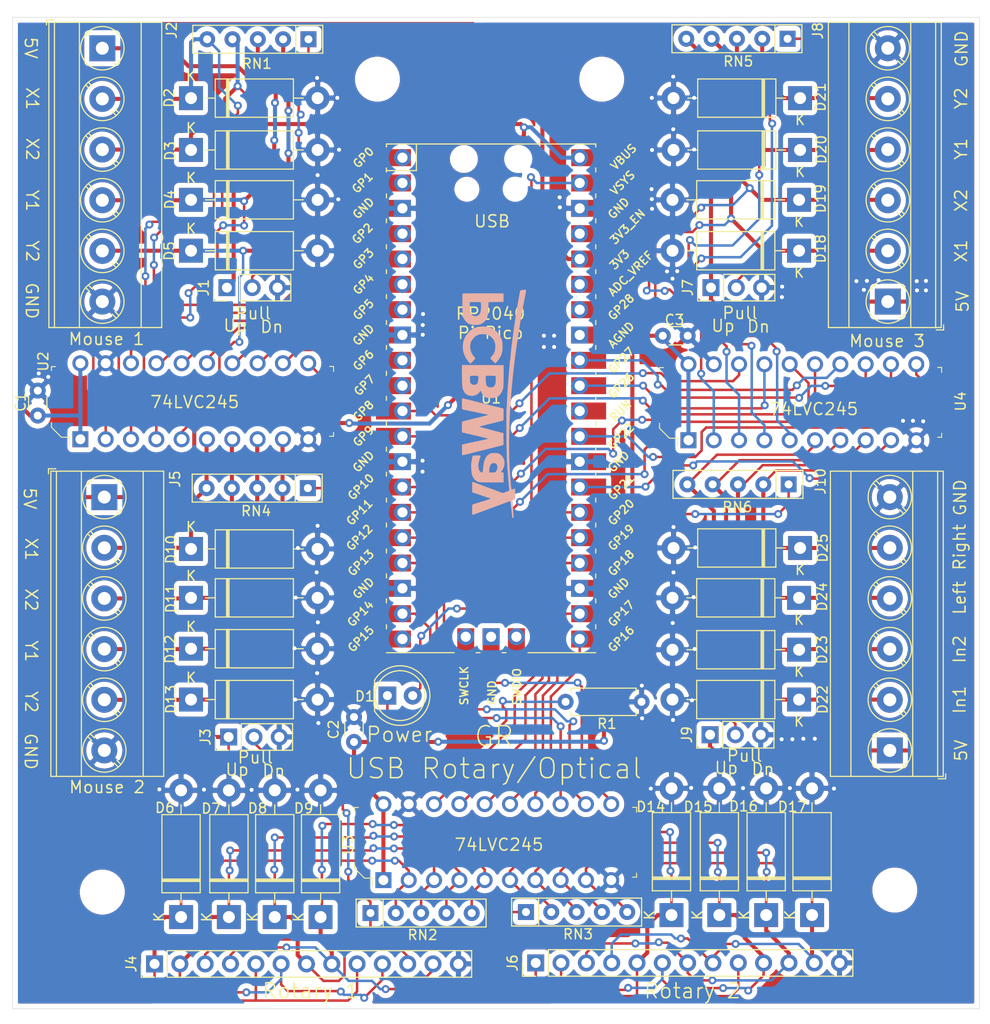
<source format=kicad_pcb>
(kicad_pcb (version 20171130) (host pcbnew "(5.1.2-1)-1")
  (layers (0 F.Cu signal) (31 B.Cu signal) (34 B.Paste user hide) (35 F.Paste user hide) (36 B.SilkS user) (37 F.SilkS user) (38 B.Mask user) (39 F.Mask user) (44 Edge.Cuts user))
  (net 0 "")
  (net 1 /GP15)
  (net 2 /GP14)
  (net 3 /GP13)
  (net 4 /GP12)
  (net 5 /GP11)
  (net 6 /GP10)
  (net 7 /GP9)
  (net 8 /GP8)
  (net 9 /GP7)
  (net 10 /GP6)
  (net 11 /GP5)
  (net 12 /GP4)
  (net 13 /GP3)
  (net 14 /GP2)
  (net 15 /GP1)
  (net 16 /GP0)
  (net 17 /VBUS)
  (net 18 /VSYS)
  (net 19 /3V3_EN)
  (net 20 /3V3)
  (net 21 /ADC_VREF)
  (net 22 /GP28_ADC2)
  (net 23 /AGND)
  (net 24 /GP27_ADC1)
  (net 25 /GP26_ADC0)
  (net 26 /RUN)
  (net 27 /GP22)
  (net 28 /GP21)
  (net 29 /GP20)
  (net 30 /GP19)
  (net 31 /GP18)
  (net 32 /GP17)
  (net 33 /GP16)
  (net 34 "Net-(D1-Pad1)")
  (net 35 GND)
  (net 36 "Net-(D2-Pad1)")
  (net 37 "Net-(D3-Pad1)")
  (net 38 "Net-(D4-Pad1)")
  (net 39 "Net-(D5-Pad1)")
  (net 40 "Net-(D6-Pad1)")
  (net 41 "Net-(D7-Pad1)")
  (net 42 "Net-(D8-Pad1)")
  (net 43 "Net-(D9-Pad1)")
  (net 44 "Net-(D10-Pad1)")
  (net 45 "Net-(D11-Pad1)")
  (net 46 "Net-(D12-Pad1)")
  (net 47 "Net-(D13-Pad1)")
  (net 48 "Net-(D14-Pad1)")
  (net 49 "Net-(D15-Pad1)")
  (net 50 "Net-(D16-Pad1)")
  (net 51 "Net-(D17-Pad1)")
  (net 52 "Net-(D18-Pad1)")
  (net 53 "Net-(D19-Pad1)")
  (net 54 "Net-(D20-Pad1)")
  (net 55 "Net-(D21-Pad1)")
  (net 56 "Net-(D22-Pad1)")
  (net 57 "Net-(D23-Pad1)")
  (net 58 "Net-(D24-Pad1)")
  (net 59 "Net-(D25-Pad1)")
  (net 60 "Net-(J1-Pad2)")
  (net 61 "Net-(J3-Pad2)")
  (net 62 "Net-(J7-Pad2)")
  (net 63 "Net-(J9-Pad2)")
  (net 64 "Net-(U1-Pad41)")
  (net 65 "Net-(U1-Pad42)")
  (net 66 "Net-(U1-Pad43)")
  (module "_Custom_Footprints:pcb way logo" (layer B.Cu) (at 91.375 86.55 270)
    (fp_text reference G*** hide)
    (fp_text value LOGO hide)
  )
  (module MCU_RaspberryPi_and_Boards:RPi_Pico_SMD_TH (layer F.Cu) (at 90.4 86)
    (fp_text reference U1 (at 0 0) (layer F.SilkS))
    (fp_text value Pico)
    (fp_text user GP1 (at -12.9 -21.6 45) (layer F.SilkS) (effects (font (size 0.8 0.8))))
    (fp_text user GP2 (at -12.9 -16.51 45) (layer F.SilkS) (effects (font (size 0.8 0.8))))
    (fp_text user GP0 (at -12.8 -24.13 45) (layer F.SilkS) (effects (font (size 0.8 0.8))))
    (fp_text user GP3 (at -12.8 -13.97 45) (layer F.SilkS) (effects (font (size 0.8 0.8))))
    (fp_text user GP4 (at -12.8 -11.43 45) (layer F.SilkS) (effects (font (size 0.8 0.8))))
    (fp_text user GP5 (at -12.8 -8.89 45) (layer F.SilkS) (effects (font (size 0.8 0.8))))
    (fp_text user GP6 (at -12.8 -3.81 45) (layer F.SilkS) (effects (font (size 0.8 0.8))))
    (fp_text user GP7 (at -12.7 -1.3 45) (layer F.SilkS) (effects (font (size 0.8 0.8))))
    (fp_text user GP8 (at -12.8 1.27 45) (layer F.SilkS) (effects (font (size 0.8 0.8))))
    (fp_text user GP9 (at -12.8 3.81 45) (layer F.SilkS) (effects (font (size 0.8 0.8))))
    (fp_text user GP10 (at -13.054 8.89 45) (layer F.SilkS) (effects (font (size 0.8 0.8))))
    (fp_text user GP11 (at -13.2 11.43 45) (layer F.SilkS) (effects (font (size 0.8 0.8))))
    (fp_text user GP12 (at -13.2 13.97 45) (layer F.SilkS) (effects (font (size 0.8 0.8))))
    (fp_text user GP13 (at -13.054 16.51 45) (layer F.SilkS) (effects (font (size 0.8 0.8))))
    (fp_text user GP14 (at -13.1 21.59 45) (layer F.SilkS) (effects (font (size 0.8 0.8))))
    (fp_text user GP15 (at -13.054 24.13 45) (layer F.SilkS) (effects (font (size 0.8 0.8))))
    (fp_text user GP16 (at 13.054 24.13 45) (layer F.SilkS) (effects (font (size 0.8 0.8))))
    (fp_text user GP17 (at 13.054 21.59 45) (layer F.SilkS) (effects (font (size 0.8 0.8))))
    (fp_text user GP18 (at 13.054 16.51 45) (layer F.SilkS) (effects (font (size 0.8 0.8))))
    (fp_text user GP19 (at 13.054 13.97 45) (layer F.SilkS) (effects (font (size 0.8 0.8))))
    (fp_text user GP20 (at 13.054 11.43 45) (layer F.SilkS) (effects (font (size 0.8 0.8))))
    (fp_text user GP21 (at 13.054 8.9 45) (layer F.SilkS) (effects (font (size 0.8 0.8))))
    (fp_text user GP22 (at 13.054 3.81 45) (layer F.SilkS) (effects (font (size 0.8 0.8))))
    (fp_text user RUN (at 13 1.27 45) (layer F.SilkS) (effects (font (size 0.8 0.8))))
    (fp_text user GP26 (at 13.054 -1.27 45) (layer F.SilkS) (effects (font (size 0.8 0.8))))
    (fp_text user GP27 (at 13.054 -3.8 45) (layer F.SilkS) (effects (font (size 0.8 0.8))))
    (fp_text user GP28 (at 13.054 -9.144 45) (layer F.SilkS) (effects (font (size 0.8 0.8))))
    (fp_text user ADC_VREF (at 14 -12.5 45) (layer F.SilkS) (effects (font (size 0.8 0.8))))
    (fp_text user 3V3 (at 12.9 -13.9 45) (layer F.SilkS) (effects (font (size 0.8 0.8))))
    (fp_text user 3V3_EN (at 13.7 -17.2 45) (layer F.SilkS) (effects (font (size 0.8 0.8))))
    (fp_text user VSYS (at 13.2 -21.59 45) (layer F.SilkS) (effects (font (size 0.8 0.8))))
    (fp_text user VBUS (at 13.3 -24.2 45) (layer F.SilkS) (effects (font (size 0.8 0.8))))
    (fp_text user GND (at -12.8 -19.05 45) (layer F.SilkS) (effects (font (size 0.8 0.8))))
    (fp_text user GND (at -12.8 -6.35 45) (layer F.SilkS) (effects (font (size 0.8 0.8))))
    (fp_text user GND (at -12.8 6.35 45) (layer F.SilkS) (effects (font (size 0.8 0.8))))
    (fp_text user GND (at -12.8 19.05 45) (layer F.SilkS) (effects (font (size 0.8 0.8))))
    (fp_text user GND (at 12.8 19.05 45) (layer F.SilkS) (effects (font (size 0.8 0.8))))
    (fp_text user GND (at 12.8 6.35 45) (layer F.SilkS) (effects (font (size 0.8 0.8))))
    (fp_text user GND (at 12.8 -19.05 45) (layer F.SilkS) (effects (font (size 0.8 0.8))))
    (fp_text user AGND (at 13.054 -6.35 45) (layer F.SilkS) (effects (font (size 0.8 0.8))))
    (fp_text user SWCLK (at -2.7 28.8 90) (layer F.SilkS) (effects (font (size 0.8 0.8))))
    (fp_text user SWDIO (at 2.6 28.9 90) (layer F.SilkS) (effects (font (size 0.8 0.8))))
    (pad 1 thru_hole oval (at -8.89 -24.13) (size 1.7 1.7) (drill 1.02) (layers *.Cu *.Mask) (net 16 /GP0))
    (pad 2 thru_hole oval (at -8.89 -21.59) (size 1.7 1.7) (drill 1.02) (layers *.Cu *.Mask) (net 15 /GP1))
    (pad 3 thru_hole rect (at -8.89 -19.05) (size 1.7 1.7) (drill 1.02) (layers *.Cu *.Mask) (net 35 GND))
    (pad 4 thru_hole oval (at -8.89 -16.51) (size 1.7 1.7) (drill 1.02) (layers *.Cu *.Mask) (net 14 /GP2))
    (pad 5 thru_hole oval (at -8.89 -13.97) (size 1.7 1.7) (drill 1.02) (layers *.Cu *.Mask) (net 13 /GP3))
    (pad 6 thru_hole oval (at -8.89 -11.43) (size 1.7 1.7) (drill 1.02) (layers *.Cu *.Mask) (net 12 /GP4))
    (pad 7 thru_hole oval (at -8.89 -8.89) (size 1.7 1.7) (drill 1.02) (layers *.Cu *.Mask) (net 11 /GP5))
    (pad 8 thru_hole rect (at -8.89 -6.35) (size 1.7 1.7) (drill 1.02) (layers *.Cu *.Mask) (net 35 GND))
    (pad 9 thru_hole oval (at -8.89 -3.81) (size 1.7 1.7) (drill 1.02) (layers *.Cu *.Mask) (net 10 /GP6))
    (pad 10 thru_hole oval (at -8.89 -1.27) (size 1.7 1.7) (drill 1.02) (layers *.Cu *.Mask) (net 9 /GP7))
    (pad 11 thru_hole oval (at -8.89 1.27) (size 1.7 1.7) (drill 1.02) (layers *.Cu *.Mask) (net 8 /GP8))
    (pad 12 thru_hole oval (at -8.89 3.81) (size 1.7 1.7) (drill 1.02) (layers *.Cu *.Mask) (net 7 /GP9))
    (pad 13 thru_hole rect (at -8.89 6.35) (size 1.7 1.7) (drill 1.02) (layers *.Cu *.Mask) (net 35 GND))
    (pad 14 thru_hole oval (at -8.89 8.89) (size 1.7 1.7) (drill 1.02) (layers *.Cu *.Mask) (net 6 /GP10))
    (pad 15 thru_hole oval (at -8.89 11.43) (size 1.7 1.7) (drill 1.02) (layers *.Cu *.Mask) (net 5 /GP11))
    (pad 16 thru_hole oval (at -8.89 13.97) (size 1.7 1.7) (drill 1.02) (layers *.Cu *.Mask) (net 4 /GP12))
    (pad 17 thru_hole oval (at -8.89 16.51) (size 1.7 1.7) (drill 1.02) (layers *.Cu *.Mask) (net 3 /GP13))
    (pad 18 thru_hole rect (at -8.89 19.05) (size 1.7 1.7) (drill 1.02) (layers *.Cu *.Mask) (net 35 GND))
    (pad 19 thru_hole oval (at -8.89 21.59) (size 1.7 1.7) (drill 1.02) (layers *.Cu *.Mask) (net 2 /GP14))
    (pad 20 thru_hole oval (at -8.89 24.13) (size 1.7 1.7) (drill 1.02) (layers *.Cu *.Mask) (net 1 /GP15))
    (pad 21 thru_hole oval (at 8.89 24.13) (size 1.7 1.7) (drill 1.02) (layers *.Cu *.Mask) (net 33 /GP16))
    (pad 22 thru_hole oval (at 8.89 21.59) (size 1.7 1.7) (drill 1.02) (layers *.Cu *.Mask) (net 32 /GP17))
    (pad 23 thru_hole rect (at 8.89 19.05) (size 1.7 1.7) (drill 1.02) (layers *.Cu *.Mask) (net 35 GND))
    (pad 24 thru_hole oval (at 8.89 16.51) (size 1.7 1.7) (drill 1.02) (layers *.Cu *.Mask) (net 31 /GP18))
    (pad 25 thru_hole oval (at 8.89 13.97) (size 1.7 1.7) (drill 1.02) (layers *.Cu *.Mask) (net 30 /GP19))
    (pad 26 thru_hole oval (at 8.89 11.43) (size 1.7 1.7) (drill 1.02) (layers *.Cu *.Mask) (net 29 /GP20))
    (pad 27 thru_hole oval (at 8.89 8.89) (size 1.7 1.7) (drill 1.02) (layers *.Cu *.Mask) (net 28 /GP21))
    (pad 28 thru_hole rect (at 8.89 6.35) (size 1.7 1.7) (drill 1.02) (layers *.Cu *.Mask) (net 35 GND))
    (pad 29 thru_hole oval (at 8.89 3.81) (size 1.7 1.7) (drill 1.02) (layers *.Cu *.Mask) (net 27 /GP22))
    (pad 30 thru_hole oval (at 8.89 1.27) (size 1.7 1.7) (drill 1.02) (layers *.Cu *.Mask) (net 26 /RUN))
    (pad 31 thru_hole oval (at 8.89 -1.27) (size 1.7 1.7) (drill 1.02) (layers *.Cu *.Mask) (net 25 /GP26_ADC0))
    (pad 32 thru_hole oval (at 8.89 -3.81) (size 1.7 1.7) (drill 1.02) (layers *.Cu *.Mask) (net 24 /GP27_ADC1))
    (pad 33 thru_hole rect (at 8.89 -6.35) (size 1.7 1.7) (drill 1.02) (layers *.Cu *.Mask) (net 23 /AGND))
    (pad 34 thru_hole oval (at 8.89 -8.89) (size 1.7 1.7) (drill 1.02) (layers *.Cu *.Mask) (net 22 /GP28_ADC2))
    (pad 35 thru_hole oval (at 8.89 -11.43) (size 1.7 1.7) (drill 1.02) (layers *.Cu *.Mask) (net 21 /ADC_VREF))
    (pad 36 thru_hole oval (at 8.89 -13.97) (size 1.7 1.7) (drill 1.02) (layers *.Cu *.Mask) (net 20 /3V3))
    (pad 37 thru_hole oval (at 8.89 -16.51) (size 1.7 1.7) (drill 1.02) (layers *.Cu *.Mask) (net 19 /3V3_EN))
    (pad 38 thru_hole rect (at 8.89 -19.05) (size 1.7 1.7) (drill 1.02) (layers *.Cu *.Mask) (net 35 GND))
    (pad 39 thru_hole oval (at 8.89 -21.59) (size 1.7 1.7) (drill 1.02) (layers *.Cu *.Mask) (net 18 /VSYS))
    (pad 40 thru_hole oval (at 8.89 -24.13) (size 1.7 1.7) (drill 1.02) (layers *.Cu *.Mask) (net 17 /VBUS))
    (pad 1 smd rect (at -8.89 -24.13) (size 3.5 1.7) (drill (offset -0.9 0)) (layers F.Cu F.Mask) (net 16 /GP0))
    (pad 2 smd rect (at -8.89 -21.59) (size 3.5 1.7) (drill (offset -0.9 0)) (layers F.Cu F.Mask) (net 15 /GP1))
    (pad 3 smd rect (at -8.89 -19.05) (size 3.5 1.7) (drill (offset -0.9 0)) (layers F.Cu F.Mask) (net 35 GND))
    (pad 4 smd rect (at -8.89 -16.51) (size 3.5 1.7) (drill (offset -0.9 0)) (layers F.Cu F.Mask) (net 14 /GP2))
    (pad 5 smd rect (at -8.89 -13.97) (size 3.5 1.7) (drill (offset -0.9 0)) (layers F.Cu F.Mask) (net 13 /GP3))
    (pad 6 smd rect (at -8.89 -11.43) (size 3.5 1.7) (drill (offset -0.9 0)) (layers F.Cu F.Mask) (net 12 /GP4))
    (pad 7 smd rect (at -8.89 -8.89) (size 3.5 1.7) (drill (offset -0.9 0)) (layers F.Cu F.Mask) (net 11 /GP5))
    (pad 8 smd rect (at -8.89 -6.35) (size 3.5 1.7) (drill (offset -0.9 0)) (layers F.Cu F.Mask) (net 35 GND))
    (pad 9 smd rect (at -8.89 -3.81) (size 3.5 1.7) (drill (offset -0.9 0)) (layers F.Cu F.Mask) (net 10 /GP6))
    (pad 10 smd rect (at -8.89 -1.27) (size 3.5 1.7) (drill (offset -0.9 0)) (layers F.Cu F.Mask) (net 9 /GP7))
    (pad 11 smd rect (at -8.89 1.27) (size 3.5 1.7) (drill (offset -0.9 0)) (layers F.Cu F.Mask) (net 8 /GP8))
    (pad 12 smd rect (at -8.89 3.81) (size 3.5 1.7) (drill (offset -0.9 0)) (layers F.Cu F.Mask) (net 7 /GP9))
    (pad 13 smd rect (at -8.89 6.35) (size 3.5 1.7) (drill (offset -0.9 0)) (layers F.Cu F.Mask) (net 35 GND))
    (pad 14 smd rect (at -8.89 8.89) (size 3.5 1.7) (drill (offset -0.9 0)) (layers F.Cu F.Mask) (net 6 /GP10))
    (pad 15 smd rect (at -8.89 11.43) (size 3.5 1.7) (drill (offset -0.9 0)) (layers F.Cu F.Mask) (net 5 /GP11))
    (pad 16 smd rect (at -8.89 13.97) (size 3.5 1.7) (drill (offset -0.9 0)) (layers F.Cu F.Mask) (net 4 /GP12))
    (pad 17 smd rect (at -8.89 16.51) (size 3.5 1.7) (drill (offset -0.9 0)) (layers F.Cu F.Mask) (net 3 /GP13))
    (pad 18 smd rect (at -8.89 19.05) (size 3.5 1.7) (drill (offset -0.9 0)) (layers F.Cu F.Mask) (net 35 GND))
    (pad 19 smd rect (at -8.89 21.59) (size 3.5 1.7) (drill (offset -0.9 0)) (layers F.Cu F.Mask) (net 2 /GP14))
    (pad 20 smd rect (at -8.89 24.13) (size 3.5 1.7) (drill (offset -0.9 0)) (layers F.Cu F.Mask) (net 1 /GP15))
    (pad 40 smd rect (at 8.89 -24.13) (size 3.5 1.7) (drill (offset 0.9 0)) (layers F.Cu F.Mask) (net 17 /VBUS))
    (pad 39 smd rect (at 8.89 -21.59) (size 3.5 1.7) (drill (offset 0.9 0)) (layers F.Cu F.Mask) (net 18 /VSYS))
    (pad 38 smd rect (at 8.89 -19.05) (size 3.5 1.7) (drill (offset 0.9 0)) (layers F.Cu F.Mask) (net 35 GND))
    (pad 37 smd rect (at 8.89 -16.51) (size 3.5 1.7) (drill (offset 0.9 0)) (layers F.Cu F.Mask) (net 19 /3V3_EN))
    (pad 36 smd rect (at 8.89 -13.97) (size 3.5 1.7) (drill (offset 0.9 0)) (layers F.Cu F.Mask) (net 20 /3V3))
    (pad 35 smd rect (at 8.89 -11.43) (size 3.5 1.7) (drill (offset 0.9 0)) (layers F.Cu F.Mask) (net 21 /ADC_VREF))
    (pad 34 smd rect (at 8.89 -8.89) (size 3.5 1.7) (drill (offset 0.9 0)) (layers F.Cu F.Mask) (net 22 /GP28_ADC2))
    (pad 33 smd rect (at 8.89 -6.35) (size 3.5 1.7) (drill (offset 0.9 0)) (layers F.Cu F.Mask) (net 23 /AGND))
    (pad 32 smd rect (at 8.89 -3.81) (size 3.5 1.7) (drill (offset 0.9 0)) (layers F.Cu F.Mask) (net 24 /GP27_ADC1))
    (pad 31 smd rect (at 8.89 -1.27) (size 3.5 1.7) (drill (offset 0.9 0)) (layers F.Cu F.Mask) (net 25 /GP26_ADC0))
    (pad 30 smd rect (at 8.89 1.27) (size 3.5 1.7) (drill (offset 0.9 0)) (layers F.Cu F.Mask) (net 26 /RUN))
    (pad 29 smd rect (at 8.89 3.81) (size 3.5 1.7) (drill (offset 0.9 0)) (layers F.Cu F.Mask) (net 27 /GP22))
    (pad 28 smd rect (at 8.89 6.35) (size 3.5 1.7) (drill (offset 0.9 0)) (layers F.Cu F.Mask) (net 35 GND))
    (pad 27 smd rect (at 8.89 8.89) (size 3.5 1.7) (drill (offset 0.9 0)) (layers F.Cu F.Mask) (net 28 /GP21))
    (pad 26 smd rect (at 8.89 11.43) (size 3.5 1.7) (drill (offset 0.9 0)) (layers F.Cu F.Mask) (net 29 /GP20))
    (pad 25 smd rect (at 8.89 13.97) (size 3.5 1.7) (drill (offset 0.9 0)) (layers F.Cu F.Mask) (net 30 /GP19))
    (pad 24 smd rect (at 8.89 16.51) (size 3.5 1.7) (drill (offset 0.9 0)) (layers F.Cu F.Mask) (net 31 /GP18))
    (pad 23 smd rect (at 8.89 19.05) (size 3.5 1.7) (drill (offset 0.9 0)) (layers F.Cu F.Mask) (net 35 GND))
    (pad 22 smd rect (at 8.89 21.59) (size 3.5 1.7) (drill (offset 0.9 0)) (layers F.Cu F.Mask) (net 32 /GP17))
    (pad 21 smd rect (at 8.89 24.13) (size 3.5 1.7) (drill (offset 0.9 0)) (layers F.Cu F.Mask) (net 33 /GP16))
    (pad "" np_thru_hole oval (at -2.725 -24) (size 1.8 1.8) (drill 1.8) (layers *.Cu *.Mask))
    (pad "" np_thru_hole oval (at 2.725 -24) (size 1.8 1.8) (drill 1.8) (layers *.Cu *.Mask))
    (pad "" np_thru_hole oval (at -2.425 -20.97) (size 1.5 1.5) (drill 1.5) (layers *.Cu *.Mask))
    (pad "" np_thru_hole oval (at 2.425 -20.97) (size 1.5 1.5) (drill 1.5) (layers *.Cu *.Mask))
    (pad 41 smd rect (at -2.54 23.9 90) (size 3.5 1.7) (drill (offset -0.9 0)) (layers F.Cu F.Mask) (net 64 "Net-(U1-Pad41)"))
    (pad 41 thru_hole oval (at -2.54 23.9) (size 1.7 1.7) (drill 1.02) (layers *.Cu *.Mask) (net 64 "Net-(U1-Pad41)"))
    (pad 42 smd rect (at 0 23.9 90) (size 3.5 1.7) (drill (offset -0.9 0)) (layers F.Cu F.Mask) (net 65 "Net-(U1-Pad42)"))
    (pad 42 thru_hole rect (at 0 23.9) (size 1.7 1.7) (drill 1.02) (layers *.Cu *.Mask) (net 65 "Net-(U1-Pad42)"))
    (pad 43 smd rect (at 2.54 23.9 90) (size 3.5 1.7) (drill (offset -0.9 0)) (layers F.Cu F.Mask) (net 66 "Net-(U1-Pad43)"))
    (pad 43 thru_hole oval (at 2.54 23.9) (size 1.7 1.7) (drill 1.02) (layers *.Cu *.Mask) (net 66 "Net-(U1-Pad43)"))
  )
  (module LED_THT:LED_D5.0mm_Clear (layer F.Cu) (at 80 115.8)
    (fp_text reference D1 (at -2.275 0.075) (layer F.SilkS))
    (fp_text value LED_Small_ALT)
    (pad 1 thru_hole rect (at 0 0) (size 1.8 1.8) (drill 0.9) (layers *.Cu *.Mask) (net 34 "Net-(D1-Pad1)"))
    (pad 2 thru_hole circle (at 2.54 0) (size 1.8 1.8) (drill 0.9) (layers *.Cu *.Mask) (net 18 /VSYS))
  )
  (module MountingHole:MountingHole_3.5mm (layer F.Cu) (at 96 56.5)
    (fp_text reference H1 hide)
    (fp_text value MountingHole)
    (pad "" np_thru_hole circle (at -17 -2.5) (size 3.5 3.5) (drill 3.5) (layers *.Cu *.Mask))
  )
  (module MountingHole:MountingHole_3.5mm (layer F.Cu) (at 84.5 56.5)
    (fp_text reference H2 hide)
    (fp_text value MountingHole)
    (pad "" np_thru_hole circle (at 17 -2.5) (size 3.5 3.5) (drill 3.5) (layers *.Cu *.Mask))
  )
  (module MountingHole:MountingHole_3.5mm (layer F.Cu) (at 113.9 135.3)
    (fp_text reference H3 hide)
    (fp_text value MountingHole)
    (pad "" np_thru_hole circle (at 17 0) (size 3.5 3.5) (drill 3.5) (layers *.Cu *.Mask))
  )
  (module MountingHole:MountingHole_3.5mm (layer F.Cu) (at 68.1 135.6)
    (fp_text reference H4 hide)
    (fp_text value MountingHole)
    (pad "" np_thru_hole circle (at -16.7 -0.1) (size 3.5 3.5) (drill 3.5) (layers *.Cu *.Mask))
  )
  (module Resistor_THT:R_Axial_DIN0207_L6.3mm_D2.5mm_P7.62mm_Horizontal (layer F.Cu) (at 97.875 116.425)
    (fp_text reference R1 (at 4.15 2.2) (layer F.SilkS))
    (fp_text value 470r)
    (pad 1 thru_hole circle (at 0 0) (size 1.6 1.6) (drill 0.8) (layers *.Cu *.Mask) (net 34 "Net-(D1-Pad1)"))
    (pad 2 thru_hole oval (at 7.62 0) (size 1.6 1.6) (drill 0.8) (layers *.Cu *.Mask) (net 35 GND))
  )
  (module Diode_THT:D_DO-15_P12.70mm_Horizontal (layer F.Cu) (at 60.3 55.9)
    (fp_text reference D2 (at -2.175 -0.025 270) (layer F.SilkS))
    (fp_text value SA5.0A)
    (fp_text user K (at 0 -2.2) (layer F.SilkS))
    (pad 1 thru_hole rect (at 0 0) (size 2.4 2.4) (drill 1.2) (layers *.Cu *.Mask) (net 36 "Net-(D2-Pad1)"))
    (pad 2 thru_hole oval (at 12.7 0) (size 2.4 2.4) (drill 1.2) (layers *.Cu *.Mask) (net 35 GND))
  )
  (module Diode_THT:D_DO-15_P12.70mm_Horizontal (layer F.Cu) (at 60.3 61.1)
    (fp_text reference D3 (at -2.1 0.1 90) (layer F.SilkS))
    (fp_text value SA5.0A)
    (fp_text user K (at 0 -2.2) (layer F.SilkS))
    (pad 2 thru_hole oval (at 12.7 0) (size 2.4 2.4) (drill 1.2) (layers *.Cu *.Mask) (net 35 GND))
    (pad 1 thru_hole rect (at 0 0) (size 2.4 2.4) (drill 1.2) (layers *.Cu *.Mask) (net 37 "Net-(D3-Pad1)"))
  )
  (module Diode_THT:D_DO-15_P12.70mm_Horizontal (layer F.Cu) (at 60.3 66.1)
    (fp_text reference D4 (at -2.1 -0.025 90) (layer F.SilkS))
    (fp_text value SA5.0A)
    (fp_text user K (at 0 -2.2) (layer F.SilkS))
    (pad 1 thru_hole rect (at 0 0) (size 2.4 2.4) (drill 1.2) (layers *.Cu *.Mask) (net 38 "Net-(D4-Pad1)"))
    (pad 2 thru_hole oval (at 12.7 0) (size 2.4 2.4) (drill 1.2) (layers *.Cu *.Mask) (net 35 GND))
  )
  (module Diode_THT:D_DO-15_P12.70mm_Horizontal (layer F.Cu) (at 60.3 71.2)
    (fp_text reference D5 (at -2.175 0.025 90) (layer F.SilkS))
    (fp_text value SA5.0A)
    (fp_text user K (at 0 -2.2) (layer F.SilkS))
    (pad 2 thru_hole oval (at 12.7 0) (size 2.4 2.4) (drill 1.2) (layers *.Cu *.Mask) (net 35 GND))
    (pad 1 thru_hole rect (at 0 0) (size 2.4 2.4) (drill 1.2) (layers *.Cu *.Mask) (net 39 "Net-(D5-Pad1)"))
  )
  (module Diode_THT:D_DO-15_P12.70mm_Horizontal (layer F.Cu) (at 59.3 138 90)
    (fp_text reference D6 (at 10.95 -1.625 180) (layer F.SilkS))
    (fp_text value SA5.0A)
    (fp_text user K (at 0 -2.2 90) (layer F.SilkS))
    (pad 2 thru_hole oval (at 12.7 0 90) (size 2.4 2.4) (drill 1.2) (layers *.Cu *.Mask) (net 35 GND))
    (pad 1 thru_hole rect (at 0 0 90) (size 2.4 2.4) (drill 1.2) (layers *.Cu *.Mask) (net 40 "Net-(D6-Pad1)"))
  )
  (module Diode_THT:D_DO-15_P12.70mm_Horizontal (layer F.Cu) (at 64.1 138 90)
    (fp_text reference D7 (at 10.875 -1.775 180) (layer F.SilkS))
    (fp_text value SA5.0A)
    (fp_text user K (at 0 -2.2 90) (layer F.SilkS))
    (pad 1 thru_hole rect (at 0 0 90) (size 2.4 2.4) (drill 1.2) (layers *.Cu *.Mask) (net 41 "Net-(D7-Pad1)"))
    (pad 2 thru_hole oval (at 12.7 0 90) (size 2.4 2.4) (drill 1.2) (layers *.Cu *.Mask) (net 35 GND))
  )
  (module Diode_THT:D_DO-15_P12.70mm_Horizontal (layer F.Cu) (at 68.7 138 90)
    (fp_text reference D8 (at 10.9 -1.725 180) (layer F.SilkS))
    (fp_text value SA5.0A)
    (fp_text user K (at 0 -2.2 90) (layer F.SilkS))
    (pad 2 thru_hole oval (at 12.7 0 90) (size 2.4 2.4) (drill 1.2) (layers *.Cu *.Mask) (net 35 GND))
    (pad 1 thru_hole rect (at 0 0 90) (size 2.4 2.4) (drill 1.2) (layers *.Cu *.Mask) (net 42 "Net-(D8-Pad1)"))
  )
  (module Diode_THT:D_DO-15_P12.70mm_Horizontal (layer F.Cu) (at 73.3 138 90)
    (fp_text reference D9 (at 10.9 -1.7 180) (layer F.SilkS))
    (fp_text value SA5.0A)
    (fp_text user K (at 0 -2.2 90) (layer F.SilkS))
    (pad 1 thru_hole rect (at 0 0 90) (size 2.4 2.4) (drill 1.2) (layers *.Cu *.Mask) (net 43 "Net-(D9-Pad1)"))
    (pad 2 thru_hole oval (at 12.7 0 90) (size 2.4 2.4) (drill 1.2) (layers *.Cu *.Mask) (net 35 GND))
  )
  (module Diode_THT:D_DO-15_P12.70mm_Horizontal (layer F.Cu) (at 60.3 101.1)
    (fp_text reference D10 (at -2 0.05 90) (layer F.SilkS))
    (fp_text value SA5.0A)
    (fp_text user K (at 0 -2.2) (layer F.SilkS))
    (pad 1 thru_hole rect (at 0 0) (size 2.4 2.4) (drill 1.2) (layers *.Cu *.Mask) (net 44 "Net-(D10-Pad1)"))
    (pad 2 thru_hole oval (at 12.7 0) (size 2.4 2.4) (drill 1.2) (layers *.Cu *.Mask) (net 35 GND))
  )
  (module Diode_THT:D_DO-15_P12.70mm_Horizontal (layer F.Cu) (at 60.3 106)
    (fp_text reference D11 (at -2 0.075 90) (layer F.SilkS))
    (fp_text value SA5.0A)
    (fp_text user K (at 0 -2.2) (layer F.SilkS))
    (pad 2 thru_hole oval (at 12.7 0) (size 2.4 2.4) (drill 1.2) (layers *.Cu *.Mask) (net 35 GND))
    (pad 1 thru_hole rect (at 0 0) (size 2.4 2.4) (drill 1.2) (layers *.Cu *.Mask) (net 45 "Net-(D11-Pad1)"))
  )
  (module Diode_THT:D_DO-15_P12.70mm_Horizontal (layer F.Cu) (at 60.3 111.1)
    (fp_text reference D12 (at -2.075 0.05 90) (layer F.SilkS))
    (fp_text value SA5.0A)
    (fp_text user K (at 0 -2.2) (layer F.SilkS))
    (pad 1 thru_hole rect (at 0 0) (size 2.4 2.4) (drill 1.2) (layers *.Cu *.Mask) (net 46 "Net-(D12-Pad1)"))
    (pad 2 thru_hole oval (at 12.7 0) (size 2.4 2.4) (drill 1.2) (layers *.Cu *.Mask) (net 35 GND))
  )
  (module Diode_THT:D_DO-15_P12.70mm_Horizontal (layer F.Cu) (at 60.3 116.2)
    (fp_text reference D13 (at -2 -0.025 90) (layer F.SilkS))
    (fp_text value SA5.0A)
    (fp_text user K (at 0 -2.2) (layer F.SilkS))
    (pad 2 thru_hole oval (at 12.7 0) (size 2.4 2.4) (drill 1.2) (layers *.Cu *.Mask) (net 35 GND))
    (pad 1 thru_hole rect (at 0 0) (size 2.4 2.4) (drill 1.2) (layers *.Cu *.Mask) (net 47 "Net-(D13-Pad1)"))
  )
  (module Diode_THT:D_DO-15_P12.70mm_Horizontal (layer F.Cu) (at 108.5 137.8 90)
    (fp_text reference D14 (at 10.85 -2.075 180) (layer F.SilkS))
    (fp_text value SA5.0A)
    (fp_text user K (at 0 -2.2 90) (layer F.SilkS))
    (pad 2 thru_hole oval (at 12.7 0 90) (size 2.4 2.4) (drill 1.2) (layers *.Cu *.Mask) (net 35 GND))
    (pad 1 thru_hole rect (at 0 0 90) (size 2.4 2.4) (drill 1.2) (layers *.Cu *.Mask) (net 48 "Net-(D14-Pad1)"))
  )
  (module Diode_THT:D_DO-15_P12.70mm_Horizontal (layer F.Cu) (at 113.3 137.8 90)
    (fp_text reference D15 (at 10.85 -2.125 180) (layer F.SilkS))
    (fp_text value SA5.0A)
    (fp_text user K (at 0 -2.2 90) (layer F.SilkS))
    (pad 1 thru_hole rect (at 0 0 90) (size 2.4 2.4) (drill 1.2) (layers *.Cu *.Mask) (net 49 "Net-(D15-Pad1)"))
    (pad 2 thru_hole oval (at 12.7 0 90) (size 2.4 2.4) (drill 1.2) (layers *.Cu *.Mask) (net 35 GND))
  )
  (module Diode_THT:D_DO-15_P12.70mm_Horizontal (layer F.Cu) (at 118 137.8 90)
    (fp_text reference D16 (at 10.9 -2.275 180) (layer F.SilkS))
    (fp_text value SA5.0A)
    (fp_text user K (at 0 -2.2 90) (layer F.SilkS))
    (pad 2 thru_hole oval (at 12.7 0 90) (size 2.4 2.4) (drill 1.2) (layers *.Cu *.Mask) (net 35 GND))
    (pad 1 thru_hole rect (at 0 0 90) (size 2.4 2.4) (drill 1.2) (layers *.Cu *.Mask) (net 50 "Net-(D16-Pad1)"))
  )
  (module Diode_THT:D_DO-15_P12.70mm_Horizontal (layer F.Cu) (at 122.6 137.8 90)
    (fp_text reference D17 (at 10.85 -1.975 180) (layer F.SilkS))
    (fp_text value SA5.0A)
    (fp_text user K (at 0 -2.2 90) (layer F.SilkS))
    (pad 1 thru_hole rect (at 0 0 90) (size 2.4 2.4) (drill 1.2) (layers *.Cu *.Mask) (net 51 "Net-(D17-Pad1)"))
    (pad 2 thru_hole oval (at 12.7 0 90) (size 2.4 2.4) (drill 1.2) (layers *.Cu *.Mask) (net 35 GND))
  )
  (module Diode_THT:D_DO-15_P12.70mm_Horizontal (layer F.Cu) (at 121.3 71.2 180)
    (fp_text reference D18 (at -2.15 0.2 90) (layer F.SilkS))
    (fp_text value SA5.0A)
    (fp_text user K (at 0 -2.2) (layer F.SilkS))
    (pad 2 thru_hole oval (at 12.7 0 180) (size 2.4 2.4) (drill 1.2) (layers *.Cu *.Mask) (net 35 GND))
    (pad 1 thru_hole rect (at 0 0 180) (size 2.4 2.4) (drill 1.2) (layers *.Cu *.Mask) (net 52 "Net-(D18-Pad1)"))
  )
  (module Diode_THT:D_DO-15_P12.70mm_Horizontal (layer F.Cu) (at 121.3 66.1 180)
    (fp_text reference D19 (at -2.15 0.125 90) (layer F.SilkS))
    (fp_text value SA5.0A)
    (fp_text user K (at 0 -2.2) (layer F.SilkS))
    (pad 1 thru_hole rect (at 0 0 180) (size 2.4 2.4) (drill 1.2) (layers *.Cu *.Mask) (net 53 "Net-(D19-Pad1)"))
    (pad 2 thru_hole oval (at 12.7 0 180) (size 2.4 2.4) (drill 1.2) (layers *.Cu *.Mask) (net 35 GND))
  )
  (module Diode_THT:D_DO-15_P12.70mm_Horizontal (layer F.Cu) (at 121.4 61.1 180)
    (fp_text reference D20 (at -2.125 0.05 90) (layer F.SilkS))
    (fp_text value SA5.0A)
    (fp_text user K (at 0 -2.2) (layer F.SilkS))
    (pad 2 thru_hole oval (at 12.7 0 180) (size 2.4 2.4) (drill 1.2) (layers *.Cu *.Mask) (net 35 GND))
    (pad 1 thru_hole rect (at 0 0 180) (size 2.4 2.4) (drill 1.2) (layers *.Cu *.Mask) (net 54 "Net-(D20-Pad1)"))
  )
  (module Diode_THT:D_DO-15_P12.70mm_Horizontal (layer F.Cu) (at 121.4 55.9 180)
    (fp_text reference D21 (at -2.05 0.1 90) (layer F.SilkS))
    (fp_text value SA5.0A)
    (fp_text user K (at 0 -2.2) (layer F.SilkS))
    (pad 1 thru_hole rect (at 0 0 180) (size 2.4 2.4) (drill 1.2) (layers *.Cu *.Mask) (net 55 "Net-(D21-Pad1)"))
    (pad 2 thru_hole oval (at 12.7 0 180) (size 2.4 2.4) (drill 1.2) (layers *.Cu *.Mask) (net 35 GND))
  )
  (module Diode_THT:D_DO-15_P12.70mm_Horizontal (layer F.Cu) (at 121.3 116.2 180)
    (fp_text reference D22 (at -2.35 0 90) (layer F.SilkS))
    (fp_text value SA5.0A)
    (fp_text user K (at 0 -2.2) (layer F.SilkS))
    (pad 1 thru_hole rect (at 0 0 180) (size 2.4 2.4) (drill 1.2) (layers *.Cu *.Mask) (net 56 "Net-(D22-Pad1)"))
    (pad 2 thru_hole oval (at 12.7 0 180) (size 2.4 2.4) (drill 1.2) (layers *.Cu *.Mask) (net 35 GND))
  )
  (module Diode_THT:D_DO-15_P12.70mm_Horizontal (layer F.Cu) (at 121.3 111.2 180)
    (fp_text reference D23 (at -2.3 0 90) (layer F.SilkS))
    (fp_text value SA5.0A)
    (fp_text user K (at 0 -2.2) (layer F.SilkS))
    (pad 2 thru_hole oval (at 12.7 0 180) (size 2.4 2.4) (drill 1.2) (layers *.Cu *.Mask) (net 35 GND))
    (pad 1 thru_hole rect (at 0 0 180) (size 2.4 2.4) (drill 1.2) (layers *.Cu *.Mask) (net 57 "Net-(D23-Pad1)"))
  )
  (module Diode_THT:D_DO-15_P12.70mm_Horizontal (layer F.Cu) (at 121.3 106 180)
    (fp_text reference D24 (at -2.3 0.1 90) (layer F.SilkS))
    (fp_text value SA5.0A)
    (fp_text user K (at 0 -2.2) (layer F.SilkS))
    (pad 1 thru_hole rect (at 0 0 180) (size 2.4 2.4) (drill 1.2) (layers *.Cu *.Mask) (net 58 "Net-(D24-Pad1)"))
    (pad 2 thru_hole oval (at 12.7 0 180) (size 2.4 2.4) (drill 1.2) (layers *.Cu *.Mask) (net 35 GND))
  )
  (module Diode_THT:D_DO-15_P12.70mm_Horizontal (layer F.Cu) (at 121.4 101 180)
    (fp_text reference D25 (at -2.25 0 90) (layer F.SilkS))
    (fp_text value SA5.0A)
    (fp_text user K (at 0 -2.2) (layer F.SilkS))
    (pad 2 thru_hole oval (at 12.7 0 180) (size 2.4 2.4) (drill 1.2) (layers *.Cu *.Mask) (net 35 GND))
    (pad 1 thru_hole rect (at 0 0 180) (size 2.4 2.4) (drill 1.2) (layers *.Cu *.Mask) (net 59 "Net-(D25-Pad1)"))
  )
  (module Connector_PinHeader_2.54mm:PinHeader_1x03_P2.54mm_Vertical (layer F.Cu) (at 63.9 74.9 90)
    (fp_text reference J1 (at 0 -2.33 90) (layer F.SilkS))
    (fp_text value Conn_01x03)
    (pad 1 thru_hole rect (at 0 0 90) (size 1.7 1.7) (drill 1) (layers *.Cu *.Mask) (net 17 /VBUS))
    (pad 2 thru_hole oval (at 0 2.54 90) (size 1.7 1.7) (drill 1) (layers *.Cu *.Mask) (net 60 "Net-(J1-Pad2)"))
    (pad 3 thru_hole oval (at 0 5.08 90) (size 1.7 1.7) (drill 1) (layers *.Cu *.Mask) (net 35 GND))
  )
  (module TerminalBlock_Phoenix:TerminalBlock_Phoenix_MKDS-3-6-5.08_1x06_P5.08mm_Horizontal (layer F.Cu) (at 51.4 50.9 270)
    (fp_text reference J2 (at -1.8 -6.96 90) (layer F.SilkS))
    (fp_text value Screw_Terminal_01x06)
    (pad 1 thru_hole rect (at 0 0 270) (size 2.6 2.6) (drill 1.3) (layers *.Cu *.Mask) (net 17 /VBUS))
    (pad 2 thru_hole circle (at 5.08 0 270) (size 2.6 2.6) (drill 1.3) (layers *.Cu *.Mask) (net 36 "Net-(D2-Pad1)"))
    (pad 3 thru_hole circle (at 10.16 0 270) (size 2.6 2.6) (drill 1.3) (layers *.Cu *.Mask) (net 37 "Net-(D3-Pad1)"))
    (pad 4 thru_hole circle (at 15.24 0 270) (size 2.6 2.6) (drill 1.3) (layers *.Cu *.Mask) (net 38 "Net-(D4-Pad1)"))
    (pad 5 thru_hole circle (at 20.32 0 270) (size 2.6 2.6) (drill 1.3) (layers *.Cu *.Mask) (net 39 "Net-(D5-Pad1)"))
    (pad 6 thru_hole circle (at 25.4 0 270) (size 2.6 2.6) (drill 1.3) (layers *.Cu *.Mask) (net 35 GND))
  )
  (module Connector_PinHeader_2.54mm:PinHeader_1x03_P2.54mm_Vertical (layer F.Cu) (at 64.075 119.95 90)
    (fp_text reference J3 (at 0 -2.33 90) (layer F.SilkS))
    (fp_text value Conn_01x03)
    (pad 3 thru_hole oval (at 0 5.08 90) (size 1.7 1.7) (drill 1) (layers *.Cu *.Mask) (net 35 GND))
    (pad 2 thru_hole oval (at 0 2.54 90) (size 1.7 1.7) (drill 1) (layers *.Cu *.Mask) (net 61 "Net-(J3-Pad2)"))
    (pad 1 thru_hole rect (at 0 0 90) (size 1.7 1.7) (drill 1) (layers *.Cu *.Mask) (net 17 /VBUS))
  )
  (module Connector_PinHeader_2.54mm:PinHeader_1x13_P2.54mm_Vertical (layer F.Cu) (at 56.64 142.7 90)
    (fp_text reference J4 (at 0 -2.33 90) (layer F.SilkS))
    (fp_text value Conn_01x13)
    (pad 13 thru_hole oval (at 0 30.48 90) (size 1.7 1.7) (drill 1) (layers *.Cu *.Mask) (net 35 GND))
    (pad 12 thru_hole oval (at 0 27.94 90) (size 1.7 1.7) (drill 1) (layers *.Cu *.Mask) (net 43 "Net-(D9-Pad1)"))
    (pad 11 thru_hole oval (at 0 25.4 90) (size 1.7 1.7) (drill 1) (layers *.Cu *.Mask) (net 42 "Net-(D8-Pad1)"))
    (pad 10 thru_hole oval (at 0 22.86 90) (size 1.7 1.7) (drill 1) (layers *.Cu *.Mask) (net 41 "Net-(D7-Pad1)"))
    (pad 9 thru_hole oval (at 0 20.32 90) (size 1.7 1.7) (drill 1) (layers *.Cu *.Mask) (net 40 "Net-(D6-Pad1)"))
    (pad 8 thru_hole oval (at 0 17.78 90) (size 1.7 1.7) (drill 1) (layers *.Cu *.Mask) (net 43 "Net-(D9-Pad1)"))
    (pad 7 thru_hole oval (at 0 15.24 90) (size 1.7 1.7) (drill 1) (layers *.Cu *.Mask) (net 42 "Net-(D8-Pad1)"))
    (pad 6 thru_hole oval (at 0 12.7 90) (size 1.7 1.7) (drill 1) (layers *.Cu *.Mask) (net 41 "Net-(D7-Pad1)"))
    (pad 5 thru_hole oval (at 0 10.16 90) (size 1.7 1.7) (drill 1) (layers *.Cu *.Mask) (net 40 "Net-(D6-Pad1)"))
    (pad 4 thru_hole oval (at 0 7.62 90) (size 1.7 1.7) (drill 1) (layers *.Cu *.Mask) (net 43 "Net-(D9-Pad1)"))
    (pad 3 thru_hole oval (at 0 5.08 90) (size 1.7 1.7) (drill 1) (layers *.Cu *.Mask) (net 42 "Net-(D8-Pad1)"))
    (pad 2 thru_hole oval (at 0 2.54 90) (size 1.7 1.7) (drill 1) (layers *.Cu *.Mask) (net 41 "Net-(D7-Pad1)"))
    (pad 1 thru_hole rect (at 0 0 90) (size 1.7 1.7) (drill 1) (layers *.Cu *.Mask) (net 40 "Net-(D6-Pad1)"))
  )
  (module TerminalBlock_Phoenix:TerminalBlock_Phoenix_MKDS-3-6-5.08_1x06_P5.08mm_Horizontal (layer F.Cu) (at 51.6 95.9 270)
    (fp_text reference J5 (at -1.8 -7.1 90) (layer F.SilkS))
    (fp_text value Screw_Terminal_01x06)
    (pad 6 thru_hole circle (at 25.4 0 270) (size 2.6 2.6) (drill 1.3) (layers *.Cu *.Mask) (net 35 GND))
    (pad 5 thru_hole circle (at 20.32 0 270) (size 2.6 2.6) (drill 1.3) (layers *.Cu *.Mask) (net 47 "Net-(D13-Pad1)"))
    (pad 4 thru_hole circle (at 15.24 0 270) (size 2.6 2.6) (drill 1.3) (layers *.Cu *.Mask) (net 46 "Net-(D12-Pad1)"))
    (pad 3 thru_hole circle (at 10.16 0 270) (size 2.6 2.6) (drill 1.3) (layers *.Cu *.Mask) (net 45 "Net-(D11-Pad1)"))
    (pad 2 thru_hole circle (at 5.08 0 270) (size 2.6 2.6) (drill 1.3) (layers *.Cu *.Mask) (net 44 "Net-(D10-Pad1)"))
    (pad 1 thru_hole rect (at 0 0 270) (size 2.6 2.6) (drill 1.3) (layers *.Cu *.Mask) (net 17 /VBUS))
  )
  (module Connector_PinHeader_2.54mm:PinHeader_1x13_P2.54mm_Vertical (layer F.Cu) (at 94.88 142.6 90)
    (fp_text reference J6 (at 0 -2.33 90) (layer F.SilkS))
    (fp_text value Conn_01x13)
    (pad 1 thru_hole rect (at 0 0 90) (size 1.7 1.7) (drill 1) (layers *.Cu *.Mask) (net 48 "Net-(D14-Pad1)"))
    (pad 2 thru_hole oval (at 0 2.54 90) (size 1.7 1.7) (drill 1) (layers *.Cu *.Mask) (net 49 "Net-(D15-Pad1)"))
    (pad 3 thru_hole oval (at 0 5.08 90) (size 1.7 1.7) (drill 1) (layers *.Cu *.Mask) (net 50 "Net-(D16-Pad1)"))
    (pad 4 thru_hole oval (at 0 7.62 90) (size 1.7 1.7) (drill 1) (layers *.Cu *.Mask) (net 51 "Net-(D17-Pad1)"))
    (pad 5 thru_hole oval (at 0 10.16 90) (size 1.7 1.7) (drill 1) (layers *.Cu *.Mask) (net 48 "Net-(D14-Pad1)"))
    (pad 6 thru_hole oval (at 0 12.7 90) (size 1.7 1.7) (drill 1) (layers *.Cu *.Mask) (net 49 "Net-(D15-Pad1)"))
    (pad 7 thru_hole oval (at 0 15.24 90) (size 1.7 1.7) (drill 1) (layers *.Cu *.Mask) (net 50 "Net-(D16-Pad1)"))
    (pad 8 thru_hole oval (at 0 17.78 90) (size 1.7 1.7) (drill 1) (layers *.Cu *.Mask) (net 51 "Net-(D17-Pad1)"))
    (pad 9 thru_hole oval (at 0 20.32 90) (size 1.7 1.7) (drill 1) (layers *.Cu *.Mask) (net 48 "Net-(D14-Pad1)"))
    (pad 10 thru_hole oval (at 0 22.86 90) (size 1.7 1.7) (drill 1) (layers *.Cu *.Mask) (net 49 "Net-(D15-Pad1)"))
    (pad 11 thru_hole oval (at 0 25.4 90) (size 1.7 1.7) (drill 1) (layers *.Cu *.Mask) (net 50 "Net-(D16-Pad1)"))
    (pad 12 thru_hole oval (at 0 27.94 90) (size 1.7 1.7) (drill 1) (layers *.Cu *.Mask) (net 51 "Net-(D17-Pad1)"))
    (pad 13 thru_hole oval (at 0 30.48 90) (size 1.7 1.7) (drill 1) (layers *.Cu *.Mask) (net 35 GND))
  )
  (module Connector_PinHeader_2.54mm:PinHeader_1x03_P2.54mm_Vertical (layer F.Cu) (at 112.46 74.9 90)
    (fp_text reference J7 (at 0 -2.33 90) (layer F.SilkS))
    (fp_text value Conn_01x03)
    (pad 1 thru_hole rect (at 0 0 90) (size 1.7 1.7) (drill 1) (layers *.Cu *.Mask) (net 17 /VBUS))
    (pad 2 thru_hole oval (at 0 2.54 90) (size 1.7 1.7) (drill 1) (layers *.Cu *.Mask) (net 62 "Net-(J7-Pad2)"))
    (pad 3 thru_hole oval (at 0 5.08 90) (size 1.7 1.7) (drill 1) (layers *.Cu *.Mask) (net 35 GND))
  )
  (module TerminalBlock_Phoenix:TerminalBlock_Phoenix_MKDS-3-6-5.08_1x06_P5.08mm_Horizontal (layer F.Cu) (at 130.2 76.3 90)
    (fp_text reference J8 (at 27.15 -7.025 270) (layer F.SilkS))
    (fp_text value Screw_Terminal_01x06)
    (pad 1 thru_hole rect (at 0 0 90) (size 2.6 2.6) (drill 1.3) (layers *.Cu *.Mask) (net 17 /VBUS))
    (pad 2 thru_hole circle (at 5.08 0 90) (size 2.6 2.6) (drill 1.3) (layers *.Cu *.Mask) (net 52 "Net-(D18-Pad1)"))
    (pad 3 thru_hole circle (at 10.16 0 90) (size 2.6 2.6) (drill 1.3) (layers *.Cu *.Mask) (net 53 "Net-(D19-Pad1)"))
    (pad 4 thru_hole circle (at 15.24 0 90) (size 2.6 2.6) (drill 1.3) (layers *.Cu *.Mask) (net 54 "Net-(D20-Pad1)"))
    (pad 5 thru_hole circle (at 20.32 0 90) (size 2.6 2.6) (drill 1.3) (layers *.Cu *.Mask) (net 55 "Net-(D21-Pad1)"))
    (pad 6 thru_hole circle (at 25.4 0 90) (size 2.6 2.6) (drill 1.3) (layers *.Cu *.Mask) (net 35 GND))
  )
  (module Connector_PinHeader_2.54mm:PinHeader_1x03_P2.54mm_Vertical (layer F.Cu) (at 112.37 119.725 90)
    (fp_text reference J9 (at 0 -2.33 90) (layer F.SilkS))
    (fp_text value Conn_01x03)
    (pad 3 thru_hole oval (at 0 5.08 90) (size 1.7 1.7) (drill 1) (layers *.Cu *.Mask) (net 35 GND))
    (pad 2 thru_hole oval (at 0 2.54 90) (size 1.7 1.7) (drill 1) (layers *.Cu *.Mask) (net 63 "Net-(J9-Pad2)"))
    (pad 1 thru_hole rect (at 0 0 90) (size 1.7 1.7) (drill 1) (layers *.Cu *.Mask) (net 17 /VBUS))
  )
  (module TerminalBlock_Phoenix:TerminalBlock_Phoenix_MKDS-3-6-5.08_1x06_P5.08mm_Horizontal (layer F.Cu) (at 130.4 121.3 90)
    (fp_text reference J10 (at 26.975 -6.95 90) (layer F.SilkS))
    (fp_text value Screw_Terminal_01x06)
    (pad 6 thru_hole circle (at 25.4 0 90) (size 2.6 2.6) (drill 1.3) (layers *.Cu *.Mask) (net 35 GND))
    (pad 5 thru_hole circle (at 20.32 0 90) (size 2.6 2.6) (drill 1.3) (layers *.Cu *.Mask) (net 59 "Net-(D25-Pad1)"))
    (pad 4 thru_hole circle (at 15.24 0 90) (size 2.6 2.6) (drill 1.3) (layers *.Cu *.Mask) (net 58 "Net-(D24-Pad1)"))
    (pad 3 thru_hole circle (at 10.16 0 90) (size 2.6 2.6) (drill 1.3) (layers *.Cu *.Mask) (net 57 "Net-(D23-Pad1)"))
    (pad 2 thru_hole circle (at 5.08 0 90) (size 2.6 2.6) (drill 1.3) (layers *.Cu *.Mask) (net 56 "Net-(D22-Pad1)"))
    (pad 1 thru_hole rect (at 0 0 90) (size 2.6 2.6) (drill 1.3) (layers *.Cu *.Mask) (net 17 /VBUS))
  )
  (module Resistor_THT:R_Array_SIP5 (layer F.Cu) (at 72.079999 50 180)
    (fp_text reference RN1 (at 5.179999 -2.45) (layer F.SilkS))
    (fp_text value 10K)
    (pad 5 thru_hole oval (at 10.16 0 180) (size 1.6 1.6) (drill 0.8) (layers *.Cu *.Mask) (net 36 "Net-(D2-Pad1)"))
    (pad 4 thru_hole oval (at 7.62 0 180) (size 1.6 1.6) (drill 0.8) (layers *.Cu *.Mask) (net 37 "Net-(D3-Pad1)"))
    (pad 3 thru_hole oval (at 5.08 0 180) (size 1.6 1.6) (drill 0.8) (layers *.Cu *.Mask) (net 38 "Net-(D4-Pad1)"))
    (pad 2 thru_hole oval (at 2.54 0 180) (size 1.6 1.6) (drill 0.8) (layers *.Cu *.Mask) (net 39 "Net-(D5-Pad1)"))
    (pad 1 thru_hole rect (at 0 0 180) (size 1.6 1.6) (drill 0.8) (layers *.Cu *.Mask) (net 60 "Net-(J1-Pad2)"))
  )
  (module Resistor_THT:R_Array_SIP5 (layer F.Cu) (at 78.3 137.6)
    (fp_text reference RN2 (at 5.225 2.2) (layer F.SilkS))
    (fp_text value 10K)
    (pad 1 thru_hole rect (at 0 0) (size 1.6 1.6) (drill 0.8) (layers *.Cu *.Mask) (net 17 /VBUS))
    (pad 2 thru_hole oval (at 2.54 0) (size 1.6 1.6) (drill 0.8) (layers *.Cu *.Mask) (net 40 "Net-(D6-Pad1)"))
    (pad 3 thru_hole oval (at 5.08 0) (size 1.6 1.6) (drill 0.8) (layers *.Cu *.Mask) (net 41 "Net-(D7-Pad1)"))
    (pad 4 thru_hole oval (at 7.62 0) (size 1.6 1.6) (drill 0.8) (layers *.Cu *.Mask) (net 42 "Net-(D8-Pad1)"))
    (pad 5 thru_hole oval (at 10.16 0) (size 1.6 1.6) (drill 0.8) (layers *.Cu *.Mask) (net 43 "Net-(D9-Pad1)"))
  )
  (module Resistor_THT:R_Array_SIP5 (layer F.Cu) (at 93.9 137.5)
    (fp_text reference RN3 (at 5.225 2.225) (layer F.SilkS))
    (fp_text value 10K)
    (pad 1 thru_hole rect (at 0 0) (size 1.6 1.6) (drill 0.8) (layers *.Cu *.Mask) (net 17 /VBUS))
    (pad 2 thru_hole oval (at 2.54 0) (size 1.6 1.6) (drill 0.8) (layers *.Cu *.Mask) (net 48 "Net-(D14-Pad1)"))
    (pad 3 thru_hole oval (at 5.08 0) (size 1.6 1.6) (drill 0.8) (layers *.Cu *.Mask) (net 49 "Net-(D15-Pad1)"))
    (pad 4 thru_hole oval (at 7.62 0) (size 1.6 1.6) (drill 0.8) (layers *.Cu *.Mask) (net 50 "Net-(D16-Pad1)"))
    (pad 5 thru_hole oval (at 10.16 0) (size 1.6 1.6) (drill 0.8) (layers *.Cu *.Mask) (net 51 "Net-(D17-Pad1)"))
  )
  (module Resistor_THT:R_Array_SIP5 (layer F.Cu) (at 72.02 95 180)
    (fp_text reference RN4 (at 5.195 -2.3) (layer F.SilkS))
    (fp_text value 10K)
    (pad 1 thru_hole rect (at 0 0 180) (size 1.6 1.6) (drill 0.8) (layers *.Cu *.Mask) (net 61 "Net-(J3-Pad2)"))
    (pad 2 thru_hole oval (at 2.54 0 180) (size 1.6 1.6) (drill 0.8) (layers *.Cu *.Mask) (net 47 "Net-(D13-Pad1)"))
    (pad 3 thru_hole oval (at 5.08 0 180) (size 1.6 1.6) (drill 0.8) (layers *.Cu *.Mask) (net 46 "Net-(D12-Pad1)"))
    (pad 4 thru_hole oval (at 7.62 0 180) (size 1.6 1.6) (drill 0.8) (layers *.Cu *.Mask) (net 45 "Net-(D11-Pad1)"))
    (pad 5 thru_hole oval (at 10.16 0 180) (size 1.6 1.6) (drill 0.8) (layers *.Cu *.Mask) (net 44 "Net-(D10-Pad1)"))
  )
  (module Resistor_THT:R_Array_SIP5 (layer F.Cu) (at 120.145 49.95 180)
    (fp_text reference RN5 (at 4.945 -2.275) (layer F.SilkS))
    (fp_text value 10K)
    (pad 5 thru_hole oval (at 10.16 0 180) (size 1.6 1.6) (drill 0.8) (layers *.Cu *.Mask) (net 52 "Net-(D18-Pad1)"))
    (pad 4 thru_hole oval (at 7.62 0 180) (size 1.6 1.6) (drill 0.8) (layers *.Cu *.Mask) (net 53 "Net-(D19-Pad1)"))
    (pad 3 thru_hole oval (at 5.08 0 180) (size 1.6 1.6) (drill 0.8) (layers *.Cu *.Mask) (net 54 "Net-(D20-Pad1)"))
    (pad 2 thru_hole oval (at 2.54 0 180) (size 1.6 1.6) (drill 0.8) (layers *.Cu *.Mask) (net 55 "Net-(D21-Pad1)"))
    (pad 1 thru_hole rect (at 0 0 180) (size 1.6 1.6) (drill 0.8) (layers *.Cu *.Mask) (net 62 "Net-(J7-Pad2)"))
  )
  (module Resistor_THT:R_Array_SIP5 (layer F.Cu) (at 120.25 94.625 180)
    (fp_text reference RN6 (at 5.145 -2.275) (layer F.SilkS))
    (fp_text value 10K)
    (pad 5 thru_hole oval (at 10.16 0 180) (size 1.6 1.6) (drill 0.8) (layers *.Cu *.Mask) (net 56 "Net-(D22-Pad1)"))
    (pad 4 thru_hole oval (at 7.62 0 180) (size 1.6 1.6) (drill 0.8) (layers *.Cu *.Mask) (net 57 "Net-(D23-Pad1)"))
    (pad 3 thru_hole oval (at 5.08 0 180) (size 1.6 1.6) (drill 0.8) (layers *.Cu *.Mask) (net 58 "Net-(D24-Pad1)"))
    (pad 2 thru_hole oval (at 2.54 0 180) (size 1.6 1.6) (drill 0.8) (layers *.Cu *.Mask) (net 59 "Net-(D25-Pad1)"))
    (pad 1 thru_hole rect (at 0 0 180) (size 1.6 1.6) (drill 0.8) (layers *.Cu *.Mask) (net 63 "Net-(J9-Pad2)"))
  )
  (module digikey-footprints:DIP-20_W7.62mm (layer F.Cu) (at 49.2 90.1 90)
    (fp_text reference U2 (at 7.8 -3.725 90) (layer F.SilkS))
    (fp_text value SN74LVC245AN)
    (pad 11 thru_hole circle (at 7.62 22.86 90) (size 1.6 1.6) (drill 1) (layers *.Cu *.Mask) (net 9 /GP7))
    (pad 10 thru_hole circle (at 0 22.86 90) (size 1.6 1.6) (drill 1) (layers *.Cu *.Mask) (net 35 GND))
    (pad 12 thru_hole circle (at 7.62 20.32 90) (size 1.6 1.6) (drill 1) (layers *.Cu *.Mask) (net 10 /GP6))
    (pad 9 thru_hole circle (at 0 20.32 90) (size 1.6 1.6) (drill 1) (layers *.Cu *.Mask) (net 47 "Net-(D13-Pad1)"))
    (pad 13 thru_hole circle (at 7.62 17.78 90) (size 1.6 1.6) (drill 1) (layers *.Cu *.Mask) (net 11 /GP5))
    (pad 8 thru_hole circle (at 0 17.78 90) (size 1.6 1.6) (drill 1) (layers *.Cu *.Mask) (net 46 "Net-(D12-Pad1)"))
    (pad 20 thru_hole circle (at 7.62 0 90) (size 1.6 1.6) (drill 1) (layers *.Cu *.Mask) (net 20 /3V3))
    (pad 19 thru_hole circle (at 7.62 2.54 90) (size 1.6 1.6) (drill 1) (layers *.Cu *.Mask) (net 35 GND))
    (pad 18 thru_hole circle (at 7.62 5.08 90) (size 1.6 1.6) (drill 1) (layers *.Cu *.Mask) (net 16 /GP0))
    (pad 17 thru_hole circle (at 7.62 7.62 90) (size 1.6 1.6) (drill 1) (layers *.Cu *.Mask) (net 15 /GP1))
    (pad 16 thru_hole circle (at 7.62 10.16 90) (size 1.6 1.6) (drill 1) (layers *.Cu *.Mask) (net 14 /GP2))
    (pad 15 thru_hole circle (at 7.62 12.7 90) (size 1.6 1.6) (drill 1) (layers *.Cu *.Mask) (net 13 /GP3))
    (pad 14 thru_hole circle (at 7.62 15.24 90) (size 1.6 1.6) (drill 1) (layers *.Cu *.Mask) (net 12 /GP4))
    (pad 7 thru_hole circle (at 0 15.24 90) (size 1.6 1.6) (drill 1) (layers *.Cu *.Mask) (net 45 "Net-(D11-Pad1)"))
    (pad 6 thru_hole circle (at 0 12.7 90) (size 1.6 1.6) (drill 1) (layers *.Cu *.Mask) (net 44 "Net-(D10-Pad1)"))
    (pad 5 thru_hole circle (at 0 10.16 90) (size 1.6 1.6) (drill 1) (layers *.Cu *.Mask) (net 39 "Net-(D5-Pad1)"))
    (pad 4 thru_hole circle (at 0 7.62 90) (size 1.6 1.6) (drill 1) (layers *.Cu *.Mask) (net 38 "Net-(D4-Pad1)"))
    (pad 3 thru_hole circle (at 0 5.08 90) (size 1.6 1.6) (drill 1) (layers *.Cu *.Mask) (net 37 "Net-(D3-Pad1)"))
    (pad 2 thru_hole circle (at 0 2.54 90) (size 1.6 1.6) (drill 1) (layers *.Cu *.Mask) (net 36 "Net-(D2-Pad1)"))
    (pad 1 thru_hole rect (at 0 0 90) (size 1.6 1.6) (drill 1) (layers *.Cu *.Mask) (net 20 /3V3))
  )
  (module digikey-footprints:DIP-20_W7.62mm (layer F.Cu) (at 79.6 134.3 90)
    (fp_text reference U3 (at 3.55 -3.55 90) (layer F.SilkS))
    (fp_text value SN74LVC245AN)
    (pad 1 thru_hole rect (at 0 0 90) (size 1.6 1.6) (drill 1) (layers *.Cu *.Mask) (net 20 /3V3))
    (pad 2 thru_hole circle (at 0 2.54 90) (size 1.6 1.6) (drill 1) (layers *.Cu *.Mask) (net 40 "Net-(D6-Pad1)"))
    (pad 3 thru_hole circle (at 0 5.08 90) (size 1.6 1.6) (drill 1) (layers *.Cu *.Mask) (net 41 "Net-(D7-Pad1)"))
    (pad 4 thru_hole circle (at 0 7.62 90) (size 1.6 1.6) (drill 1) (layers *.Cu *.Mask) (net 42 "Net-(D8-Pad1)"))
    (pad 5 thru_hole circle (at 0 10.16 90) (size 1.6 1.6) (drill 1) (layers *.Cu *.Mask) (net 43 "Net-(D9-Pad1)"))
    (pad 6 thru_hole circle (at 0 12.7 90) (size 1.6 1.6) (drill 1) (layers *.Cu *.Mask) (net 48 "Net-(D14-Pad1)"))
    (pad 7 thru_hole circle (at 0 15.24 90) (size 1.6 1.6) (drill 1) (layers *.Cu *.Mask) (net 49 "Net-(D15-Pad1)"))
    (pad 14 thru_hole circle (at 7.62 15.24 90) (size 1.6 1.6) (drill 1) (layers *.Cu *.Mask) (net 33 /GP16))
    (pad 15 thru_hole circle (at 7.62 12.7 90) (size 1.6 1.6) (drill 1) (layers *.Cu *.Mask) (net 32 /GP17))
    (pad 16 thru_hole circle (at 7.62 10.16 90) (size 1.6 1.6) (drill 1) (layers *.Cu *.Mask) (net 31 /GP18))
    (pad 17 thru_hole circle (at 7.62 7.62 90) (size 1.6 1.6) (drill 1) (layers *.Cu *.Mask) (net 30 /GP19))
    (pad 18 thru_hole circle (at 7.62 5.08 90) (size 1.6 1.6) (drill 1) (layers *.Cu *.Mask) (net 29 /GP20))
    (pad 19 thru_hole circle (at 7.62 2.54 90) (size 1.6 1.6) (drill 1) (layers *.Cu *.Mask) (net 35 GND))
    (pad 20 thru_hole circle (at 7.62 0 90) (size 1.6 1.6) (drill 1) (layers *.Cu *.Mask) (net 20 /3V3))
    (pad 8 thru_hole circle (at 0 17.78 90) (size 1.6 1.6) (drill 1) (layers *.Cu *.Mask) (net 50 "Net-(D16-Pad1)"))
    (pad 13 thru_hole circle (at 7.62 17.78 90) (size 1.6 1.6) (drill 1) (layers *.Cu *.Mask) (net 2 /GP14))
    (pad 9 thru_hole circle (at 0 20.32 90) (size 1.6 1.6) (drill 1) (layers *.Cu *.Mask) (net 51 "Net-(D17-Pad1)"))
    (pad 12 thru_hole circle (at 7.62 20.32 90) (size 1.6 1.6) (drill 1) (layers *.Cu *.Mask) (net 3 /GP13))
    (pad 10 thru_hole circle (at 0 22.86 90) (size 1.6 1.6) (drill 1) (layers *.Cu *.Mask) (net 35 GND))
    (pad 11 thru_hole circle (at 7.62 22.86 90) (size 1.6 1.6) (drill 1) (layers *.Cu *.Mask) (net 4 /GP12))
  )
  (module digikey-footprints:DIP-20_W7.62mm (layer F.Cu) (at 110.2 90.2 90)
    (fp_text reference U4 (at 3.9 27.3 90) (layer F.SilkS))
    (fp_text value SN74LVC245AN)
    (pad 1 thru_hole rect (at 0 0 90) (size 1.6 1.6) (drill 1) (layers *.Cu *.Mask) (net 20 /3V3))
    (pad 2 thru_hole circle (at 0 2.54 90) (size 1.6 1.6) (drill 1) (layers *.Cu *.Mask) (net 52 "Net-(D18-Pad1)"))
    (pad 3 thru_hole circle (at 0 5.08 90) (size 1.6 1.6) (drill 1) (layers *.Cu *.Mask) (net 53 "Net-(D19-Pad1)"))
    (pad 4 thru_hole circle (at 0 7.62 90) (size 1.6 1.6) (drill 1) (layers *.Cu *.Mask) (net 54 "Net-(D20-Pad1)"))
    (pad 5 thru_hole circle (at 0 10.16 90) (size 1.6 1.6) (drill 1) (layers *.Cu *.Mask) (net 55 "Net-(D21-Pad1)"))
    (pad 6 thru_hole circle (at 0 12.7 90) (size 1.6 1.6) (drill 1) (layers *.Cu *.Mask) (net 56 "Net-(D22-Pad1)"))
    (pad 7 thru_hole circle (at 0 15.24 90) (size 1.6 1.6) (drill 1) (layers *.Cu *.Mask) (net 57 "Net-(D23-Pad1)"))
    (pad 14 thru_hole circle (at 7.62 15.24 90) (size 1.6 1.6) (drill 1) (layers *.Cu *.Mask) (net 24 /GP27_ADC1))
    (pad 15 thru_hole circle (at 7.62 12.7 90) (size 1.6 1.6) (drill 1) (layers *.Cu *.Mask) (net 5 /GP11))
    (pad 16 thru_hole circle (at 7.62 10.16 90) (size 1.6 1.6) (drill 1) (layers *.Cu *.Mask) (net 6 /GP10))
    (pad 17 thru_hole circle (at 7.62 7.62 90) (size 1.6 1.6) (drill 1) (layers *.Cu *.Mask) (net 7 /GP9))
    (pad 18 thru_hole circle (at 7.62 5.08 90) (size 1.6 1.6) (drill 1) (layers *.Cu *.Mask) (net 8 /GP8))
    (pad 19 thru_hole circle (at 7.62 2.54 90) (size 1.6 1.6) (drill 1) (layers *.Cu *.Mask) (net 35 GND))
    (pad 20 thru_hole circle (at 7.62 0 90) (size 1.6 1.6) (drill 1) (layers *.Cu *.Mask) (net 20 /3V3))
    (pad 8 thru_hole circle (at 0 17.78 90) (size 1.6 1.6) (drill 1) (layers *.Cu *.Mask) (net 58 "Net-(D24-Pad1)"))
    (pad 13 thru_hole circle (at 7.62 17.78 90) (size 1.6 1.6) (drill 1) (layers *.Cu *.Mask) (net 25 /GP26_ADC0))
    (pad 9 thru_hole circle (at 0 20.32 90) (size 1.6 1.6) (drill 1) (layers *.Cu *.Mask) (net 59 "Net-(D25-Pad1)"))
    (pad 12 thru_hole circle (at 7.62 20.32 90) (size 1.6 1.6) (drill 1) (layers *.Cu *.Mask) (net 27 /GP22))
    (pad 10 thru_hole circle (at 0 22.86 90) (size 1.6 1.6) (drill 1) (layers *.Cu *.Mask) (net 35 GND))
    (pad 11 thru_hole circle (at 7.62 22.86 90) (size 1.6 1.6) (drill 1) (layers *.Cu *.Mask) (net 28 /GP21))
  )
  (module Capacitor_THT:C_Disc_D3.0mm_W1.6mm_P2.50mm (layer F.Cu) (at 44.925 87.725 90)
    (fp_text reference C1 (at 1.35 -1.725 90) (layer F.SilkS))
    (fp_text value 100nF)
    (pad 1 thru_hole circle (at 0 0 90) (size 1.6 1.6) (drill 0.8) (layers *.Cu *.Mask) (net 20 /3V3))
    (pad 2 thru_hole circle (at 2.5 0 90) (size 1.6 1.6) (drill 0.8) (layers *.Cu *.Mask) (net 35 GND))
  )
  (module Capacitor_THT:C_Disc_D3.0mm_W1.6mm_P2.50mm (layer F.Cu) (at 76.65 120.45 90)
    (fp_text reference C2 (at 1.25 -2.05 90) (layer F.SilkS))
    (fp_text value 100nF)
    (pad 1 thru_hole circle (at 0 0 90) (size 1.6 1.6) (drill 0.8) (layers *.Cu *.Mask) (net 20 /3V3))
    (pad 2 thru_hole circle (at 2.5 0 90) (size 1.6 1.6) (drill 0.8) (layers *.Cu *.Mask) (net 35 GND))
  )
  (module Capacitor_THT:C_Disc_D3.0mm_W1.6mm_P2.50mm (layer F.Cu) (at 107.625 79.725)
    (fp_text reference C3 (at 1.175 -1.6) (layer F.SilkS))
    (fp_text value 100nF)
    (pad 2 thru_hole circle (at 2.5 0) (size 1.6 1.6) (drill 0.8) (layers *.Cu *.Mask) (net 35 GND))
    (pad 1 thru_hole circle (at 0 0) (size 1.6 1.6) (drill 0.8) (layers *.Cu *.Mask) (net 20 /3V3))
  )
  (gr_text "RP2040\nPi Pico" (at 90.35 78.475) (layer F.SilkS) (effects (font (size 1.2 1.2))))
  (gr_text 74LVC245 (at 60.675 86.375) (layer F.SilkS) (effects (font (size 1.2 1.2))))
  (gr_text 74LVC245 (at 122.775 87.075) (layer F.SilkS) (effects (font (size 1.2 1.2))))
  (gr_text 74LVC245 (at 91.2 130.75) (layer F.SilkS) (effects (font (size 1.2 1.2))))
  (gr_text In1 (at 137.4 116.225 90) (layer F.SilkS) (effects (font (size 1.2 1.2))))
  (gr_text Left (at 137.4 106 90) (layer F.SilkS) (effects (font (size 1.2 1.2))))
  (gr_text Right (at 137.4 100.925 90) (layer F.SilkS) (effects (font (size 1.2 1.2))))
  (gr_text In2 (at 137.4 111.15 90) (layer F.SilkS) (effects (font (size 1.2 1.2))))
  (gr_text 5V (at 137.55 121.3 90) (layer F.SilkS) (effects (font (size 1.2 1.2))))
  (gr_text GND (at 137.45 95.95 90) (layer F.SilkS) (effects (font (size 1.2 1.2))))
  (gr_text Dn (at 117.675 123.175) (layer F.SilkS) (effects (font (size 1.2 1.2))))
  (gr_text Pull (at 115.825 121.825) (layer F.SilkS) (effects (font (size 1.2 1.2))))
  (gr_text Up (at 114 123.05) (layer F.SilkS) (effects (font (size 1.2 1.2))))
  (gr_text Dn (at 68.6 123.35) (layer F.SilkS) (effects (font (size 1.2 1.2))))
  (gr_text Pull (at 66.75 122) (layer F.SilkS) (effects (font (size 1.2 1.2))))
  (gr_text Up (at 64.925 123.225) (layer F.SilkS) (effects (font (size 1.2 1.2))))
  (gr_text Dn (at 117.225 78.8) (layer F.SilkS) (effects (font (size 1.2 1.2))))
  (gr_text Pull (at 115.375 77.45) (layer F.SilkS) (effects (font (size 1.2 1.2))))
  (gr_text Up (at 113.675 78.725) (layer F.SilkS) (effects (font (size 1.2 1.2))))
  (gr_text Pull (at 66.55 77.475) (layer F.SilkS) (effects (font (size 1.2 1.2))))
  (gr_text Up (at 64.725 78.7) (layer F.SilkS) (effects (font (size 1.2 1.2))))
  (gr_text Dn (at 68.4 78.825) (layer F.SilkS) (effects (font (size 1.2 1.2))))
  (gr_text "Mouse 2" (at 51.875 124.975) (layer F.SilkS) (effects (font (size 1.2 1.2))))
  (gr_text "Mouse 1" (at 51.825 80.05) (layer F.SilkS) (effects (font (size 1.2 1.2))))
  (gr_text X1 (at 44.275 101.125 270) (layer F.SilkS) (effects (font (size 1.2 1.2))))
  (gr_text Y2 (at 44.275 116.425 270) (layer F.SilkS) (effects (font (size 1.2 1.2))))
  (gr_text GND (at 44.225 121.4 270) (layer F.SilkS) (effects (font (size 1.2 1.2))))
  (gr_text X2 (at 44.275 106.2 270) (layer F.SilkS) (effects (font (size 1.2 1.2))))
  (gr_text Y1 (at 44.275 111.35 270) (layer F.SilkS) (effects (font (size 1.2 1.2))))
  (gr_text 5V (at 44.125 96.05 270) (layer F.SilkS) (effects (font (size 1.2 1.2))))
  (gr_text X1 (at 44.375 55.95 270) (layer F.SilkS) (effects (font (size 1.2 1.2))))
  (gr_text Y1 (at 44.375 66.175 270) (layer F.SilkS) (effects (font (size 1.2 1.2))))
  (gr_text Y2 (at 44.375 71.25 270) (layer F.SilkS) (effects (font (size 1.2 1.2))))
  (gr_text X2 (at 44.375 61.025 270) (layer F.SilkS) (effects (font (size 1.2 1.2))))
  (gr_text 5V (at 44.225 50.875 270) (layer F.SilkS) (effects (font (size 1.2 1.2))))
  (gr_text GND (at 44.325 76.225 270) (layer F.SilkS) (effects (font (size 1.2 1.2))))
  (gr_text "Mouse 3" (at 130.125 80.25) (layer F.SilkS) (effects (font (size 1.2 1.2))))
  (gr_text Y1 (at 137.55 61 90) (layer F.SilkS) (effects (font (size 1.2 1.2))))
  (gr_text Y2 (at 137.55 55.925 90) (layer F.SilkS) (effects (font (size 1.2 1.2))))
  (gr_text X2 (at 137.55 66.15 90) (layer F.SilkS) (effects (font (size 1.2 1.2))))
  (gr_text X1 (at 137.55 71.225 90) (layer F.SilkS) (effects (font (size 1.2 1.2))))
  (gr_line (start 42.4 147.2) (end 139.4 147.2) (layer Edge.Cuts) (width 0.05))
  (gr_line (start 42.4 47.8) (end 42.4 147.2) (layer Edge.Cuts) (width 0.05))
  (gr_line (start 139.4 47.8) (end 42.4 47.8) (layer Edge.Cuts) (width 0.05))
  (gr_line (start 139.4 147.2) (end 139.4 47.8) (layer Edge.Cuts) (width 0.05))
  (gr_text "Rotary 2" (at 110.6 145.4) (layer F.SilkS) (effects (font (size 1.5 1.5))))
  (gr_text "Rotary 1" (at 72.3 145.4) (layer F.SilkS) (effects (font (size 1.5 1.5))))
  (gr_text GND (at 137.6 50.95 90) (layer F.SilkS) (effects (font (size 1.2 1.2))))
  (gr_text Power (at 81.2 119.7) (layer F.SilkS) (effects (font (size 1.5 1.5))))
  (gr_text GND (at 90.5 115.5 90) (layer F.SilkS) (effects (font (size 0.8 0.8))))
  (gr_text USB (at 90.5 68.25) (layer F.SilkS) (effects (font (size 1.2 1.2))))
  (gr_text 5V (at 137.7 76.3 90) (layer F.SilkS) (effects (font (size 1.2 1.2))))
  (gr_text "GR\nUSB Rotary/Optical" (at 90.7 121.5) (layer F.SilkS) (effects (font (size 2 2))))
  (segment (start 56.55 69.92499) (end 56.6 69.87499) (width 0.25) (layer B.Cu) (net 37))
  (via (at 56.6 69.87499) (size 0.8) (drill 0.4) (layers F.Cu B.Cu) (net 37))
  (segment (start 56.55 70.2) (end 56.55 69.92499) (width 0.25) (layer B.Cu) (net 37))
  (segment (start 97.38 118.88) (end 97.38 126.68) (width 0.25) (layer F.Cu) (net 2))
  (via (at 97.38 118.88) (size 0.8) (drill 0.4) (layers F.Cu B.Cu) (net 2))
  (segment (start 82.79 107.59) (end 81.51 107.59) (width 0.25) (layer F.Cu) (net 2))
  (segment (start 84.3 114.75) (end 84.3 109.1) (width 0.25) (layer F.Cu) (net 2))
  (segment (start 90.95 118.05) (end 87.6 118.05) (width 0.25) (layer F.Cu) (net 2))
  (segment (start 87.6 118.05) (end 84.3 114.75) (width 0.25) (layer F.Cu) (net 2))
  (segment (start 96.55 118.05) (end 97.38 118.88) (width 0.25) (layer B.Cu) (net 2))
  (segment (start 90.95 118.05) (end 96.55 118.05) (width 0.25) (layer B.Cu) (net 2))
  (segment (start 84.3 109.1) (end 82.79 107.59) (width 0.25) (layer F.Cu) (net 2))
  (via (at 90.95 118.05) (size 0.8) (drill 0.4) (layers F.Cu B.Cu) (net 2))
  (via (at 98.65 118.375) (size 0.8) (drill 0.4) (layers F.Cu B.Cu) (net 3))
  (segment (start 98.65 118.375) (end 98.275 118.75) (width 0.25) (layer F.Cu) (net 3))
  (segment (start 98.275 125.035) (end 99.92 126.68) (width 0.25) (layer F.Cu) (net 3))
  (segment (start 98.275 118.75) (end 98.275 125.035) (width 0.25) (layer F.Cu) (net 3))
  (segment (start 82.835 102.51) (end 81.51 102.51) (width 0.25) (layer F.Cu) (net 3))
  (segment (start 84.95 104.625) (end 82.835 102.51) (width 0.25) (layer F.Cu) (net 3))
  (segment (start 84.95 114.175) (end 84.95 104.625) (width 0.25) (layer F.Cu) (net 3))
  (segment (start 87.95 117.175) (end 84.95 114.175) (width 0.25) (layer F.Cu) (net 3))
  (segment (start 89.975 117.175) (end 87.95 117.175) (width 0.25) (layer F.Cu) (net 3))
  (segment (start 96.8 117.175) (end 98 118.375) (width 0.25) (layer B.Cu) (net 3))
  (segment (start 89.975 117.175) (end 96.8 117.175) (width 0.25) (layer B.Cu) (net 3))
  (segment (start 98 118.375) (end 98.65 118.375) (width 0.25) (layer B.Cu) (net 3))
  (via (at 89.975 117.175) (size 0.8) (drill 0.4) (layers F.Cu B.Cu) (net 3))
  (segment (start 102.46 126.68) (end 102.46 126.385) (width 0.25) (layer F.Cu) (net 4))
  (segment (start 102.46 126.385) (end 99.5 123.425) (width 0.25) (layer F.Cu) (net 4))
  (via (at 99.075 114.5) (size 0.8) (drill 0.4) (layers F.Cu B.Cu) (net 4))
  (segment (start 99.5 114.925) (end 99.075 114.5) (width 0.25) (layer F.Cu) (net 4))
  (segment (start 99.5 123.425) (end 99.5 114.925) (width 0.25) (layer F.Cu) (net 4))
  (via (at 91.8 114.525) (size 0.8) (drill 0.4) (layers F.Cu B.Cu) (net 4))
  (segment (start 99.05 114.525) (end 91.8 114.525) (width 0.25) (layer B.Cu) (net 4))
  (segment (start 99.075 114.5) (end 99.05 114.525) (width 0.25) (layer B.Cu) (net 4))
  (segment (start 83.345 99.97) (end 81.51 99.97) (width 0.25) (layer F.Cu) (net 4))
  (segment (start 85.675 102.3) (end 83.345 99.97) (width 0.25) (layer F.Cu) (net 4))
  (segment (start 86.6 114.525) (end 85.675 113.6) (width 0.25) (layer F.Cu) (net 4))
  (segment (start 85.675 113.6) (end 85.675 102.3) (width 0.25) (layer F.Cu) (net 4))
  (segment (start 91.8 114.525) (end 86.6 114.525) (width 0.25) (layer F.Cu) (net 4))
  (via (at 93.3 96.375) (size 0.8) (drill 0.4) (layers F.Cu B.Cu) (net 5))
  (segment (start 92.245 97.43) (end 93.3 96.375) (width 0.25) (layer F.Cu) (net 5))
  (segment (start 81.51 97.43) (end 92.245 97.43) (width 0.25) (layer F.Cu) (net 5))
  (via (at 105.8 93.6) (size 0.8) (drill 0.4) (layers F.Cu B.Cu) (net 5))
  (segment (start 96.075 93.6) (end 105.8 93.6) (width 0.25) (layer B.Cu) (net 5))
  (segment (start 93.3 96.375) (end 96.075 93.6) (width 0.25) (layer B.Cu) (net 5))
  (segment (start 121.85 88.35) (end 122.9 87.3) (width 0.25) (layer F.Cu) (net 5))
  (segment (start 108.575 88.35) (end 121.85 88.35) (width 0.25) (layer F.Cu) (net 5))
  (segment (start 122.9 87.3) (end 122.9 82.58) (width 0.25) (layer F.Cu) (net 5))
  (segment (start 105.8 91.125) (end 108.575 88.35) (width 0.25) (layer F.Cu) (net 5))
  (segment (start 105.8 93.6) (end 105.8 91.125) (width 0.25) (layer F.Cu) (net 5))
  (segment (start 81.51 94.89) (end 92.06 94.89) (width 0.25) (layer F.Cu) (net 6))
  (via (at 93.4 93.55) (size 0.8) (drill 0.4) (layers F.Cu B.Cu) (net 6))
  (segment (start 92.06 94.89) (end 93.4 93.55) (width 0.25) (layer F.Cu) (net 6))
  (via (at 103.525 88.225) (size 0.8) (drill 0.4) (layers F.Cu B.Cu) (net 6))
  (via (at 105.55 88.15) (size 0.8) (drill 0.4) (layers F.Cu B.Cu) (net 6))
  (segment (start 103.6 88.15) (end 105.55 88.15) (width 0.25) (layer B.Cu) (net 6))
  (segment (start 103.525 88.225) (end 103.6 88.15) (width 0.25) (layer B.Cu) (net 6))
  (segment (start 102.65 89.1) (end 103.525 88.225) (width 0.25) (layer F.Cu) (net 6))
  (segment (start 102.65 91.55) (end 102.65 89.1) (width 0.25) (layer F.Cu) (net 6))
  (segment (start 95.875 91.075) (end 93.4 93.55) (width 0.25) (layer B.Cu) (net 6))
  (segment (start 102.175 91.075) (end 95.875 91.075) (width 0.25) (layer B.Cu) (net 6))
  (segment (start 102.65 91.55) (end 102.175 91.075) (width 0.25) (layer B.Cu) (net 6))
  (via (at 102.65 91.55) (size 0.8) (drill 0.4) (layers F.Cu B.Cu) (net 6))
  (segment (start 122.25 84.47) (end 120.36 82.58) (width 0.25) (layer F.Cu) (net 6))
  (segment (start 121.25 87.6) (end 122.25 86.6) (width 0.25) (layer F.Cu) (net 6))
  (segment (start 122.25 86.6) (end 122.25 84.47) (width 0.25) (layer F.Cu) (net 6))
  (segment (start 108.075 87.6) (end 121.25 87.6) (width 0.25) (layer F.Cu) (net 6))
  (segment (start 107.525 88.15) (end 108.075 87.6) (width 0.25) (layer F.Cu) (net 6))
  (segment (start 105.55 88.15) (end 107.525 88.15) (width 0.25) (layer F.Cu) (net 6))
  (via (at 93.275 88.975) (size 0.8) (drill 0.4) (layers F.Cu B.Cu) (net 7))
  (segment (start 92.44 89.81) (end 93.275 88.975) (width 0.25) (layer F.Cu) (net 7))
  (segment (start 81.51 89.81) (end 92.44 89.81) (width 0.25) (layer F.Cu) (net 7))
  (segment (start 96.25 86) (end 93.275 88.975) (width 0.25) (layer B.Cu) (net 7))
  (segment (start 105.4 86) (end 96.25 86) (width 0.25) (layer B.Cu) (net 7))
  (segment (start 105.625 86.225) (end 105.4 86) (width 0.25) (layer B.Cu) (net 7))
  (via (at 105.625 86.225) (size 0.8) (drill 0.4) (layers F.Cu B.Cu) (net 7))
  (segment (start 106.4 87) (end 105.625 86.225) (width 0.25) (layer F.Cu) (net 7))
  (segment (start 117.55 87) (end 106.4 87) (width 0.25) (layer F.Cu) (net 7))
  (segment (start 117.85 86.7) (end 117.55 87) (width 0.25) (layer F.Cu) (net 7))
  (segment (start 117.82 86.67) (end 117.82 82.58) (width 0.25) (layer B.Cu) (net 7))
  (segment (start 117.85 86.7) (end 117.82 86.67) (width 0.25) (layer B.Cu) (net 7))
  (via (at 117.85 86.7) (size 0.8) (drill 0.4) (layers F.Cu B.Cu) (net 7))
  (segment (start 81.51 87.27) (end 84.42 87.27) (width 0.25) (layer F.Cu) (net 8))
  (segment (start 84.42 87.27) (end 84.85 87.7) (width 0.25) (layer F.Cu) (net 8))
  (via (at 93.25 86.5) (size 0.8) (drill 0.4) (layers F.Cu B.Cu) (net 8))
  (segment (start 92.05 87.7) (end 93.25 86.5) (width 0.25) (layer F.Cu) (net 8))
  (segment (start 84.85 87.7) (end 92.05 87.7) (width 0.25) (layer F.Cu) (net 8))
  (segment (start 93.25 86.5) (end 96.25 83.5) (width 0.25) (layer B.Cu) (net 8))
  (via (at 105.625 83.475) (size 0.8) (drill 0.4) (layers F.Cu B.Cu) (net 8))
  (segment (start 105.6 83.5) (end 105.625 83.475) (width 0.25) (layer B.Cu) (net 8))
  (segment (start 96.25 83.5) (end 105.6 83.5) (width 0.25) (layer B.Cu) (net 8))
  (segment (start 115.28 83.67) (end 115.28 82.58) (width 0.25) (layer F.Cu) (net 8))
  (segment (start 114.675 84.275) (end 115.28 83.67) (width 0.25) (layer F.Cu) (net 8))
  (segment (start 108.25 84.275) (end 114.675 84.275) (width 0.25) (layer F.Cu) (net 8))
  (segment (start 107.45 83.475) (end 108.25 84.275) (width 0.25) (layer F.Cu) (net 8))
  (segment (start 105.625 83.475) (end 107.45 83.475) (width 0.25) (layer F.Cu) (net 8))
  (segment (start 74.31 84.73) (end 72.06 82.48) (width 0.25) (layer F.Cu) (net 9))
  (segment (start 81.51 84.73) (end 74.31 84.73) (width 0.25) (layer F.Cu) (net 9))
  (segment (start 69.52 82.48) (end 69.645 82.48) (width 0.25) (layer F.Cu) (net 10))
  (segment (start 69.645 82.48) (end 70.975 81.15) (width 0.25) (layer F.Cu) (net 10))
  (segment (start 70.975 81.15) (end 72.825 81.15) (width 0.25) (layer F.Cu) (net 10))
  (segment (start 73.865 82.19) (end 81.51 82.19) (width 0.25) (layer F.Cu) (net 10))
  (segment (start 72.825 81.15) (end 73.865 82.19) (width 0.25) (layer F.Cu) (net 10))
  (segment (start 78.365 77.11) (end 81.51 77.11) (width 0.25) (layer F.Cu) (net 11))
  (segment (start 75.05 80.425) (end 78.365 77.11) (width 0.25) (layer F.Cu) (net 11))
  (segment (start 69.225 80.425) (end 75.05 80.425) (width 0.25) (layer F.Cu) (net 11))
  (segment (start 67.17 82.48) (end 69.225 80.425) (width 0.25) (layer F.Cu) (net 11))
  (segment (start 66.98 82.48) (end 67.17 82.48) (width 0.25) (layer F.Cu) (net 11))
  (segment (start 78.33 74.57) (end 81.51 74.57) (width 0.25) (layer F.Cu) (net 12))
  (segment (start 73.225 79.675) (end 78.33 74.57) (width 0.25) (layer F.Cu) (net 12))
  (segment (start 67.5 79.675) (end 73.225 79.675) (width 0.25) (layer F.Cu) (net 12))
  (segment (start 64.695 82.48) (end 67.5 79.675) (width 0.25) (layer F.Cu) (net 12))
  (segment (start 64.44 82.48) (end 64.695 82.48) (width 0.25) (layer F.Cu) (net 12))
  (segment (start 78.445 72.03) (end 81.51 72.03) (width 0.25) (layer F.Cu) (net 13))
  (segment (start 61.9 82.075) (end 65.025 78.95) (width 0.25) (layer F.Cu) (net 13))
  (segment (start 71.525 78.95) (end 78.445 72.03) (width 0.25) (layer F.Cu) (net 13))
  (segment (start 65.025 78.95) (end 71.525 78.95) (width 0.25) (layer F.Cu) (net 13))
  (segment (start 61.9 82.48) (end 61.9 82.075) (width 0.25) (layer F.Cu) (net 13))
  (segment (start 78.385 69.49) (end 81.51 69.49) (width 0.25) (layer F.Cu) (net 14))
  (segment (start 59.545 82.48) (end 63.8 78.225) (width 0.25) (layer F.Cu) (net 14))
  (segment (start 69.65 78.225) (end 78.385 69.49) (width 0.25) (layer F.Cu) (net 14))
  (segment (start 63.8 78.225) (end 69.65 78.225) (width 0.25) (layer F.Cu) (net 14))
  (segment (start 59.36 82.48) (end 59.545 82.48) (width 0.25) (layer F.Cu) (net 14))
  (segment (start 78.29 64.41) (end 81.51 64.41) (width 0.25) (layer F.Cu) (net 15))
  (segment (start 77.55 65.15) (end 78.29 64.41) (width 0.25) (layer F.Cu) (net 15))
  (segment (start 77.55 69.2) (end 77.55 65.15) (width 0.25) (layer F.Cu) (net 15))
  (segment (start 69.325 77.425) (end 77.55 69.2) (width 0.25) (layer F.Cu) (net 15))
  (segment (start 56.82 82.48) (end 57.22 82.48) (width 0.25) (layer F.Cu) (net 15))
  (segment (start 62.275 77.425) (end 69.325 77.425) (width 0.25) (layer F.Cu) (net 15))
  (segment (start 57.22 82.48) (end 62.275 77.425) (width 0.25) (layer F.Cu) (net 15))
  (segment (start 54.28 82.48) (end 54.28 81.195) (width 0.25) (layer F.Cu) (net 16))
  (segment (start 54.28 81.195) (end 58.85 76.625) (width 0.25) (layer F.Cu) (net 16))
  (segment (start 58.85 76.625) (end 69.225 76.625) (width 0.25) (layer F.Cu) (net 16))
  (segment (start 69.225 76.625) (end 70.6 75.25) (width 0.25) (layer F.Cu) (net 16))
  (segment (start 70.6 75.25) (end 70.6 70.85) (width 0.25) (layer F.Cu) (net 16))
  (segment (start 70.6 70.85) (end 72.275 69.175) (width 0.25) (layer F.Cu) (net 16))
  (segment (start 72.275 69.175) (end 75.775 69.175) (width 0.25) (layer F.Cu) (net 16))
  (segment (start 75.775 69.175) (end 76.2 68.75) (width 0.25) (layer F.Cu) (net 16))
  (segment (start 76.2 68.75) (end 76.2 63.6) (width 0.25) (layer F.Cu) (net 16))
  (segment (start 77.93 61.87) (end 81.51 61.87) (width 0.25) (layer F.Cu) (net 16))
  (segment (start 76.2 63.6) (end 77.93 61.87) (width 0.25) (layer F.Cu) (net 16))
  (segment (start 99.29 61.87) (end 97.445 61.87) (width 0.4064) (layer B.Cu) (net 17))
  (segment (start 97.445 61.87) (end 94.45 58.875) (width 0.4064) (layer B.Cu) (net 17))
  (segment (start 94.4 58.825) (end 93.7 58.825) (width 0.4064) (layer B.Cu) (net 17))
  (via (at 93.7 58.825) (size 0.8) (drill 0.4) (layers F.Cu B.Cu) (net 17))
  (segment (start 94.45 58.875) (end 94.4 58.825) (width 0.4064) (layer B.Cu) (net 17))
  (segment (start 93.375 58.5) (end 67.575 58.5) (width 0.4064) (layer F.Cu) (net 17))
  (segment (start 93.7 58.825) (end 93.375 58.5) (width 0.4064) (layer F.Cu) (net 17))
  (segment (start 51.4 50.9) (end 58.25 50.9) (width 0.4064) (layer F.Cu) (net 17))
  (segment (start 58.25 50.9) (end 60.05 52.7) (width 0.4064) (layer F.Cu) (net 17))
  (segment (start 60.05 52.7) (end 64.975 52.7) (width 0.4064) (layer F.Cu) (net 17))
  (segment (start 67.575 55.3) (end 67.575 58.5) (width 0.4064) (layer F.Cu) (net 17))
  (segment (start 64.975 52.7) (end 67.575 55.3) (width 0.4064) (layer F.Cu) (net 17))
  (segment (start 64.075 119.95) (end 59.45 119.95) (width 0.4064) (layer F.Cu) (net 17))
  (segment (start 59.45 119.95) (end 54.925 124.475) (width 0.4064) (layer F.Cu) (net 17))
  (segment (start 54.925 124.475) (end 49.075 124.475) (width 0.4064) (layer F.Cu) (net 17))
  (segment (start 49.075 124.475) (end 47.2 122.6) (width 0.4064) (layer F.Cu) (net 17))
  (segment (start 47.2 122.6) (end 47.2 97.7) (width 0.4064) (layer F.Cu) (net 17))
  (segment (start 49 95.9) (end 51.6 95.9) (width 0.4064) (layer F.Cu) (net 17))
  (segment (start 47.2 97.7) (end 49 95.9) (width 0.4064) (layer F.Cu) (net 17))
  (via (at 76.175 88.475) (size 0.8) (drill 0.4) (layers F.Cu B.Cu) (net 17))
  (segment (start 130.4 121.3) (end 112.75 121.3) (width 0.4064) (layer F.Cu) (net 17))
  (segment (start 112.37 120.92) (end 112.37 119.725) (width 0.4064) (layer F.Cu) (net 17))
  (segment (start 112.75 121.3) (end 112.37 120.92) (width 0.4064) (layer F.Cu) (net 17))
  (segment (start 112.46 74.9) (end 112.46 65.485) (width 0.4064) (layer F.Cu) (net 17))
  (segment (start 112.46 65.485) (end 110.575 63.6) (width 0.4064) (layer F.Cu) (net 17))
  (segment (start 110.575 63.6) (end 105.975 63.6) (width 0.4064) (layer F.Cu) (net 17))
  (segment (start 104.245 61.87) (end 99.29 61.87) (width 0.4064) (layer F.Cu) (net 17))
  (segment (start 105.975 63.6) (end 104.245 61.87) (width 0.4064) (layer F.Cu) (net 17))
  (segment (start 130.4 121.3) (end 134.45 121.3) (width 0.4064) (layer F.Cu) (net 17))
  (segment (start 134.45 121.3) (end 136.125 119.625) (width 0.4064) (layer F.Cu) (net 17))
  (segment (start 136.125 119.625) (end 136.125 79.875) (width 0.4064) (layer F.Cu) (net 17))
  (segment (start 132.55 76.3) (end 130.2 76.3) (width 0.4064) (layer F.Cu) (net 17))
  (segment (start 136.125 79.875) (end 132.55 76.3) (width 0.4064) (layer F.Cu) (net 17))
  (segment (start 93.9 137.5) (end 92.225 137.5) (width 0.25) (layer F.Cu) (net 17))
  (segment (start 92.225 137.5) (end 90.15 139.575) (width 0.25) (layer F.Cu) (net 17))
  (segment (start 90.15 139.575) (end 78.75 139.575) (width 0.25) (layer F.Cu) (net 17))
  (segment (start 78.3 139.125) (end 78.3 137.6) (width 0.25) (layer F.Cu) (net 17))
  (segment (start 78.75 139.575) (end 78.3 139.125) (width 0.25) (layer F.Cu) (net 17))
  (segment (start 78.3 137.6) (end 78.3 136.5) (width 0.25) (layer F.Cu) (net 17))
  (via (at 76.075 133.45) (size 0.8) (drill 0.4) (layers F.Cu B.Cu) (net 17))
  (segment (start 76.075 134.275) (end 76.075 133.45) (width 0.25) (layer F.Cu) (net 17))
  (segment (start 78.3 136.5) (end 76.075 134.275) (width 0.25) (layer F.Cu) (net 17))
  (via (at 75.9 127.575) (size 0.8) (drill 0.4) (layers F.Cu B.Cu) (net 17))
  (segment (start 76.075 127.75) (end 75.9 127.575) (width 0.25) (layer B.Cu) (net 17))
  (segment (start 76.075 133.45) (end 76.075 127.75) (width 0.25) (layer B.Cu) (net 17))
  (segment (start 75.9 127.575) (end 75.525 127.2) (width 0.25) (layer F.Cu) (net 17))
  (segment (start 75.525 127.2) (end 75.525 124.1) (width 0.25) (layer F.Cu) (net 17))
  (segment (start 75.525 124.1) (end 73.75 122.325) (width 0.25) (layer F.Cu) (net 17))
  (segment (start 73.75 122.325) (end 64.5 122.325) (width 0.25) (layer F.Cu) (net 17))
  (segment (start 64.075 121.9) (end 64.075 119.95) (width 0.25) (layer F.Cu) (net 17))
  (segment (start 64.5 122.325) (end 64.075 121.9) (width 0.25) (layer F.Cu) (net 17))
  (segment (start 93.7 59.65) (end 93.7 58.825) (width 0.4064) (layer F.Cu) (net 17))
  (segment (start 93.325 60.025) (end 93.7 59.65) (width 0.4064) (layer F.Cu) (net 17))
  (segment (start 91.875 60.025) (end 93.325 60.025) (width 0.4064) (layer F.Cu) (net 17))
  (segment (start 90.475 84.375) (end 90.475 61.425) (width 0.4064) (layer F.Cu) (net 17))
  (segment (start 89.425 85.425) (end 90.475 84.375) (width 0.4064) (layer F.Cu) (net 17))
  (segment (start 87.325 85.425) (end 89.425 85.425) (width 0.4064) (layer F.Cu) (net 17))
  (segment (start 86.075 86.675) (end 87.325 85.425) (width 0.4064) (layer F.Cu) (net 17))
  (segment (start 86.075 86.675) (end 84.275 88.475) (width 0.4064) (layer B.Cu) (net 17))
  (segment (start 76.225 88.525) (end 76.175 88.475) (width 0.4064) (layer B.Cu) (net 17))
  (segment (start 84.225 88.525) (end 76.225 88.525) (width 0.4064) (layer B.Cu) (net 17))
  (via (at 86.075 86.675) (size 0.8) (drill 0.4) (layers F.Cu B.Cu) (net 17))
  (segment (start 86.075 86.675) (end 84.225 88.525) (width 0.4064) (layer B.Cu) (net 17))
  (segment (start 90.475 61.425) (end 91.875 60.025) (width 0.4064) (layer F.Cu) (net 17))
  (segment (start 61.45 88.475) (end 76.175 88.475) (width 0.4064) (layer F.Cu) (net 17))
  (segment (start 60.625 89.3) (end 61.45 88.475) (width 0.4064) (layer F.Cu) (net 17))
  (segment (start 57.05 95.9) (end 60.625 92.325) (width 0.4064) (layer F.Cu) (net 17))
  (segment (start 60.625 92.325) (end 60.625 89.3) (width 0.4064) (layer F.Cu) (net 17))
  (segment (start 51.6 95.9) (end 57.05 95.9) (width 0.4064) (layer F.Cu) (net 17))
  (segment (start 64.575 74.225) (end 63.9 74.9) (width 0.4064) (layer F.Cu) (net 17))
  (segment (start 64.575 61.5) (end 64.575 74.225) (width 0.4064) (layer F.Cu) (net 17))
  (segment (start 67.575 58.5) (end 64.575 61.5) (width 0.4064) (layer F.Cu) (net 17))
  (segment (start 112.46 76.11) (end 112.46 74.9) (width 0.4064) (layer F.Cu) (net 17))
  (segment (start 113.4 77.05) (end 112.46 76.11) (width 0.4064) (layer F.Cu) (net 17))
  (segment (start 127.425 77.05) (end 113.4 77.05) (width 0.4064) (layer F.Cu) (net 17))
  (segment (start 128.175 76.3) (end 127.425 77.05) (width 0.4064) (layer F.Cu) (net 17))
  (segment (start 130.2 76.3) (end 128.175 76.3) (width 0.4064) (layer F.Cu) (net 17))
  (via (at 94.4 63.825) (size 0.8) (drill 0.4) (layers F.Cu B.Cu) (net 18))
  (segment (start 94.985 64.41) (end 94.4 63.825) (width 0.25) (layer B.Cu) (net 18))
  (segment (start 99.29 64.41) (end 94.985 64.41) (width 0.25) (layer B.Cu) (net 18))
  (segment (start 94.4 63.825) (end 94.45 63.875) (width 0.25) (layer F.Cu) (net 18))
  (segment (start 94.45 63.875) (end 94.45 97.125) (width 0.25) (layer F.Cu) (net 18))
  (segment (start 94.45 97.125) (end 93.45 98.125) (width 0.25) (layer F.Cu) (net 18))
  (segment (start 93.45 98.125) (end 93.45 106.25) (width 0.25) (layer F.Cu) (net 18))
  (via (at 86.975 107.075) (size 0.8) (drill 0.4) (layers F.Cu B.Cu) (net 18))
  (segment (start 92.625 107.075) (end 86.975 107.075) (width 0.25) (layer F.Cu) (net 18))
  (segment (start 93.45 106.25) (end 92.625 107.075) (width 0.25) (layer F.Cu) (net 18))
  (via (at 83.4 109.8) (size 0.8) (drill 0.4) (layers F.Cu B.Cu) (net 18))
  (segment (start 86.125 107.075) (end 83.4 109.8) (width 0.25) (layer B.Cu) (net 18))
  (segment (start 86.975 107.075) (end 86.125 107.075) (width 0.25) (layer B.Cu) (net 18))
  (segment (start 83.3 115.04) (end 82.54 115.8) (width 0.25) (layer F.Cu) (net 18))
  (segment (start 83.3 109.9) (end 83.3 115.04) (width 0.25) (layer F.Cu) (net 18))
  (segment (start 83.4 109.8) (end 83.3 109.9) (width 0.25) (layer F.Cu) (net 18))
  (segment (start 110.2 80) (end 110.025 79.825) (width 0.4064) (layer F.Cu) (net 35))
  (segment (start 44.925 87.725) (end 49.1 87.725) (width 0.4064) (layer B.Cu) (net 20))
  (segment (start 49.2 87.825) (end 49.2 90.1) (width 0.4064) (layer B.Cu) (net 20))
  (segment (start 49.1 87.725) (end 49.2 87.825) (width 0.4064) (layer B.Cu) (net 20))
  (segment (start 49.2 82.48) (end 49.2 87.825) (width 0.4064) (layer B.Cu) (net 20))
  (segment (start 43.4 86.975) (end 44.15 87.725) (width 0.4064) (layer F.Cu) (net 20))
  (segment (start 43.4 52.35) (end 43.4 86.975) (width 0.4064) (layer F.Cu) (net 20))
  (segment (start 47.275 48.475) (end 43.4 52.35) (width 0.4064) (layer F.Cu) (net 20))
  (segment (start 44.15 87.725) (end 44.925 87.725) (width 0.4064) (layer F.Cu) (net 20))
  (segment (start 95.55 69.45) (end 95.55 55.45) (width 0.4064) (layer F.Cu) (net 20))
  (segment (start 98.13 72.03) (end 95.55 69.45) (width 0.4064) (layer F.Cu) (net 20))
  (segment (start 88.575 48.475) (end 47.275 48.475) (width 0.4064) (layer F.Cu) (net 20))
  (segment (start 95.55 55.45) (end 88.575 48.475) (width 0.4064) (layer F.Cu) (net 20))
  (segment (start 99.29 72.03) (end 98.13 72.03) (width 0.4064) (layer F.Cu) (net 20))
  (segment (start 79.6 134.3) (end 79.6 126.68) (width 0.4064) (layer F.Cu) (net 20))
  (segment (start 76.65 123.73) (end 79.6 126.68) (width 0.4064) (layer F.Cu) (net 20))
  (segment (start 76.65 120.45) (end 76.65 123.73) (width 0.4064) (layer F.Cu) (net 20))
  (via (at 85.1 120.425) (size 0.8) (drill 0.4) (layers F.Cu B.Cu) (net 20))
  (segment (start 85.075 120.45) (end 85.1 120.425) (width 0.4064) (layer F.Cu) (net 20))
  (segment (start 76.65 120.45) (end 85.075 120.45) (width 0.4064) (layer F.Cu) (net 20))
  (segment (start 103.405 72.03) (end 99.29 72.03) (width 0.4064) (layer F.Cu) (net 20))
  (segment (start 101.625 120.425) (end 101.725 120.325) (width 0.4064) (layer B.Cu) (net 20))
  (segment (start 85.1 120.425) (end 101.625 120.425) (width 0.4064) (layer B.Cu) (net 20))
  (via (at 101.725 120.325) (size 0.8) (drill 0.4) (layers F.Cu B.Cu) (net 20))
  (segment (start 110.2 82.58) (end 110.2 90.2) (width 0.4064) (layer B.Cu) (net 20))
  (segment (start 110.025 82.405) (end 110.2 82.58) (width 0.4064) (layer B.Cu) (net 20))
  (segment (start 103.455 72.03) (end 99.29 72.03) (width 0.4064) (layer F.Cu) (net 20))
  (segment (start 104.575 73.15) (end 103.455 72.03) (width 0.4064) (layer F.Cu) (net 20))
  (segment (start 101.725 120.325) (end 101.725 117.875) (width 0.4064) (layer F.Cu) (net 20))
  (segment (start 101.725 117.875) (end 101.7 117.85) (width 0.4064) (layer F.Cu) (net 20))
  (segment (start 101.7 114.775) (end 104.575 111.9) (width 0.4064) (layer F.Cu) (net 20))
  (segment (start 101.7 117.85) (end 101.7 114.775) (width 0.4064) (layer F.Cu) (net 20))
  (segment (start 104.575 76.375) (end 104.575 73.15) (width 0.4064) (layer F.Cu) (net 20))
  (segment (start 104.725 76.225) (end 104.575 76.375) (width 0.4064) (layer F.Cu) (net 20))
  (segment (start 104.7 79.725) (end 104.575 79.85) (width 0.4064) (layer F.Cu) (net 20))
  (segment (start 107.625 79.725) (end 104.7 79.725) (width 0.4064) (layer F.Cu) (net 20))
  (segment (start 104.575 79.85) (end 104.575 76.375) (width 0.4064) (layer F.Cu) (net 20))
  (segment (start 104.575 111.9) (end 104.575 79.85) (width 0.4064) (layer F.Cu) (net 20))
  (segment (start 107.625 80.005) (end 110.2 82.58) (width 0.4064) (layer B.Cu) (net 20))
  (segment (start 107.625 79.725) (end 107.625 80.005) (width 0.4064) (layer B.Cu) (net 20))
  (segment (start 121.825 83.95) (end 124.07 83.95) (width 0.25) (layer B.Cu) (net 24))
  (segment (start 121.075 84.7) (end 121.825 83.95) (width 0.25) (layer B.Cu) (net 24))
  (segment (start 124.07 83.95) (end 125.44 82.58) (width 0.25) (layer B.Cu) (net 24))
  (via (at 121.075 84.7) (size 0.8) (drill 0.4) (layers F.Cu B.Cu) (net 24))
  (segment (start 120.625 85.15) (end 121.075 84.7) (width 0.25) (layer F.Cu) (net 24))
  (segment (start 107.95 85.15) (end 120.625 85.15) (width 0.25) (layer F.Cu) (net 24))
  (segment (start 107.425 84.625) (end 107.95 85.15) (width 0.25) (layer F.Cu) (net 24))
  (segment (start 107.125 84.625) (end 107.425 84.625) (width 0.25) (layer F.Cu) (net 24))
  (via (at 107.125 84.625) (size 0.8) (drill 0.4) (layers F.Cu B.Cu) (net 24))
  (segment (start 105.54 82.19) (end 99.29 82.19) (width 0.25) (layer B.Cu) (net 24))
  (segment (start 107.125 83.775) (end 105.54 82.19) (width 0.25) (layer B.Cu) (net 24))
  (segment (start 107.125 84.625) (end 107.125 83.775) (width 0.25) (layer B.Cu) (net 24))
  (via (at 105.65 84.725) (size 0.8) (drill 0.4) (layers F.Cu B.Cu) (net 25))
  (segment (start 105.645 84.73) (end 105.65 84.725) (width 0.25) (layer B.Cu) (net 25))
  (segment (start 99.29 84.73) (end 105.645 84.73) (width 0.25) (layer B.Cu) (net 25))
  (via (at 123.925 84.75) (size 0.8) (drill 0.4) (layers F.Cu B.Cu) (net 25))
  (segment (start 123.925 84.75) (end 127.15 84.75) (width 0.25) (layer F.Cu) (net 25))
  (segment (start 127.98 83.92) (end 127.98 82.58) (width 0.25) (layer F.Cu) (net 25))
  (segment (start 127.15 84.75) (end 127.98 83.92) (width 0.25) (layer F.Cu) (net 25))
  (segment (start 106.85 85.925) (end 105.65 84.725) (width 0.25) (layer F.Cu) (net 25))
  (segment (start 121.275 85.925) (end 106.85 85.925) (width 0.25) (layer F.Cu) (net 25))
  (segment (start 121.3 85.95) (end 121.275 85.925) (width 0.25) (layer F.Cu) (net 25))
  (segment (start 122.5 84.75) (end 123.925 84.75) (width 0.25) (layer B.Cu) (net 25))
  (segment (start 121.3 85.95) (end 122.5 84.75) (width 0.25) (layer B.Cu) (net 25))
  (via (at 121.3 85.95) (size 0.8) (drill 0.4) (layers F.Cu B.Cu) (net 25))
  (segment (start 111.525 91.225) (end 110.875 91.875) (width 0.25) (layer F.Cu) (net 27))
  (segment (start 111.975 88.925) (end 111.525 89.375) (width 0.25) (layer F.Cu) (net 27))
  (segment (start 130.52 82.58) (end 130.52 87.73) (width 0.25) (layer F.Cu) (net 27))
  (segment (start 129.325 88.925) (end 111.975 88.925) (width 0.25) (layer F.Cu) (net 27))
  (segment (start 111.525 89.375) (end 111.525 91.225) (width 0.25) (layer F.Cu) (net 27))
  (segment (start 110.875 91.875) (end 107.77501 91.875) (width 0.25) (layer F.Cu) (net 27))
  (segment (start 130.52 87.73) (end 129.325 88.925) (width 0.25) (layer F.Cu) (net 27))
  (via (at 106.65 91.875) (size 0.8) (drill 0.4) (layers F.Cu B.Cu) (net 27))
  (segment (start 107.77501 91.875) (end 106.65 91.875) (width 0.25) (layer F.Cu) (net 27))
  (segment (start 106.65 91.875) (end 106.175 91.875) (width 0.25) (layer B.Cu) (net 27))
  (segment (start 104.11 89.81) (end 99.29 89.81) (width 0.25) (layer B.Cu) (net 27))
  (segment (start 106.175 91.875) (end 104.11 89.81) (width 0.25) (layer B.Cu) (net 27))
  (via (at 105.9 94.85) (size 0.8) (drill 0.4) (layers F.Cu B.Cu) (net 28))
  (segment (start 105.86 94.89) (end 105.9 94.85) (width 0.25) (layer B.Cu) (net 28))
  (segment (start 99.29 94.89) (end 105.86 94.89) (width 0.25) (layer B.Cu) (net 28))
  (segment (start 133.06 82.58) (end 133.06 83.61) (width 0.25) (layer F.Cu) (net 28))
  (segment (start 133.06 83.61) (end 134.875 85.425) (width 0.25) (layer F.Cu) (net 28))
  (segment (start 134.875 85.425) (end 134.875 91.55) (width 0.25) (layer F.Cu) (net 28))
  (segment (start 134.875 91.55) (end 133.775 92.65) (width 0.25) (layer F.Cu) (net 28))
  (segment (start 133.775 92.65) (end 129.375 92.65) (width 0.25) (layer F.Cu) (net 28))
  (segment (start 129.375 92.65) (end 127.975 94.05) (width 0.25) (layer F.Cu) (net 28))
  (via (at 122.35 94) (size 0.8) (drill 0.4) (layers F.Cu B.Cu) (net 28))
  (segment (start 122.4 94.05) (end 122.35 94) (width 0.25) (layer F.Cu) (net 28))
  (segment (start 127.975 94.05) (end 122.4 94.05) (width 0.25) (layer F.Cu) (net 28))
  (segment (start 108.025 92.725) (end 105.9 94.85) (width 0.25) (layer F.Cu) (net 28))
  (segment (start 110.675 92.725) (end 108.025 92.725) (width 0.25) (layer F.Cu) (net 28))
  (segment (start 120.675 92.325) (end 122.35 94) (width 0.25) (layer B.Cu) (net 28))
  (segment (start 111.075 92.325) (end 120.675 92.325) (width 0.25) (layer B.Cu) (net 28))
  (via (at 110.675 92.725) (size 0.8) (drill 0.4) (layers F.Cu B.Cu) (net 28))
  (segment (start 110.675 92.725) (end 111.075 92.325) (width 0.25) (layer B.Cu) (net 28))
  (segment (start 94.9 98.95) (end 96.42 97.43) (width 0.25) (layer F.Cu) (net 29))
  (segment (start 94.9 113.65) (end 94.9 98.95) (width 0.25) (layer F.Cu) (net 29))
  (segment (start 92.775 118.65) (end 92.775 115.775) (width 0.25) (layer F.Cu) (net 29))
  (segment (start 96.42 97.43) (end 99.29 97.43) (width 0.25) (layer F.Cu) (net 29))
  (segment (start 92.775 115.775) (end 94.9 113.65) (width 0.25) (layer F.Cu) (net 29))
  (segment (start 84.745 126.68) (end 92.775 118.65) (width 0.25) (layer F.Cu) (net 29))
  (segment (start 84.68 126.68) (end 84.745 126.68) (width 0.25) (layer F.Cu) (net 29))
  (segment (start 97.005 99.97) (end 99.29 99.97) (width 0.25) (layer F.Cu) (net 30))
  (segment (start 95.55 101.425) (end 97.005 99.97) (width 0.25) (layer F.Cu) (net 30))
  (segment (start 95.55 114.075) (end 95.55 101.425) (width 0.25) (layer F.Cu) (net 30))
  (segment (start 93.85 115.775) (end 95.55 114.075) (width 0.25) (layer F.Cu) (net 30))
  (segment (start 93.85 120.175) (end 93.85 115.775) (width 0.25) (layer F.Cu) (net 30))
  (segment (start 87.345 126.68) (end 93.85 120.175) (width 0.25) (layer F.Cu) (net 30))
  (segment (start 87.22 126.68) (end 87.345 126.68) (width 0.25) (layer F.Cu) (net 30))
  (segment (start 97.74 102.51) (end 99.29 102.51) (width 0.25) (layer F.Cu) (net 31))
  (segment (start 96.2 104.05) (end 97.74 102.51) (width 0.25) (layer F.Cu) (net 31))
  (segment (start 96.2 114.3) (end 96.2 104.05) (width 0.25) (layer F.Cu) (net 31))
  (segment (start 94.85 115.65) (end 96.2 114.3) (width 0.25) (layer F.Cu) (net 31))
  (segment (start 94.85 121.675) (end 94.85 115.65) (width 0.25) (layer F.Cu) (net 31))
  (segment (start 89.845 126.68) (end 94.85 121.675) (width 0.25) (layer F.Cu) (net 31))
  (segment (start 89.76 126.68) (end 89.845 126.68) (width 0.25) (layer F.Cu) (net 31))
  (segment (start 97.96 107.59) (end 99.29 107.59) (width 0.25) (layer F.Cu) (net 32))
  (segment (start 97.05 108.5) (end 97.96 107.59) (width 0.25) (layer F.Cu) (net 32))
  (segment (start 97.05 114.35) (end 97.05 108.5) (width 0.25) (layer F.Cu) (net 32))
  (segment (start 95.6 115.8) (end 97.05 114.35) (width 0.25) (layer F.Cu) (net 32))
  (segment (start 92.3 126.5) (end 95.6 123.2) (width 0.25) (layer F.Cu) (net 32))
  (segment (start 95.6 123.2) (end 95.6 115.8) (width 0.25) (layer F.Cu) (net 32))
  (segment (start 92.3 126.68) (end 92.3 126.5) (width 0.25) (layer F.Cu) (net 32))
  (segment (start 99.29 113.01) (end 99.29 110.13) (width 0.25) (layer F.Cu) (net 33))
  (segment (start 96.4 115.9) (end 99.29 113.01) (width 0.25) (layer F.Cu) (net 33))
  (segment (start 96.4 124.03) (end 96.4 115.9) (width 0.25) (layer F.Cu) (net 33))
  (segment (start 94.84 125.59) (end 96.4 124.03) (width 0.25) (layer F.Cu) (net 33))
  (segment (start 94.84 126.68) (end 94.84 125.59) (width 0.25) (layer F.Cu) (net 33))
  (via (at 91.575 116.325) (size 0.8) (drill 0.4) (layers F.Cu B.Cu) (net 34))
  (segment (start 91.675 116.425) (end 91.575 116.325) (width 0.25) (layer B.Cu) (net 34))
  (segment (start 97.875 116.425) (end 91.675 116.425) (width 0.25) (layer B.Cu) (net 34))
  (segment (start 91.575 116.325) (end 91.575 116.925) (width 0.25) (layer F.Cu) (net 34))
  (segment (start 91.575 116.925) (end 91.925 117.275) (width 0.25) (layer F.Cu) (net 34))
  (segment (start 91.925 117.275) (end 91.925 118.3) (width 0.25) (layer F.Cu) (net 34))
  (segment (start 91.925 118.3) (end 91.15 119.075) (width 0.25) (layer F.Cu) (net 34))
  (segment (start 91.15 119.075) (end 81.275 119.075) (width 0.25) (layer F.Cu) (net 34))
  (segment (start 80 117.8) (end 80 115.8) (width 0.25) (layer F.Cu) (net 34))
  (segment (start 81.275 119.075) (end 80 117.8) (width 0.25) (layer F.Cu) (net 34))
  (via (at 128.1 74.225) (size 0.8) (drill 0.4) (layers F.Cu B.Cu) (net 35))
  (via (at 129.275 74.15) (size 0.8) (drill 0.4) (layers F.Cu B.Cu) (net 35))
  (via (at 133.1 74.25) (size 0.8) (drill 0.4) (layers F.Cu B.Cu) (net 35))
  (via (at 133.125 75.175) (size 0.8) (drill 0.4) (layers F.Cu B.Cu) (net 35))
  (via (at 127.8 75.125) (size 0.8) (drill 0.4) (layers F.Cu B.Cu) (net 35))
  (via (at 127.05 74.25) (size 0.8) (drill 0.4) (layers F.Cu B.Cu) (net 35))
  (via (at 134.025 74.225) (size 0.8) (drill 0.4) (layers F.Cu B.Cu) (net 35))
  (via (at 134.025 75.175) (size 0.8) (drill 0.4) (layers F.Cu B.Cu) (net 35))
  (via (at 119.575 75.85) (size 0.8) (drill 0.4) (layers F.Cu B.Cu) (net 35))
  (via (at 119.6 74.8) (size 0.8) (drill 0.4) (layers F.Cu B.Cu) (net 35))
  (via (at 133.75 88.3) (size 0.8) (drill 0.4) (layers F.Cu B.Cu) (net 35))
  (via (at 132.725 88.25) (size 0.8) (drill 0.4) (layers F.Cu B.Cu) (net 35))
  (via (at 131.725 88.25) (size 0.8) (drill 0.4) (layers F.Cu B.Cu) (net 35))
  (via (at 119.55 120.175) (size 0.8) (drill 0.4) (layers F.Cu B.Cu) (net 35))
  (via (at 120.625 120.175) (size 0.8) (drill 0.4) (layers F.Cu B.Cu) (net 35))
  (via (at 121.725 120.125) (size 0.8) (drill 0.4) (layers F.Cu B.Cu) (net 35))
  (via (at 122.875 120.125) (size 0.8) (drill 0.4) (layers F.Cu B.Cu) (net 35))
  (via (at 83.525 92.25) (size 0.8) (drill 0.4) (layers F.Cu B.Cu) (net 35))
  (via (at 83.525 93.35) (size 0.8) (drill 0.4) (layers F.Cu B.Cu) (net 35))
  (via (at 95.7 79.725) (size 0.8) (drill 0.4) (layers F.Cu B.Cu) (net 35))
  (via (at 96.725 79.725) (size 0.8) (drill 0.4) (layers F.Cu B.Cu) (net 35))
  (via (at 95.7 80.85) (size 0.8) (drill 0.4) (layers F.Cu B.Cu) (net 35))
  (via (at 96.725 80.85) (size 0.8) (drill 0.4) (layers F.Cu B.Cu) (net 35))
  (via (at 83.55 79.625) (size 0.8) (drill 0.4) (layers F.Cu B.Cu) (net 35))
  (via (at 83.55 78.65) (size 0.8) (drill 0.4) (layers F.Cu B.Cu) (net 35))
  (via (at 83.575 77.55) (size 0.8) (drill 0.4) (layers F.Cu B.Cu) (net 35))
  (via (at 97.3 66.85) (size 0.8) (drill 0.4) (layers F.Cu B.Cu) (net 35))
  (via (at 97.275 65.85) (size 0.8) (drill 0.4) (layers F.Cu B.Cu) (net 35))
  (via (at 106.525 66.025) (size 0.8) (drill 0.4) (layers F.Cu B.Cu) (net 35))
  (via (at 106.5 65.025) (size 0.8) (drill 0.4) (layers F.Cu B.Cu) (net 35))
  (via (at 106.55 67) (size 0.8) (drill 0.4) (layers F.Cu B.Cu) (net 35))
  (via (at 108.675 59.025) (size 0.8) (drill 0.4) (layers F.Cu B.Cu) (net 35))
  (via (at 106.55 61.1) (size 0.8) (drill 0.4) (layers F.Cu B.Cu) (net 35))
  (via (at 106.525 55.875) (size 0.8) (drill 0.4) (layers F.Cu B.Cu) (net 35))
  (via (at 108.675 53.75) (size 0.8) (drill 0.4) (layers F.Cu B.Cu) (net 35))
  (via (at 110.775 55.875) (size 0.8) (drill 0.4) (layers F.Cu B.Cu) (net 35))
  (via (at 110.775 61.05) (size 0.8) (drill 0.4) (layers F.Cu B.Cu) (net 35))
  (via (at 108.05 73.275) (size 0.8) (drill 0.4) (layers F.Cu B.Cu) (net 35))
  (via (at 109.075 73.25) (size 0.8) (drill 0.4) (layers F.Cu B.Cu) (net 35))
  (via (at 108.6 74) (size 0.8) (drill 0.4) (layers F.Cu B.Cu) (net 35))
  (via (at 75.075 66.05) (size 0.8) (drill 0.4) (layers F.Cu B.Cu) (net 35))
  (via (at 73 63.625) (size 0.8) (drill 0.4) (layers F.Cu B.Cu) (net 35))
  (via (at 75.15 61.075) (size 0.8) (drill 0.4) (layers F.Cu B.Cu) (net 35))
  (via (at 72.95 53.875) (size 0.8) (drill 0.4) (layers F.Cu B.Cu) (net 35))
  (via (at 74.975 55.875) (size 0.8) (drill 0.4) (layers F.Cu B.Cu) (net 35))
  (via (at 45.975 83.85) (size 0.8) (drill 0.4) (layers F.Cu B.Cu) (net 35))
  (via (at 45.025 83.5) (size 0.8) (drill 0.4) (layers F.Cu B.Cu) (net 35))
  (via (at 71.025 101) (size 0.8) (drill 0.4) (layers F.Cu B.Cu) (net 35))
  (via (at 73 98.775) (size 0.8) (drill 0.4) (layers F.Cu B.Cu) (net 35))
  (via (at 72.9 103.45) (size 0.8) (drill 0.4) (layers F.Cu B.Cu) (net 35))
  (via (at 70.8 105.975) (size 0.8) (drill 0.4) (layers F.Cu B.Cu) (net 35))
  (via (at 73.025 108.45) (size 0.8) (drill 0.4) (layers F.Cu B.Cu) (net 35))
  (via (at 70.675 111.05) (size 0.8) (drill 0.4) (layers F.Cu B.Cu) (net 35))
  (via (at 72.95 113.55) (size 0.8) (drill 0.4) (layers F.Cu B.Cu) (net 35))
  (via (at 70.75 116.2) (size 0.8) (drill 0.4) (layers F.Cu B.Cu) (net 35))
  (via (at 73.075 118.55) (size 0.8) (drill 0.4) (layers F.Cu B.Cu) (net 35))
  (via (at 108.7 98.9) (size 0.8) (drill 0.4) (layers F.Cu B.Cu) (net 35))
  (via (at 108.7 103.45) (size 0.8) (drill 0.4) (layers F.Cu B.Cu) (net 35))
  (via (at 110.875 100.95) (size 0.8) (drill 0.4) (layers F.Cu B.Cu) (net 35))
  (via (at 110.725 105.925) (size 0.8) (drill 0.4) (layers F.Cu B.Cu) (net 35))
  (via (at 108.625 108.525) (size 0.8) (drill 0.4) (layers F.Cu B.Cu) (net 35))
  (via (at 110.825 111.125) (size 0.8) (drill 0.4) (layers F.Cu B.Cu) (net 35))
  (via (at 108.65 118.25) (size 0.8) (drill 0.4) (layers F.Cu B.Cu) (net 35))
  (via (at 110.55 116.275) (size 0.8) (drill 0.4) (layers F.Cu B.Cu) (net 35))
  (via (at 105.525 114.8) (size 0.8) (drill 0.4) (layers F.Cu B.Cu) (net 35))
  (via (at 105.55 118.075) (size 0.8) (drill 0.4) (layers F.Cu B.Cu) (net 35))
  (via (at 106.425 125.125) (size 0.8) (drill 0.4) (layers F.Cu B.Cu) (net 35))
  (via (at 110.475 125.05) (size 0.8) (drill 0.4) (layers F.Cu B.Cu) (net 35))
  (via (at 115.675 125.075) (size 0.8) (drill 0.4) (layers F.Cu B.Cu) (net 35))
  (via (at 120.375 125.075) (size 0.8) (drill 0.4) (layers F.Cu B.Cu) (net 35))
  (via (at 124.8 125.125) (size 0.8) (drill 0.4) (layers F.Cu B.Cu) (net 35))
  (via (at 70.975 125.225) (size 0.8) (drill 0.4) (layers F.Cu B.Cu) (net 35))
  (via (at 66.375 125.25) (size 0.8) (drill 0.4) (layers F.Cu B.Cu) (net 35))
  (via (at 61.6 125.225) (size 0.8) (drill 0.4) (layers F.Cu B.Cu) (net 35))
  (via (at 57.125 125.2) (size 0.8) (drill 0.4) (layers F.Cu B.Cu) (net 35))
  (segment (start 60.22 55.98) (end 60.3 55.9) (width 0.4064) (layer F.Cu) (net 36))
  (segment (start 51.4 55.98) (end 60.22 55.98) (width 0.4064) (layer F.Cu) (net 36))
  (segment (start 61.919999 50) (end 60.625 50) (width 0.4064) (layer B.Cu) (net 36))
  (segment (start 60.3 50.325) (end 60.3 55.9) (width 0.4064) (layer B.Cu) (net 36))
  (segment (start 60.625 50) (end 60.3 50.325) (width 0.4064) (layer B.Cu) (net 36))
  (segment (start 51.74 90.1) (end 51.74 86.215) (width 0.25) (layer F.Cu) (net 36))
  (segment (start 51.74 86.215) (end 50.5 84.975) (width 0.25) (layer F.Cu) (net 36))
  (segment (start 50.5 84.975) (end 50.5 81.65) (width 0.25) (layer F.Cu) (net 36))
  (segment (start 55.725 76.425) (end 55.725 73.75) (width 0.25) (layer F.Cu) (net 36))
  (via (at 55.725 73.75) (size 0.8) (drill 0.4) (layers F.Cu B.Cu) (net 36))
  (segment (start 50.5 81.65) (end 55.725 76.425) (width 0.25) (layer F.Cu) (net 36))
  (segment (start 55.725 73.75) (end 55.725 69.6) (width 0.25) (layer B.Cu) (net 36))
  (segment (start 55.725 68.975) (end 56.125 68.575) (width 0.25) (layer B.Cu) (net 36))
  (via (at 56.125 68.575) (size 0.8) (drill 0.4) (layers F.Cu B.Cu) (net 36))
  (segment (start 55.725 69.6) (end 55.725 68.975) (width 0.25) (layer B.Cu) (net 36))
  (segment (start 56.125 68.575) (end 56.4 68.3) (width 0.25) (layer F.Cu) (net 36))
  (segment (start 56.4 68.3) (end 61.475 68.3) (width 0.25) (layer F.Cu) (net 36))
  (segment (start 61.475 68.3) (end 62.6 67.175) (width 0.25) (layer F.Cu) (net 36))
  (segment (start 62.6 67.175) (end 62.6 59.825) (width 0.25) (layer F.Cu) (net 36))
  (segment (start 62.6 59.825) (end 65 57.425) (width 0.25) (layer F.Cu) (net 36))
  (via (at 65 56.65) (size 0.8) (drill 0.4) (layers F.Cu B.Cu) (net 36))
  (segment (start 65 57.425) (end 65 56.65) (width 0.25) (layer F.Cu) (net 36))
  (segment (start 65 56.65) (end 64.95 56.65) (width 0.25) (layer B.Cu) (net 36))
  (segment (start 64.95 56.65) (end 63.125 54.825) (width 0.25) (layer B.Cu) (net 36))
  (segment (start 63.125 51.205001) (end 61.919999 50) (width 0.25) (layer B.Cu) (net 36))
  (segment (start 63.125 54.825) (end 63.125 51.205001) (width 0.25) (layer B.Cu) (net 36))
  (segment (start 60.26 61.06) (end 60.3 61.1) (width 0.4064) (layer F.Cu) (net 37))
  (segment (start 51.4 61.06) (end 60.26 61.06) (width 0.4064) (layer F.Cu) (net 37))
  (via (at 64.975 54.7) (size 0.8) (drill 0.4) (layers F.Cu B.Cu) (net 37))
  (segment (start 64.975 50.515001) (end 64.459999 50) (width 0.4064) (layer B.Cu) (net 37))
  (segment (start 64.975 54.7) (end 64.975 50.515001) (width 0.4064) (layer B.Cu) (net 37))
  (segment (start 54.28 90.1) (end 54.28 85.405) (width 0.25) (layer F.Cu) (net 37))
  (segment (start 54.28 85.405) (end 53.05 84.175) (width 0.25) (layer F.Cu) (net 37))
  (segment (start 53.05 84.175) (end 53.05 81.175) (width 0.25) (layer F.Cu) (net 37))
  (segment (start 53.05 81.175) (end 56.575 77.65) (width 0.25) (layer F.Cu) (net 37))
  (via (at 56.575 72.625) (size 0.8) (drill 0.4) (layers F.Cu B.Cu) (net 37))
  (segment (start 56.575 77.65) (end 56.575 72.625) (width 0.25) (layer F.Cu) (net 37))
  (segment (start 56.575 72.625) (end 56.575 70.325) (width 0.25) (layer B.Cu) (net 37))
  (segment (start 63.725 55.95) (end 64.975 54.7) (width 0.4064) (layer F.Cu) (net 37))
  (segment (start 61.05 58.8) (end 61.925 58.8) (width 0.4064) (layer F.Cu) (net 37))
  (segment (start 61.925 58.8) (end 63.725 57) (width 0.4064) (layer F.Cu) (net 37))
  (segment (start 60.3 59.55) (end 61.05 58.8) (width 0.4064) (layer F.Cu) (net 37))
  (segment (start 63.725 57) (end 63.725 55.95) (width 0.4064) (layer F.Cu) (net 37))
  (segment (start 60.3 61.1) (end 60.3 59.55) (width 0.4064) (layer F.Cu) (net 37))
  (segment (start 66.125 55.85) (end 64.975 54.7) (width 0.25) (layer F.Cu) (net 37))
  (segment (start 61.75 69.075) (end 63.425 67.4) (width 0.25) (layer F.Cu) (net 37))
  (segment (start 57.39999 69.075) (end 61.75 69.075) (width 0.25) (layer F.Cu) (net 37))
  (segment (start 63.425 60.925) (end 66.125 58.225) (width 0.25) (layer F.Cu) (net 37))
  (segment (start 63.425 67.4) (end 63.425 60.925) (width 0.25) (layer F.Cu) (net 37))
  (segment (start 66.125 58.225) (end 66.125 55.85) (width 0.25) (layer F.Cu) (net 37))
  (segment (start 56.6 69.87499) (end 57.39999 69.075) (width 0.25) (layer F.Cu) (net 37))
  (segment (start 60.26 66.14) (end 60.3 66.1) (width 0.4064) (layer F.Cu) (net 38))
  (segment (start 51.4 66.14) (end 60.26 66.14) (width 0.4064) (layer F.Cu) (net 38))
  (via (at 65.625 66.225) (size 0.8) (drill 0.4) (layers F.Cu B.Cu) (net 38))
  (segment (start 65.5 66.1) (end 65.625 66.225) (width 0.4064) (layer B.Cu) (net 38))
  (segment (start 60.3 66.1) (end 65.5 66.1) (width 0.4064) (layer B.Cu) (net 38))
  (segment (start 66.999999 51.774999) (end 66.999999 50) (width 0.4064) (layer F.Cu) (net 38))
  (segment (start 68.8 53.575) (end 66.999999 51.774999) (width 0.4064) (layer F.Cu) (net 38))
  (segment (start 68.8 56.3) (end 68.8 53.575) (width 0.4064) (layer F.Cu) (net 38))
  (segment (start 68.725 56.375) (end 68.8 56.3) (width 0.4064) (layer F.Cu) (net 38))
  (via (at 68.725 56.375) (size 0.8) (drill 0.4) (layers F.Cu B.Cu) (net 38))
  (segment (start 68.725 60.05) (end 68.725 56.375) (width 0.4064) (layer B.Cu) (net 38))
  (segment (start 68.65 60.125) (end 68.725 60.05) (width 0.4064) (layer B.Cu) (net 38))
  (segment (start 68.65 63.2) (end 65.625 66.225) (width 0.4064) (layer F.Cu) (net 38))
  (segment (start 68.65 60.125) (end 68.65 63.2) (width 0.4064) (layer F.Cu) (net 38))
  (via (at 68.65 60.125) (size 0.8) (drill 0.4) (layers F.Cu B.Cu) (net 38))
  (segment (start 56.82 90.1) (end 56.82 85.37) (width 0.25) (layer F.Cu) (net 38))
  (segment (start 56.82 85.37) (end 55.575 84.125) (width 0.25) (layer F.Cu) (net 38))
  (segment (start 55.575 84.125) (end 55.575 81.5) (width 0.25) (layer F.Cu) (net 38))
  (segment (start 59.175 77.9) (end 60.225 77.9) (width 0.25) (layer F.Cu) (net 38))
  (via (at 60.225 77.9) (size 0.8) (drill 0.4) (layers F.Cu B.Cu) (net 38))
  (segment (start 55.575 81.5) (end 59.175 77.9) (width 0.25) (layer F.Cu) (net 38))
  (via (at 60.05 75.45) (size 0.8) (drill 0.4) (layers F.Cu B.Cu) (net 38))
  (segment (start 60.225 75.625) (end 60.05 75.45) (width 0.25) (layer B.Cu) (net 38))
  (segment (start 60.225 77.9) (end 60.225 75.625) (width 0.25) (layer B.Cu) (net 38))
  (via (at 65.625 68.675) (size 0.8) (drill 0.4) (layers F.Cu B.Cu) (net 38))
  (segment (start 65.625 68.675) (end 65.625 66.225) (width 0.25) (layer F.Cu) (net 38))
  (segment (start 65.6 68.65) (end 65.625 68.675) (width 0.25) (layer B.Cu) (net 38))
  (segment (start 63.525 68.65) (end 65.6 68.65) (width 0.25) (layer B.Cu) (net 38))
  (segment (start 62.95 72.55) (end 60.05 75.45) (width 0.25) (layer F.Cu) (net 38))
  (segment (start 62.95 69.225) (end 62.95 72.55) (width 0.25) (layer F.Cu) (net 38))
  (segment (start 63.525 68.65) (end 62.95 69.225) (width 0.25) (layer F.Cu) (net 38))
  (via (at 63.525 68.65) (size 0.8) (drill 0.4) (layers F.Cu B.Cu) (net 38))
  (segment (start 51.42 71.2) (end 51.4 71.22) (width 0.4064) (layer F.Cu) (net 39))
  (segment (start 60.3 71.2) (end 51.42 71.2) (width 0.4064) (layer F.Cu) (net 39))
  (via (at 65.525 71.2) (size 0.8) (drill 0.4) (layers F.Cu B.Cu) (net 39))
  (segment (start 60.3 71.2) (end 65.525 71.2) (width 0.4064) (layer B.Cu) (net 39))
  (segment (start 65.525 71.2) (end 67.55 71.2) (width 0.4064) (layer F.Cu) (net 39))
  (via (at 70.075 61.425) (size 0.8) (drill 0.4) (layers F.Cu B.Cu) (net 39))
  (segment (start 70.075 68.675) (end 70.075 61.425) (width 0.4064) (layer F.Cu) (net 39))
  (segment (start 67.55 71.2) (end 70.075 68.675) (width 0.4064) (layer F.Cu) (net 39))
  (via (at 70.075 57.175) (size 0.8) (drill 0.4) (layers F.Cu B.Cu) (net 39))
  (segment (start 70.075 61.425) (end 70.075 57.175) (width 0.4064) (layer B.Cu) (net 39))
  (segment (start 70.075 52.125) (end 70.075 57.175) (width 0.4064) (layer F.Cu) (net 39))
  (segment (start 69.539999 51.589999) (end 70.075 52.125) (width 0.4064) (layer F.Cu) (net 39))
  (segment (start 69.539999 50) (end 69.539999 51.589999) (width 0.4064) (layer F.Cu) (net 39))
  (via (at 65.15 80.35) (size 0.8) (drill 0.4) (layers F.Cu B.Cu) (net 39))
  (segment (start 65.15 80.35) (end 65.15 73.85) (width 0.25) (layer B.Cu) (net 39))
  (segment (start 65.525 73.475) (end 65.525 71.2) (width 0.25) (layer B.Cu) (net 39))
  (segment (start 65.15 73.85) (end 65.525 73.475) (width 0.25) (layer B.Cu) (net 39))
  (segment (start 64.625 80.35) (end 65.15 80.35) (width 0.25) (layer F.Cu) (net 39))
  (segment (start 63.15 81.825) (end 64.625 80.35) (width 0.25) (layer F.Cu) (net 39))
  (segment (start 63.15 85.6) (end 63.15 81.825) (width 0.25) (layer F.Cu) (net 39))
  (segment (start 59.36 89.39) (end 63.15 85.6) (width 0.25) (layer F.Cu) (net 39))
  (segment (start 59.36 90.1) (end 59.36 89.39) (width 0.25) (layer F.Cu) (net 39))
  (segment (start 59.3 138) (end 57.675 138) (width 0.4064) (layer F.Cu) (net 40))
  (segment (start 56.64 139.035) (end 56.64 142.7) (width 0.4064) (layer F.Cu) (net 40))
  (segment (start 57.675 138) (end 56.64 139.035) (width 0.4064) (layer F.Cu) (net 40))
  (segment (start 80.84 135.6) (end 82.14 134.3) (width 0.25) (layer F.Cu) (net 40))
  (segment (start 80.84 137.6) (end 80.84 135.6) (width 0.25) (layer F.Cu) (net 40))
  (segment (start 82.14 134.3) (end 82.14 133.34) (width 0.25) (layer F.Cu) (net 40))
  (segment (start 81.15 132.35) (end 80.75 132.35) (width 0.25) (layer F.Cu) (net 40))
  (via (at 80.75 132.35) (size 0.8) (drill 0.4) (layers F.Cu B.Cu) (net 40))
  (segment (start 82.14 133.34) (end 81.15 132.35) (width 0.25) (layer F.Cu) (net 40))
  (via (at 78.475 132.35) (size 0.8) (drill 0.4) (layers F.Cu B.Cu) (net 40))
  (segment (start 80.75 132.35) (end 78.475 132.35) (width 0.25) (layer B.Cu) (net 40))
  (segment (start 78.475 132.35) (end 61.175 132.35) (width 0.25) (layer F.Cu) (net 40))
  (segment (start 59.3 134.225) (end 59.3 138) (width 0.25) (layer F.Cu) (net 40))
  (segment (start 61.175 132.35) (end 59.3 134.225) (width 0.25) (layer F.Cu) (net 40))
  (segment (start 56.64 142.7) (end 56.64 145.84) (width 0.25) (layer F.Cu) (net 40))
  (segment (start 56.64 145.84) (end 57.175 146.375) (width 0.25) (layer F.Cu) (net 40))
  (segment (start 76.96 145.465) (end 76.96 142.7) (width 0.25) (layer F.Cu) (net 40))
  (segment (start 76.05 146.375) (end 76.96 145.465) (width 0.25) (layer F.Cu) (net 40))
  (segment (start 66.8 146.275) (end 66.7 146.375) (width 0.25) (layer F.Cu) (net 40))
  (segment (start 66.8 142.7) (end 66.8 146.275) (width 0.25) (layer F.Cu) (net 40))
  (segment (start 66.7 146.375) (end 76.05 146.375) (width 0.25) (layer F.Cu) (net 40))
  (segment (start 57.175 146.375) (end 66.7 146.375) (width 0.25) (layer F.Cu) (net 40))
  (segment (start 64.1 138) (end 62.4 138) (width 0.4064) (layer F.Cu) (net 41))
  (segment (start 62.4 138) (end 61.625 138.775) (width 0.4064) (layer F.Cu) (net 41))
  (segment (start 61.625 140.255) (end 59.18 142.7) (width 0.4064) (layer F.Cu) (net 41))
  (segment (start 61.625 138.775) (end 61.625 140.255) (width 0.4064) (layer F.Cu) (net 41))
  (segment (start 83.38 135.6) (end 84.68 134.3) (width 0.25) (layer F.Cu) (net 41))
  (segment (start 83.38 137.6) (end 83.38 135.6) (width 0.25) (layer F.Cu) (net 41))
  (segment (start 84.68 134.3) (end 84.68 132.905) (width 0.25) (layer F.Cu) (net 41))
  (via (at 80.65 131.125) (size 0.8) (drill 0.4) (layers F.Cu B.Cu) (net 41))
  (segment (start 82.9 131.125) (end 80.65 131.125) (width 0.25) (layer F.Cu) (net 41))
  (segment (start 84.68 132.905) (end 82.9 131.125) (width 0.25) (layer F.Cu) (net 41))
  (via (at 78.6 131.1) (size 0.8) (drill 0.4) (layers F.Cu B.Cu) (net 41))
  (segment (start 78.625 131.125) (end 78.6 131.1) (width 0.25) (layer B.Cu) (net 41))
  (segment (start 80.65 131.125) (end 78.625 131.125) (width 0.25) (layer B.Cu) (net 41))
  (via (at 64.225 131.325) (size 0.8) (drill 0.4) (layers F.Cu B.Cu) (net 41))
  (segment (start 78.375 131.325) (end 64.225 131.325) (width 0.25) (layer F.Cu) (net 41))
  (segment (start 78.6 131.1) (end 78.375 131.325) (width 0.25) (layer F.Cu) (net 41))
  (via (at 64.175 133.325) (size 0.8) (drill 0.4) (layers F.Cu B.Cu) (net 41))
  (segment (start 64.225 133.275) (end 64.175 133.325) (width 0.25) (layer B.Cu) (net 41))
  (segment (start 64.225 131.325) (end 64.225 133.275) (width 0.25) (layer B.Cu) (net 41))
  (segment (start 64.1 133.4) (end 64.1 138) (width 0.25) (layer F.Cu) (net 41))
  (segment (start 64.175 133.325) (end 64.1 133.4) (width 0.25) (layer F.Cu) (net 41))
  (segment (start 59.18 142.7) (end 59.18 144.605) (width 0.25) (layer F.Cu) (net 41))
  (via (at 65.85 145.55) (size 0.8) (drill 0.4) (layers F.Cu B.Cu) (net 41))
  (segment (start 60.125 145.55) (end 65.85 145.55) (width 0.25) (layer F.Cu) (net 41))
  (segment (start 59.18 144.605) (end 60.125 145.55) (width 0.25) (layer F.Cu) (net 41))
  (segment (start 65.85 145.55) (end 68.025 145.55) (width 0.25) (layer B.Cu) (net 41))
  (segment (start 69.34 144.235) (end 69.34 142.7) (width 0.25) (layer B.Cu) (net 41))
  (segment (start 68.025 145.55) (end 69.34 144.235) (width 0.25) (layer B.Cu) (net 41))
  (via (at 77.675 146.1) (size 0.8) (drill 0.4) (layers F.Cu B.Cu) (net 41))
  (segment (start 79.5 144.275) (end 77.675 146.1) (width 0.25) (layer F.Cu) (net 41))
  (segment (start 79.5 142.7) (end 79.5 144.275) (width 0.25) (layer F.Cu) (net 41))
  (via (at 75.325 145.475) (size 0.8) (drill 0.4) (layers F.Cu B.Cu) (net 41))
  (segment (start 75.325 145.475) (end 75.275 145.425) (width 0.25) (layer F.Cu) (net 41))
  (segment (start 75.275 145.425) (end 70 145.425) (width 0.25) (layer F.Cu) (net 41))
  (segment (start 69.34 144.765) (end 69.34 142.7) (width 0.25) (layer F.Cu) (net 41))
  (segment (start 70 145.425) (end 69.34 144.765) (width 0.25) (layer F.Cu) (net 41))
  (segment (start 75.65 145.8) (end 75.325 145.475) (width 0.25) (layer B.Cu) (net 41))
  (segment (start 77.375 145.8) (end 75.65 145.8) (width 0.25) (layer B.Cu) (net 41))
  (segment (start 77.675 146.1) (end 77.375 145.8) (width 0.25) (layer B.Cu) (net 41))
  (segment (start 68.7 138) (end 70.3 138) (width 0.4064) (layer F.Cu) (net 42))
  (segment (start 70.3 138) (end 71 138.7) (width 0.4064) (layer F.Cu) (net 42))
  (segment (start 71 141.82) (end 71.88 142.7) (width 0.4064) (layer F.Cu) (net 42))
  (segment (start 85.92 135.6) (end 87.22 134.3) (width 0.25) (layer F.Cu) (net 42))
  (segment (start 85.92 137.6) (end 85.92 135.6) (width 0.25) (layer F.Cu) (net 42))
  (segment (start 87.22 134.3) (end 87.22 133.47) (width 0.25) (layer F.Cu) (net 42))
  (via (at 80.675 129.925) (size 0.8) (drill 0.4) (layers F.Cu B.Cu) (net 42))
  (segment (start 83.675 129.925) (end 80.675 129.925) (width 0.25) (layer F.Cu) (net 42))
  (segment (start 87.22 133.47) (end 83.675 129.925) (width 0.25) (layer F.Cu) (net 42))
  (via (at 78.6 129.85) (size 0.8) (drill 0.4) (layers F.Cu B.Cu) (net 42))
  (segment (start 78.675 129.925) (end 78.6 129.85) (width 0.25) (layer B.Cu) (net 42))
  (segment (start 80.675 129.925) (end 78.675 129.925) (width 0.25) (layer B.Cu) (net 42))
  (via (at 68.7 130.025) (size 0.8) (drill 0.4) (layers F.Cu B.Cu) (net 42))
  (segment (start 78.425 130.025) (end 68.7 130.025) (width 0.25) (layer F.Cu) (net 42))
  (segment (start 78.6 129.85) (end 78.425 130.025) (width 0.25) (layer F.Cu) (net 42))
  (via (at 68.65 133.25) (size 0.8) (drill 0.4) (layers F.Cu B.Cu) (net 42))
  (segment (start 68.7 133.2) (end 68.65 133.25) (width 0.25) (layer B.Cu) (net 42))
  (segment (start 68.7 130.025) (end 68.7 133.2) (width 0.25) (layer B.Cu) (net 42))
  (segment (start 68.7 133.3) (end 68.7 138) (width 0.25) (layer F.Cu) (net 42))
  (segment (start 68.65 133.25) (end 68.7 133.3) (width 0.25) (layer F.Cu) (net 42))
  (segment (start 61.72 142.7) (end 61.72 141.755) (width 0.25) (layer F.Cu) (net 42))
  (segment (start 63.225 140.25) (end 71 140.25) (width 0.25) (layer F.Cu) (net 42))
  (segment (start 61.72 141.755) (end 63.225 140.25) (width 0.25) (layer F.Cu) (net 42))
  (segment (start 71 140.25) (end 71 141.82) (width 0.4064) (layer F.Cu) (net 42))
  (segment (start 71 138.7) (end 71 140.25) (width 0.4064) (layer F.Cu) (net 42))
  (segment (start 82.04 142.7) (end 82.04 141.94) (width 0.25) (layer F.Cu) (net 42))
  (segment (start 82.04 141.94) (end 81 140.9) (width 0.25) (layer F.Cu) (net 42))
  (segment (start 81 140.9) (end 76.375 140.9) (width 0.25) (layer F.Cu) (net 42))
  (segment (start 76.375 140.9) (end 75.7 141.575) (width 0.25) (layer F.Cu) (net 42))
  (segment (start 75.7 141.575) (end 75.7 143.825) (width 0.25) (layer F.Cu) (net 42))
  (segment (start 75.7 143.825) (end 75.125 144.4) (width 0.25) (layer F.Cu) (net 42))
  (segment (start 73.58 144.4) (end 71.88 142.7) (width 0.25) (layer F.Cu) (net 42))
  (segment (start 75.125 144.4) (end 73.58 144.4) (width 0.25) (layer F.Cu) (net 42))
  (segment (start 74.42 142.7) (end 74.42 141.47) (width 0.4064) (layer F.Cu) (net 43))
  (segment (start 73.3 140.35) (end 73.3 138) (width 0.4064) (layer F.Cu) (net 43))
  (segment (start 74.42 141.47) (end 73.3 140.35) (width 0.4064) (layer F.Cu) (net 43))
  (segment (start 88.46 135.6) (end 89.76 134.3) (width 0.25) (layer F.Cu) (net 43))
  (segment (start 88.46 137.6) (end 88.46 135.6) (width 0.25) (layer F.Cu) (net 43))
  (segment (start 89.76 134.3) (end 89.76 133.235) (width 0.25) (layer F.Cu) (net 43))
  (segment (start 85.3 128.775) (end 80.65 128.775) (width 0.25) (layer F.Cu) (net 43))
  (via (at 80.65 128.775) (size 0.8) (drill 0.4) (layers F.Cu B.Cu) (net 43))
  (segment (start 89.76 133.235) (end 85.3 128.775) (width 0.25) (layer F.Cu) (net 43))
  (segment (start 78.625 128.775) (end 78.525 128.675) (width 0.25) (layer B.Cu) (net 43))
  (via (at 78.525 128.675) (size 0.8) (drill 0.4) (layers F.Cu B.Cu) (net 43))
  (segment (start 80.65 128.775) (end 78.625 128.775) (width 0.25) (layer B.Cu) (net 43))
  (segment (start 78.525 128.675) (end 73.6 128.675) (width 0.25) (layer F.Cu) (net 43))
  (via (at 73.475 128.85) (size 0.8) (drill 0.4) (layers F.Cu B.Cu) (net 43))
  (segment (start 73.6 128.725) (end 73.475 128.85) (width 0.25) (layer F.Cu) (net 43))
  (segment (start 73.6 128.675) (end 73.6 128.725) (width 0.25) (layer F.Cu) (net 43))
  (via (at 73.425 133.25) (size 0.8) (drill 0.4) (layers F.Cu B.Cu) (net 43))
  (segment (start 73.425 128.9) (end 73.425 133.25) (width 0.25) (layer B.Cu) (net 43))
  (segment (start 73.475 128.85) (end 73.425 128.9) (width 0.25) (layer B.Cu) (net 43))
  (segment (start 73.425 137.875) (end 73.3 138) (width 0.25) (layer F.Cu) (net 43))
  (segment (start 73.425 133.25) (end 73.425 137.875) (width 0.25) (layer F.Cu) (net 43))
  (segment (start 84.58 142.7) (end 84.58 143.32) (width 0.25) (layer F.Cu) (net 43))
  (via (at 79.825 145.225) (size 0.8) (drill 0.4) (layers F.Cu B.Cu) (net 43))
  (segment (start 82.675 145.225) (end 79.825 145.225) (width 0.25) (layer F.Cu) (net 43))
  (segment (start 84.58 143.32) (end 82.675 145.225) (width 0.25) (layer F.Cu) (net 43))
  (segment (start 79.825 145.225) (end 79.275 145.225) (width 0.25) (layer B.Cu) (net 43))
  (segment (start 79.275 145.225) (end 78.45 144.4) (width 0.25) (layer B.Cu) (net 43))
  (segment (start 76.12 144.4) (end 74.42 142.7) (width 0.25) (layer B.Cu) (net 43))
  (segment (start 78.45 144.4) (end 76.12 144.4) (width 0.25) (layer B.Cu) (net 43))
  (segment (start 64.26 142.7) (end 64.26 141.815) (width 0.25) (layer F.Cu) (net 43))
  (via (at 69.875 141.05) (size 0.8) (drill 0.4) (layers F.Cu B.Cu) (net 43))
  (segment (start 65.025 141.05) (end 69.875 141.05) (width 0.25) (layer F.Cu) (net 43))
  (segment (start 64.26 141.815) (end 65.025 141.05) (width 0.25) (layer F.Cu) (net 43))
  (segment (start 72.77 141.05) (end 74.42 142.7) (width 0.25) (layer B.Cu) (net 43))
  (segment (start 69.875 141.05) (end 72.77 141.05) (width 0.25) (layer B.Cu) (net 43))
  (segment (start 60.18 100.98) (end 60.3 101.1) (width 0.4064) (layer F.Cu) (net 44))
  (segment (start 51.6 100.98) (end 60.18 100.98) (width 0.4064) (layer F.Cu) (net 44))
  (segment (start 60.3 96.56) (end 61.86 95) (width 0.4064) (layer F.Cu) (net 44))
  (segment (start 60.3 101.1) (end 60.3 96.56) (width 0.4064) (layer F.Cu) (net 44))
  (segment (start 61.86 90.14) (end 61.9 90.1) (width 0.4064) (layer F.Cu) (net 44))
  (segment (start 61.86 95) (end 61.86 90.14) (width 0.4064) (layer F.Cu) (net 44))
  (segment (start 60.24 106.06) (end 60.3 106) (width 0.4064) (layer F.Cu) (net 45))
  (segment (start 51.6 106.06) (end 60.24 106.06) (width 0.4064) (layer F.Cu) (net 45))
  (segment (start 60.3 106) (end 62.6 106) (width 0.4064) (layer F.Cu) (net 45))
  (segment (start 64.4 104.2) (end 64.4 95) (width 0.4064) (layer F.Cu) (net 45))
  (segment (start 62.6 106) (end 64.4 104.2) (width 0.4064) (layer F.Cu) (net 45))
  (segment (start 64.4 90.14) (end 64.44 90.1) (width 0.4064) (layer F.Cu) (net 45))
  (segment (start 64.4 95) (end 64.4 90.14) (width 0.4064) (layer F.Cu) (net 45))
  (segment (start 60.26 111.14) (end 60.3 111.1) (width 0.4064) (layer F.Cu) (net 46))
  (segment (start 51.6 111.14) (end 60.26 111.14) (width 0.4064) (layer F.Cu) (net 46))
  (segment (start 60.3 111.1) (end 65.925 111.1) (width 0.4064) (layer F.Cu) (net 46))
  (segment (start 66.94 110.085) (end 66.94 95) (width 0.4064) (layer F.Cu) (net 46))
  (segment (start 65.925 111.1) (end 66.94 110.085) (width 0.4064) (layer F.Cu) (net 46))
  (segment (start 66.94 90.14) (end 66.98 90.1) (width 0.4064) (layer F.Cu) (net 46))
  (segment (start 66.94 95) (end 66.94 90.14) (width 0.4064) (layer F.Cu) (net 46))
  (segment (start 60.28 116.22) (end 60.3 116.2) (width 0.4064) (layer F.Cu) (net 47))
  (segment (start 51.6 116.22) (end 60.28 116.22) (width 0.4064) (layer F.Cu) (net 47))
  (segment (start 60.3 116.2) (end 68.175 116.2) (width 0.4064) (layer F.Cu) (net 47))
  (segment (start 69.48 114.895) (end 69.48 95) (width 0.4064) (layer F.Cu) (net 47))
  (segment (start 68.175 116.2) (end 69.48 114.895) (width 0.4064) (layer F.Cu) (net 47))
  (segment (start 69.48 90.14) (end 69.52 90.1) (width 0.4064) (layer F.Cu) (net 47))
  (segment (start 69.48 95) (end 69.48 90.14) (width 0.4064) (layer F.Cu) (net 47))
  (segment (start 114.475 145.925) (end 104.275 145.925) (width 0.25) (layer F.Cu) (net 48))
  (segment (start 115.2 145.2) (end 114.475 145.925) (width 0.25) (layer F.Cu) (net 48))
  (segment (start 115.2 142.6) (end 115.2 145.2) (width 0.25) (layer F.Cu) (net 48))
  (segment (start 105.04 145.925) (end 105.04 142.6) (width 0.25) (layer F.Cu) (net 48))
  (segment (start 104.275 145.925) (end 105.04 145.925) (width 0.25) (layer F.Cu) (net 48))
  (segment (start 94.88 144.055) (end 94.88 142.6) (width 0.25) (layer F.Cu) (net 48))
  (segment (start 96.75 145.925) (end 94.88 144.055) (width 0.25) (layer F.Cu) (net 48))
  (segment (start 104.275 145.925) (end 96.75 145.925) (width 0.25) (layer F.Cu) (net 48))
  (segment (start 96.44 137.5) (end 96.44 137.065) (width 0.25) (layer F.Cu) (net 48))
  (segment (start 96.44 137.065) (end 95.2 135.825) (width 0.25) (layer F.Cu) (net 48))
  (segment (start 93.825 135.825) (end 92.3 134.3) (width 0.25) (layer F.Cu) (net 48))
  (segment (start 95.2 135.825) (end 93.825 135.825) (width 0.25) (layer F.Cu) (net 48))
  (segment (start 92.3 134.3) (end 92.3 133.4) (width 0.25) (layer F.Cu) (net 48))
  (segment (start 96.225 129.475) (end 108.35 129.475) (width 0.25) (layer F.Cu) (net 48))
  (via (at 108.35 129.475) (size 0.8) (drill 0.4) (layers F.Cu B.Cu) (net 48))
  (segment (start 92.3 133.4) (end 96.225 129.475) (width 0.25) (layer F.Cu) (net 48))
  (via (at 108.4 133.375) (size 0.8) (drill 0.4) (layers F.Cu B.Cu) (net 48))
  (segment (start 108.35 133.325) (end 108.4 133.375) (width 0.25) (layer B.Cu) (net 48))
  (segment (start 108.35 129.475) (end 108.35 133.325) (width 0.25) (layer B.Cu) (net 48))
  (segment (start 108.5 133.475) (end 108.5 137.8) (width 0.25) (layer F.Cu) (net 48))
  (segment (start 108.4 133.375) (end 108.5 133.475) (width 0.25) (layer F.Cu) (net 48))
  (segment (start 106.075 141.565) (end 105.04 142.6) (width 0.4064) (layer F.Cu) (net 48))
  (segment (start 106.075 138.85) (end 106.075 141.565) (width 0.4064) (layer F.Cu) (net 48))
  (segment (start 107.125 137.8) (end 106.075 138.85) (width 0.4064) (layer F.Cu) (net 48))
  (segment (start 108.5 137.8) (end 107.125 137.8) (width 0.4064) (layer F.Cu) (net 48))
  (segment (start 97.42 142.6) (end 97.42 144.82) (width 0.25) (layer F.Cu) (net 49))
  (segment (start 97.42 144.82) (end 97.9 145.3) (width 0.25) (layer F.Cu) (net 49))
  (via (at 104.15 145.1) (size 0.8) (drill 0.4) (layers F.Cu B.Cu) (net 49))
  (segment (start 103.95 145.3) (end 104.15 145.1) (width 0.25) (layer F.Cu) (net 49))
  (segment (start 97.9 145.3) (end 103.95 145.3) (width 0.25) (layer F.Cu) (net 49))
  (segment (start 107.58 144.22) (end 107.58 142.6) (width 0.25) (layer B.Cu) (net 49))
  (segment (start 106.7 145.1) (end 107.58 144.22) (width 0.25) (layer B.Cu) (net 49))
  (segment (start 104.15 145.1) (end 106.7 145.1) (width 0.25) (layer B.Cu) (net 49))
  (segment (start 117.74 142.6) (end 117.74 143.835) (width 0.25) (layer F.Cu) (net 49))
  (via (at 116.2 145.375) (size 0.8) (drill 0.4) (layers F.Cu B.Cu) (net 49))
  (segment (start 117.74 143.835) (end 116.2 145.375) (width 0.25) (layer F.Cu) (net 49))
  (via (at 113.675 145.125) (size 0.8) (drill 0.4) (layers F.Cu B.Cu) (net 49))
  (segment (start 115.95 145.125) (end 113.675 145.125) (width 0.25) (layer B.Cu) (net 49))
  (segment (start 116.2 145.375) (end 115.95 145.125) (width 0.25) (layer B.Cu) (net 49))
  (segment (start 113.675 145.125) (end 108.4 145.125) (width 0.25) (layer F.Cu) (net 49))
  (segment (start 107.58 144.305) (end 107.58 142.6) (width 0.25) (layer F.Cu) (net 49))
  (segment (start 108.4 145.125) (end 107.58 144.305) (width 0.25) (layer F.Cu) (net 49))
  (segment (start 117.74 141.99) (end 117.74 142.6) (width 0.4064) (layer F.Cu) (net 49))
  (segment (start 115.825 140.075) (end 117.74 141.99) (width 0.4064) (layer F.Cu) (net 49))
  (segment (start 115.825 138.675) (end 115.825 140.075) (width 0.4064) (layer F.Cu) (net 49))
  (segment (start 114.95 137.8) (end 115.825 138.675) (width 0.4064) (layer F.Cu) (net 49))
  (segment (start 113.3 137.8) (end 114.95 137.8) (width 0.4064) (layer F.Cu) (net 49))
  (segment (start 98.98 137.5) (end 98.98 137.305) (width 0.25) (layer F.Cu) (net 49))
  (segment (start 98.98 137.305) (end 97.575 135.9) (width 0.25) (layer F.Cu) (net 49))
  (segment (start 96.44 135.9) (end 94.84 134.3) (width 0.25) (layer F.Cu) (net 49))
  (segment (start 97.575 135.9) (end 96.44 135.9) (width 0.25) (layer F.Cu) (net 49))
  (segment (start 94.84 134.3) (end 94.84 133.41) (width 0.25) (layer F.Cu) (net 49))
  (via (at 113.125 130.55) (size 0.8) (drill 0.4) (layers F.Cu B.Cu) (net 49))
  (segment (start 97.7 130.55) (end 113.125 130.55) (width 0.25) (layer F.Cu) (net 49))
  (segment (start 94.84 133.41) (end 97.7 130.55) (width 0.25) (layer F.Cu) (net 49))
  (via (at 113.15 133.475) (size 0.8) (drill 0.4) (layers F.Cu B.Cu) (net 49))
  (segment (start 113.125 133.45) (end 113.15 133.475) (width 0.25) (layer B.Cu) (net 49))
  (segment (start 113.125 130.55) (end 113.125 133.45) (width 0.25) (layer B.Cu) (net 49))
  (segment (start 113.3 133.625) (end 113.3 137.8) (width 0.25) (layer F.Cu) (net 49))
  (segment (start 113.15 133.475) (end 113.3 133.625) (width 0.25) (layer F.Cu) (net 49))
  (segment (start 120.28 142.6) (end 120.28 141.63) (width 0.4064) (layer F.Cu) (net 50))
  (segment (start 118 139.35) (end 118 137.8) (width 0.4064) (layer F.Cu) (net 50))
  (segment (start 120.28 141.63) (end 118 139.35) (width 0.4064) (layer F.Cu) (net 50))
  (segment (start 99.96 142.6) (end 99.96 141.59) (width 0.25) (layer F.Cu) (net 50))
  (via (at 104.875 140.65) (size 0.8) (drill 0.4) (layers F.Cu B.Cu) (net 50))
  (segment (start 100.9 140.65) (end 104.875 140.65) (width 0.25) (layer F.Cu) (net 50))
  (segment (start 99.96 141.59) (end 100.9 140.65) (width 0.25) (layer F.Cu) (net 50))
  (via (at 107.225 140.525) (size 0.8) (drill 0.4) (layers F.Cu B.Cu) (net 50))
  (segment (start 107.1 140.65) (end 107.225 140.525) (width 0.25) (layer B.Cu) (net 50))
  (segment (start 104.875 140.65) (end 107.1 140.65) (width 0.25) (layer B.Cu) (net 50))
  (segment (start 107.225 140.525) (end 107.275 140.575) (width 0.25) (layer F.Cu) (net 50))
  (segment (start 108.095 140.575) (end 110.12 142.6) (width 0.25) (layer F.Cu) (net 50))
  (segment (start 107.275 140.575) (end 108.095 140.575) (width 0.25) (layer F.Cu) (net 50))
  (segment (start 110.12 142.6) (end 110.12 143.595) (width 0.25) (layer F.Cu) (net 50))
  (via (at 112.6 144.35) (size 0.8) (drill 0.4) (layers F.Cu B.Cu) (net 50))
  (segment (start 110.875 144.35) (end 112.6 144.35) (width 0.25) (layer F.Cu) (net 50))
  (segment (start 110.12 143.595) (end 110.875 144.35) (width 0.25) (layer F.Cu) (net 50))
  (segment (start 118.53 144.35) (end 120.28 142.6) (width 0.25) (layer B.Cu) (net 50))
  (segment (start 112.6 144.35) (end 118.53 144.35) (width 0.25) (layer B.Cu) (net 50))
  (segment (start 101.52 137.5) (end 101.52 137.37) (width 0.25) (layer F.Cu) (net 50))
  (segment (start 101.52 137.37) (end 100.1 135.95) (width 0.25) (layer F.Cu) (net 50))
  (segment (start 99.03 135.95) (end 97.38 134.3) (width 0.25) (layer F.Cu) (net 50))
  (segment (start 100.1 135.95) (end 99.03 135.95) (width 0.25) (layer F.Cu) (net 50))
  (segment (start 97.38 134.3) (end 97.38 133.37) (width 0.25) (layer F.Cu) (net 50))
  (via (at 118 131.55) (size 0.8) (drill 0.4) (layers F.Cu B.Cu) (net 50))
  (segment (start 99.2 131.55) (end 118 131.55) (width 0.25) (layer F.Cu) (net 50))
  (segment (start 97.38 133.37) (end 99.2 131.55) (width 0.25) (layer F.Cu) (net 50))
  (via (at 118.05 133.475) (size 0.8) (drill 0.4) (layers F.Cu B.Cu) (net 50))
  (segment (start 118 133.425) (end 118.05 133.475) (width 0.25) (layer B.Cu) (net 50))
  (segment (start 118 131.55) (end 118 133.425) (width 0.25) (layer B.Cu) (net 50))
  (segment (start 118 133.525) (end 118 137.8) (width 0.25) (layer F.Cu) (net 50))
  (segment (start 118.05 133.475) (end 118 133.525) (width 0.25) (layer F.Cu) (net 50))
  (segment (start 122.6 142.38) (end 122.82 142.6) (width 0.4064) (layer F.Cu) (net 51))
  (segment (start 122.6 137.8) (end 122.6 142.38) (width 0.4064) (layer F.Cu) (net 51))
  (segment (start 112.66 142.6) (end 112.66 141.99) (width 0.25) (layer F.Cu) (net 51))
  (segment (start 112.66 141.99) (end 113.95 140.7) (width 0.25) (layer F.Cu) (net 51))
  (via (at 114.925 140.7) (size 0.8) (drill 0.4) (layers F.Cu B.Cu) (net 51))
  (segment (start 113.95 140.7) (end 114.925 140.7) (width 0.25) (layer F.Cu) (net 51))
  (segment (start 114.925 140.7) (end 121.25 140.7) (width 0.25) (layer B.Cu) (net 51))
  (segment (start 122.82 142.27) (end 122.82 142.6) (width 0.25) (layer B.Cu) (net 51))
  (segment (start 121.25 140.7) (end 122.82 142.27) (width 0.25) (layer B.Cu) (net 51))
  (segment (start 112.66 142.6) (end 112.575 142.6) (width 0.25) (layer F.Cu) (net 51))
  (via (at 109.45 140.15) (size 0.8) (drill 0.4) (layers F.Cu B.Cu) (net 51))
  (segment (start 110.125 140.15) (end 109.45 140.15) (width 0.25) (layer F.Cu) (net 51))
  (segment (start 112.575 142.6) (end 110.125 140.15) (width 0.25) (layer F.Cu) (net 51))
  (segment (start 109.45 140.15) (end 108.875 140.15) (width 0.25) (layer B.Cu) (net 51))
  (segment (start 108.875 140.15) (end 108.475 139.75) (width 0.25) (layer B.Cu) (net 51))
  (segment (start 108.475 139.75) (end 103.425 139.75) (width 0.25) (layer B.Cu) (net 51))
  (segment (start 102.5 140.675) (end 102.5 142.6) (width 0.25) (layer B.Cu) (net 51))
  (segment (start 103.425 139.75) (end 102.5 140.675) (width 0.25) (layer B.Cu) (net 51))
  (segment (start 104.06 137.5) (end 104.06 137.385) (width 0.25) (layer F.Cu) (net 51))
  (segment (start 104.06 137.385) (end 102.575 135.9) (width 0.25) (layer F.Cu) (net 51))
  (segment (start 101.52 135.9) (end 99.92 134.3) (width 0.25) (layer F.Cu) (net 51))
  (segment (start 102.575 135.9) (end 101.52 135.9) (width 0.25) (layer F.Cu) (net 51))
  (segment (start 99.92 134.3) (end 99.92 133.155) (width 0.25) (layer F.Cu) (net 51))
  (segment (start 99.92 133.155) (end 100.475 132.6) (width 0.25) (layer F.Cu) (net 51))
  (segment (start 100.475 132.6) (end 121.2 132.6) (width 0.25) (layer F.Cu) (net 51))
  (segment (start 122.6 134) (end 122.6 137.8) (width 0.25) (layer F.Cu) (net 51))
  (segment (start 121.2 132.6) (end 122.6 134) (width 0.25) (layer F.Cu) (net 51))
  (segment (start 130.18 71.2) (end 130.2 71.22) (width 0.4064) (layer F.Cu) (net 52))
  (segment (start 121.3 71.2) (end 130.18 71.2) (width 0.4064) (layer F.Cu) (net 52))
  (segment (start 112.8 52.765) (end 109.985 49.95) (width 0.4064) (layer F.Cu) (net 52))
  (segment (start 112.8 63.55) (end 112.8 52.765) (width 0.4064) (layer F.Cu) (net 52))
  (segment (start 114.475 65.225) (end 112.8 63.55) (width 0.4064) (layer F.Cu) (net 52))
  (segment (start 114.475 67.975) (end 114.475 65.225) (width 0.4064) (layer F.Cu) (net 52))
  (segment (start 117.7 71.2) (end 114.475 67.975) (width 0.4064) (layer F.Cu) (net 52))
  (segment (start 121.3 71.2) (end 117.7 71.2) (width 0.4064) (layer F.Cu) (net 52))
  (via (at 114.475 67.975) (size 0.8) (drill 0.4) (layers F.Cu B.Cu) (net 52))
  (segment (start 113.825 68.625) (end 114.475 67.975) (width 0.25) (layer B.Cu) (net 52))
  (segment (start 111.3 68.625) (end 113.825 68.625) (width 0.25) (layer B.Cu) (net 52))
  (via (at 111.3 68.625) (size 0.8) (drill 0.4) (layers F.Cu B.Cu) (net 52))
  (segment (start 112.74 85.29) (end 112.74 90.2) (width 0.25) (layer B.Cu) (net 52))
  (segment (start 111.45 84) (end 112.74 85.29) (width 0.25) (layer B.Cu) (net 52))
  (segment (start 111.45 83.55) (end 111.45 84) (width 0.25) (layer B.Cu) (net 52))
  (segment (start 111.475 83.525) (end 111.45 83.55) (width 0.25) (layer B.Cu) (net 52))
  (via (at 111.475 83.525) (size 0.8) (drill 0.4) (layers F.Cu B.Cu) (net 52))
  (segment (start 111.475 79.2) (end 111.475 83.525) (width 0.25) (layer F.Cu) (net 52))
  (segment (start 110.575 78.3) (end 111.475 79.2) (width 0.25) (layer F.Cu) (net 52))
  (segment (start 108.85 78.3) (end 110.575 78.3) (width 0.25) (layer F.Cu) (net 52))
  (segment (start 106.875 76.325) (end 108.85 78.3) (width 0.25) (layer F.Cu) (net 52))
  (segment (start 106.875 70.1) (end 106.875 76.325) (width 0.25) (layer F.Cu) (net 52))
  (segment (start 107.65 69.325) (end 106.875 70.1) (width 0.25) (layer F.Cu) (net 52))
  (segment (start 110.6 69.325) (end 107.65 69.325) (width 0.25) (layer F.Cu) (net 52))
  (segment (start 111.3 68.625) (end 110.6 69.325) (width 0.25) (layer F.Cu) (net 52))
  (segment (start 130.16 66.1) (end 130.2 66.14) (width 0.4064) (layer F.Cu) (net 53))
  (segment (start 121.3 66.1) (end 130.16 66.1) (width 0.4064) (layer F.Cu) (net 53))
  (segment (start 113.925 62.5) (end 113.925 51.35) (width 0.4064) (layer F.Cu) (net 53))
  (segment (start 113.925 51.35) (end 112.525 49.95) (width 0.4064) (layer F.Cu) (net 53))
  (segment (start 121.3 66.1) (end 117.525 66.1) (width 0.4064) (layer F.Cu) (net 53))
  (via (at 111.475 66.875) (size 0.8) (drill 0.4) (layers F.Cu B.Cu) (net 53))
  (segment (start 111.475 66.875) (end 111.725 66.625) (width 0.25) (layer B.Cu) (net 53))
  (via (at 116.35 64.925) (size 0.8) (drill 0.4) (layers F.Cu B.Cu) (net 53))
  (segment (start 114.65 66.625) (end 116.35 64.925) (width 0.25) (layer B.Cu) (net 53))
  (segment (start 111.725 66.625) (end 114.65 66.625) (width 0.25) (layer B.Cu) (net 53))
  (segment (start 116.35 64.925) (end 113.925 62.5) (width 0.4064) (layer F.Cu) (net 53))
  (segment (start 117.525 66.1) (end 116.35 64.925) (width 0.4064) (layer F.Cu) (net 53))
  (segment (start 115.28 85.655) (end 115.28 90.2) (width 0.25) (layer B.Cu) (net 53))
  (segment (start 114.025 84.4) (end 115.28 85.655) (width 0.25) (layer B.Cu) (net 53))
  (segment (start 114.025 81.325) (end 114.025 84.4) (width 0.25) (layer B.Cu) (net 53))
  (segment (start 106.025 75.2) (end 106.65 75.2) (width 0.25) (layer B.Cu) (net 53))
  (segment (start 109.625 68.725) (end 111.475 66.875) (width 0.25) (layer F.Cu) (net 53))
  (segment (start 107.425 68.725) (end 109.625 68.725) (width 0.25) (layer F.Cu) (net 53))
  (segment (start 106.25 69.9) (end 107.425 68.725) (width 0.25) (layer F.Cu) (net 53))
  (segment (start 106.25 75.05) (end 106.25 69.9) (width 0.25) (layer F.Cu) (net 53))
  (segment (start 106.1 75.2) (end 106.25 75.05) (width 0.25) (layer F.Cu) (net 53))
  (segment (start 106.025 75.2) (end 106.1 75.2) (width 0.25) (layer F.Cu) (net 53))
  (via (at 106.025 75.2) (size 0.8) (drill 0.4) (layers F.Cu B.Cu) (net 53))
  (via (at 107.825 75.225) (size 0.8) (drill 0.4) (layers F.Cu B.Cu) (net 53))
  (segment (start 107.8 75.2) (end 107.825 75.225) (width 0.25) (layer B.Cu) (net 53))
  (segment (start 106.65 75.2) (end 107.8 75.2) (width 0.25) (layer B.Cu) (net 53))
  (via (at 114.025 81.325) (size 0.8) (drill 0.4) (layers F.Cu B.Cu) (net 53))
  (segment (start 107.95 75.1) (end 108.325 75.1) (width 0.25) (layer F.Cu) (net 53))
  (segment (start 114.025 80.8) (end 114.025 81.325) (width 0.25) (layer F.Cu) (net 53))
  (segment (start 108.325 75.1) (end 114.025 80.8) (width 0.25) (layer F.Cu) (net 53))
  (segment (start 107.825 75.225) (end 107.95 75.1) (width 0.25) (layer F.Cu) (net 53))
  (segment (start 130.16 61.1) (end 130.2 61.06) (width 0.4064) (layer F.Cu) (net 54))
  (segment (start 121.4 61.1) (end 130.16 61.1) (width 0.4064) (layer F.Cu) (net 54))
  (segment (start 115.065 59.59) (end 115.065 49.95) (width 0.4064) (layer F.Cu) (net 54))
  (segment (start 116.575 61.1) (end 115.065 59.59) (width 0.4064) (layer F.Cu) (net 54))
  (segment (start 117.82 90.2) (end 117.82 88.695) (width 0.25) (layer B.Cu) (net 54))
  (segment (start 117.82 88.695) (end 116.55 87.425) (width 0.25) (layer B.Cu) (net 54))
  (segment (start 116.55 87.425) (end 116.55 80.85) (width 0.25) (layer B.Cu) (net 54))
  (via (at 116.525 80.725) (size 0.8) (drill 0.4) (layers F.Cu B.Cu) (net 54))
  (segment (start 116.55 80.75) (end 116.525 80.725) (width 0.25) (layer B.Cu) (net 54))
  (segment (start 116.55 80.85) (end 116.55 80.75) (width 0.25) (layer B.Cu) (net 54))
  (via (at 117.3 63.6) (size 0.8) (drill 0.4) (layers F.Cu B.Cu) (net 54))
  (segment (start 117.3 61.375) (end 117.575 61.1) (width 0.25) (layer F.Cu) (net 54))
  (segment (start 117.3 63.6) (end 117.3 61.375) (width 0.25) (layer F.Cu) (net 54))
  (segment (start 117.575 61.1) (end 116.575 61.1) (width 0.4064) (layer F.Cu) (net 54))
  (segment (start 121.4 61.1) (end 117.575 61.1) (width 0.4064) (layer F.Cu) (net 54))
  (segment (start 117.3 68) (end 117.3 63.6) (width 0.25) (layer B.Cu) (net 54))
  (segment (start 114.625 70.675) (end 117.3 68) (width 0.25) (layer B.Cu) (net 54))
  (segment (start 110.9 70.675) (end 114.625 70.675) (width 0.25) (layer B.Cu) (net 54))
  (segment (start 110.35 70.125) (end 110.9 70.675) (width 0.25) (layer B.Cu) (net 54))
  (via (at 110.35 70.125) (size 0.8) (drill 0.4) (layers F.Cu B.Cu) (net 54))
  (segment (start 116.375 80.575) (end 116.525 80.725) (width 0.25) (layer F.Cu) (net 54))
  (segment (start 114.675 80.575) (end 116.375 80.575) (width 0.25) (layer F.Cu) (net 54))
  (segment (start 110.225 76.125) (end 114.675 80.575) (width 0.25) (layer F.Cu) (net 54))
  (segment (start 110.225 70.25) (end 110.225 76.125) (width 0.25) (layer F.Cu) (net 54))
  (segment (start 110.35 70.125) (end 110.225 70.25) (width 0.25) (layer F.Cu) (net 54))
  (segment (start 130.12 55.9) (end 130.2 55.98) (width 0.4064) (layer F.Cu) (net 55))
  (segment (start 121.4 55.9) (end 130.12 55.9) (width 0.4064) (layer F.Cu) (net 55))
  (segment (start 121.4 55.9) (end 119.75 55.9) (width 0.4064) (layer F.Cu) (net 55))
  (segment (start 117.605 53.755) (end 117.605 49.95) (width 0.4064) (layer F.Cu) (net 55))
  (segment (start 120.36 90.2) (end 120.36 89.485) (width 0.25) (layer B.Cu) (net 55))
  (segment (start 120.36 89.485) (end 119.1 88.225) (width 0.25) (layer B.Cu) (net 55))
  (via (at 119.05 81.3) (size 0.8) (drill 0.4) (layers F.Cu B.Cu) (net 55))
  (segment (start 119.1 81.35) (end 119.05 81.3) (width 0.25) (layer B.Cu) (net 55))
  (segment (start 119.1 88.225) (end 119.1 81.35) (width 0.25) (layer B.Cu) (net 55))
  (via (at 111.5 71.975) (size 0.8) (drill 0.4) (layers F.Cu B.Cu) (net 55))
  (segment (start 111.5 71.975) (end 111.625 71.85) (width 0.25) (layer B.Cu) (net 55))
  (segment (start 111.625 71.85) (end 115.425 71.85) (width 0.25) (layer B.Cu) (net 55))
  (segment (start 115.425 71.85) (end 118.575 68.7) (width 0.25) (layer B.Cu) (net 55))
  (via (at 118.6 58.45) (size 0.8) (drill 0.4) (layers F.Cu B.Cu) (net 55))
  (segment (start 118.575 58.475) (end 118.6 58.45) (width 0.25) (layer B.Cu) (net 55))
  (segment (start 118.575 68.7) (end 118.575 58.475) (width 0.25) (layer B.Cu) (net 55))
  (segment (start 118.6 58.45) (end 118.375 58.225) (width 0.25) (layer F.Cu) (net 55))
  (segment (start 118.375 55.475) (end 118.85 55) (width 0.25) (layer F.Cu) (net 55))
  (segment (start 118.375 58.225) (end 118.375 55.475) (width 0.25) (layer F.Cu) (net 55))
  (segment (start 118.85 55) (end 117.605 53.755) (width 0.4064) (layer F.Cu) (net 55))
  (segment (start 119.75 55.9) (end 118.85 55) (width 0.4064) (layer F.Cu) (net 55))
  (segment (start 110.975 72.5) (end 111.5 71.975) (width 0.25) (layer F.Cu) (net 55))
  (segment (start 110.975 75.9) (end 110.975 72.5) (width 0.25) (layer F.Cu) (net 55))
  (segment (start 114.825 79.75) (end 110.975 75.9) (width 0.25) (layer F.Cu) (net 55))
  (segment (start 117.775 79.75) (end 114.825 79.75) (width 0.25) (layer F.Cu) (net 55))
  (segment (start 119.05 81.025) (end 117.775 79.75) (width 0.25) (layer F.Cu) (net 55))
  (segment (start 119.05 81.3) (end 119.05 81.025) (width 0.25) (layer F.Cu) (net 55))
  (segment (start 130.38 116.2) (end 130.4 116.22) (width 0.4064) (layer F.Cu) (net 56))
  (segment (start 121.3 116.2) (end 130.38 116.2) (width 0.4064) (layer F.Cu) (net 56))
  (segment (start 112.75 97.285) (end 110.09 94.625) (width 0.4064) (layer F.Cu) (net 56))
  (segment (start 112.75 114.45) (end 112.75 97.285) (width 0.4064) (layer F.Cu) (net 56))
  (segment (start 114.5 116.2) (end 112.75 114.45) (width 0.4064) (layer F.Cu) (net 56))
  (segment (start 121.3 116.2) (end 114.5 116.2) (width 0.4064) (layer F.Cu) (net 56))
  (segment (start 122.9 90.2) (end 122.9 90.65) (width 0.25) (layer F.Cu) (net 56))
  (segment (start 122.9 90.65) (end 121.9 91.65) (width 0.25) (layer F.Cu) (net 56))
  (segment (start 113.065 91.65) (end 110.09 94.625) (width 0.25) (layer F.Cu) (net 56))
  (segment (start 121.9 91.65) (end 113.065 91.65) (width 0.25) (layer F.Cu) (net 56))
  (segment (start 121.36 111.14) (end 121.3 111.2) (width 0.4064) (layer F.Cu) (net 57))
  (segment (start 130.4 111.14) (end 121.36 111.14) (width 0.4064) (layer F.Cu) (net 57))
  (segment (start 113.975 95.97) (end 112.63 94.625) (width 0.4064) (layer F.Cu) (net 57))
  (segment (start 113.975 109.7) (end 113.975 95.97) (width 0.4064) (layer F.Cu) (net 57))
  (segment (start 115.475 111.2) (end 113.975 109.7) (width 0.4064) (layer F.Cu) (net 57))
  (segment (start 121.3 111.2) (end 115.475 111.2) (width 0.4064) (layer F.Cu) (net 57))
  (segment (start 112.63 94.625) (end 112.9 94.625) (width 0.25) (layer F.Cu) (net 57))
  (segment (start 112.9 94.625) (end 115.325 92.2) (width 0.25) (layer F.Cu) (net 57))
  (segment (start 123.44 92.2) (end 125.44 90.2) (width 0.25) (layer F.Cu) (net 57))
  (segment (start 115.325 92.2) (end 123.44 92.2) (width 0.25) (layer F.Cu) (net 57))
  (segment (start 130.34 106) (end 130.4 106.06) (width 0.4064) (layer F.Cu) (net 58))
  (segment (start 121.3 106) (end 130.34 106) (width 0.4064) (layer F.Cu) (net 58))
  (segment (start 121.3 106) (end 117.05 106) (width 0.4064) (layer F.Cu) (net 58))
  (segment (start 115.17 104.12) (end 115.17 94.625) (width 0.4064) (layer F.Cu) (net 58))
  (segment (start 117.05 106) (end 115.17 104.12) (width 0.4064) (layer F.Cu) (net 58))
  (segment (start 115.17 94.625) (end 115.725 94.625) (width 0.25) (layer F.Cu) (net 58))
  (segment (start 115.725 94.625) (end 117.65 92.7) (width 0.25) (layer F.Cu) (net 58))
  (segment (start 125.48 92.7) (end 127.98 90.2) (width 0.25) (layer F.Cu) (net 58))
  (segment (start 117.65 92.7) (end 125.48 92.7) (width 0.25) (layer F.Cu) (net 58))
  (segment (start 130.38 101) (end 130.4 100.98) (width 0.4064) (layer F.Cu) (net 59))
  (segment (start 121.4 101) (end 130.38 101) (width 0.4064) (layer F.Cu) (net 59))
  (segment (start 121.4 101) (end 119.55 101) (width 0.4064) (layer F.Cu) (net 59))
  (segment (start 117.71 99.16) (end 117.71 94.625) (width 0.4064) (layer F.Cu) (net 59))
  (segment (start 119.55 101) (end 117.71 99.16) (width 0.4064) (layer F.Cu) (net 59))
  (segment (start 117.71 94.625) (end 117.71 94.515) (width 0.25) (layer F.Cu) (net 59))
  (segment (start 117.71 94.515) (end 119 93.225) (width 0.25) (layer F.Cu) (net 59))
  (segment (start 127.495 93.225) (end 130.52 90.2) (width 0.25) (layer F.Cu) (net 59))
  (segment (start 119 93.225) (end 127.495 93.225) (width 0.25) (layer F.Cu) (net 59))
  (via (at 71.1 59.375) (size 0.8) (drill 0.4) (layers F.Cu B.Cu) (net 60))
  (via (at 71.3 57.55) (size 0.8) (drill 0.4) (layers F.Cu B.Cu) (net 60))
  (segment (start 71.1 57.75) (end 71.3 57.55) (width 0.25) (layer B.Cu) (net 60))
  (segment (start 71.1 59.375) (end 71.1 57.75) (width 0.25) (layer B.Cu) (net 60))
  (segment (start 71.3 57.55) (end 71.1 57.35) (width 0.25) (layer F.Cu) (net 60))
  (segment (start 71.1 57.35) (end 71.1 53.15) (width 0.25) (layer F.Cu) (net 60))
  (segment (start 72.079999 52.170001) (end 72.079999 50) (width 0.25) (layer F.Cu) (net 60))
  (segment (start 71.1 53.15) (end 72.079999 52.170001) (width 0.25) (layer F.Cu) (net 60))
  (segment (start 71.1 69.15) (end 71.1 59.375) (width 0.25) (layer F.Cu) (net 60))
  (segment (start 66.44 73.81) (end 71.1 69.15) (width 0.25) (layer F.Cu) (net 60))
  (segment (start 66.44 74.9) (end 66.44 73.81) (width 0.25) (layer F.Cu) (net 60))
  (segment (start 66.615 119.95) (end 66.615 120.515) (width 0.25) (layer F.Cu) (net 61))
  (segment (start 66.615 120.515) (end 67.6 121.5) (width 0.25) (layer F.Cu) (net 61))
  (segment (start 67.6 121.5) (end 73.775 121.5) (width 0.25) (layer F.Cu) (net 61))
  (segment (start 73.775 121.5) (end 74.975 120.3) (width 0.25) (layer F.Cu) (net 61))
  (segment (start 74.975 120.3) (end 74.975 96.15) (width 0.25) (layer F.Cu) (net 61))
  (segment (start 73.825 95) (end 72.02 95) (width 0.25) (layer F.Cu) (net 61))
  (segment (start 74.975 96.15) (end 73.825 95) (width 0.25) (layer F.Cu) (net 61))
  (segment (start 124 49.95) (end 120.145 49.95) (width 0.25) (layer F.Cu) (net 62))
  (segment (start 127.375 53.325) (end 124 49.95) (width 0.25) (layer F.Cu) (net 62))
  (segment (start 132.475 53.325) (end 127.375 53.325) (width 0.25) (layer F.Cu) (net 62))
  (segment (start 133.75 54.6) (end 132.475 53.325) (width 0.25) (layer F.Cu) (net 62))
  (segment (start 133.525 73.225) (end 133.75 73) (width 0.25) (layer F.Cu) (net 62))
  (segment (start 133.75 73) (end 133.75 54.6) (width 0.25) (layer F.Cu) (net 62))
  (segment (start 116.075 73.225) (end 133.525 73.225) (width 0.25) (layer F.Cu) (net 62))
  (segment (start 115 74.3) (end 116.075 73.225) (width 0.25) (layer F.Cu) (net 62))
  (segment (start 115 74.9) (end 115 74.3) (width 0.25) (layer F.Cu) (net 62))
  (via (at 110.875 97.6) (size 0.8) (drill 0.4) (layers F.Cu B.Cu) (net 63))
  (via (at 119.2 97.6) (size 0.8) (drill 0.4) (layers F.Cu B.Cu) (net 63))
  (segment (start 119.375 97.6) (end 119.2 97.6) (width 0.25) (layer B.Cu) (net 63))
  (segment (start 110.875 97.6) (end 119.2 97.6) (width 0.25) (layer B.Cu) (net 63))
  (segment (start 120.25 96.55) (end 119.2 97.6) (width 0.25) (layer F.Cu) (net 63))
  (segment (start 120.25 94.625) (end 120.25 96.55) (width 0.25) (layer F.Cu) (net 63))
  (segment (start 108.05 97.6) (end 110.875 97.6) (width 0.25) (layer F.Cu) (net 63))
  (segment (start 106.05 99.6) (end 108.05 97.6) (width 0.25) (layer F.Cu) (net 63))
  (segment (start 106.05 113.2) (end 106.05 99.6) (width 0.25) (layer F.Cu) (net 63))
  (segment (start 106.725 113.875) (end 106.05 113.2) (width 0.25) (layer F.Cu) (net 63))
  (segment (start 110.15 113.875) (end 106.725 113.875) (width 0.25) (layer F.Cu) (net 63))
  (segment (start 114.91 118.635) (end 110.15 113.875) (width 0.25) (layer F.Cu) (net 63))
  (segment (start 114.91 119.725) (end 114.91 118.635) (width 0.25) (layer F.Cu) (net 63))
  (zone (net 35) (net_name GND) (layer F.Cu) (connect_pads (clearance 0.508)) (min_thickness 0.254) (fill yes (arc_segments 32) (thermal_gap 0.508) (thermal_bridge_width 0.508))
    (polygon (pts (xy 41.6625 46.86875) (xy 140.4625 47.25) (xy 139.9375 148.7125) (xy 41.1375 148.33125)))
  )
  (zone (net 35) (net_name GND) (layer B.Cu) (connect_pads (clearance 0.508)) (min_thickness 0.254) (fill yes (arc_segments 32) (thermal_gap 0.508) (thermal_bridge_width 0.508))
    (polygon (pts (xy 41.2125 46.063779) (xy 139.6125 47.463779) (xy 140.3875 148.136222) (xy 41.9875 146.736222)))
  )
)
</source>
